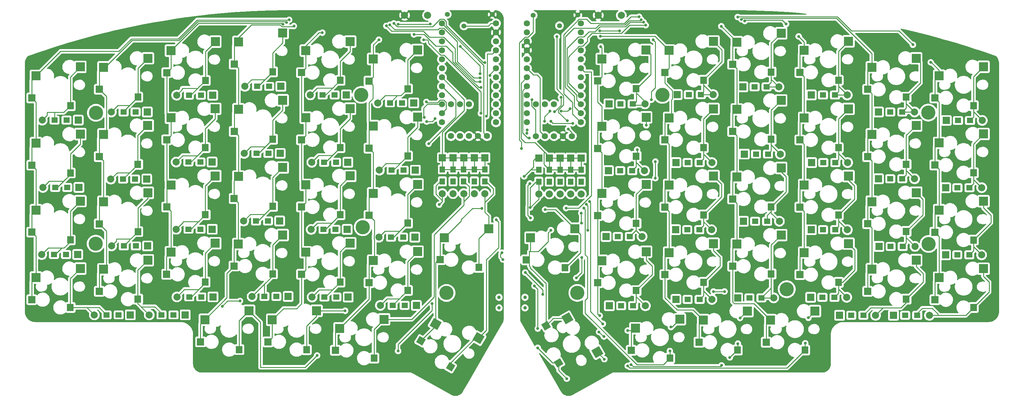
<source format=gbl>
%TF.GenerationSoftware,KiCad,Pcbnew,(6.0.10)*%
%TF.CreationDate,2023-10-04T19:43:37-05:00*%
%TF.ProjectId,RunType58,52756e54-7970-4653-9538-2e6b69636164,rev?*%
%TF.SameCoordinates,Original*%
%TF.FileFunction,Copper,L2,Bot*%
%TF.FilePolarity,Positive*%
%FSLAX46Y46*%
G04 Gerber Fmt 4.6, Leading zero omitted, Abs format (unit mm)*
G04 Created by KiCad (PCBNEW (6.0.10)) date 2023-10-04 19:43:37*
%MOMM*%
%LPD*%
G01*
G04 APERTURE LIST*
G04 Aperture macros list*
%AMRotRect*
0 Rectangle, with rotation*
0 The origin of the aperture is its center*
0 $1 length*
0 $2 width*
0 $3 Rotation angle, in degrees counterclockwise*
0 Add horizontal line*
21,1,$1,$2,0,0,$3*%
G04 Aperture macros list end*
%TA.AperFunction,SMDPad,CuDef*%
%ADD10R,2.500000X2.500000*%
%TD*%
%TA.AperFunction,SMDPad,CuDef*%
%ADD11R,2.000000X2.000000*%
%TD*%
%TA.AperFunction,SMDPad,CuDef*%
%ADD12R,1.900000X2.000000*%
%TD*%
%TA.AperFunction,ComponentPad*%
%ADD13R,1.998980X1.998980*%
%TD*%
%TA.AperFunction,ComponentPad*%
%ADD14R,1.500000X1.800000*%
%TD*%
%TA.AperFunction,ComponentPad*%
%ADD15C,1.998980*%
%TD*%
%TA.AperFunction,ComponentPad*%
%ADD16R,1.800000X1.500000*%
%TD*%
%TA.AperFunction,ComponentPad*%
%ADD17C,1.752600*%
%TD*%
%TA.AperFunction,WasherPad*%
%ADD18C,1.000000*%
%TD*%
%TA.AperFunction,ComponentPad*%
%ADD19C,4.000000*%
%TD*%
%TA.AperFunction,ComponentPad*%
%ADD20C,2.000000*%
%TD*%
%TA.AperFunction,ComponentPad*%
%ADD21C,1.397000*%
%TD*%
%TA.AperFunction,SMDPad,CuDef*%
%ADD22RotRect,2.500000X2.500000X120.000000*%
%TD*%
%TA.AperFunction,SMDPad,CuDef*%
%ADD23RotRect,2.000000X2.000000X120.000000*%
%TD*%
%TA.AperFunction,SMDPad,CuDef*%
%ADD24RotRect,1.900000X2.000000X120.000000*%
%TD*%
%TA.AperFunction,SMDPad,CuDef*%
%ADD25RotRect,2.500000X2.500000X150.000000*%
%TD*%
%TA.AperFunction,SMDPad,CuDef*%
%ADD26RotRect,2.000000X2.000000X150.000000*%
%TD*%
%TA.AperFunction,SMDPad,CuDef*%
%ADD27RotRect,1.900000X2.000000X150.000000*%
%TD*%
%TA.AperFunction,ViaPad*%
%ADD28C,0.800000*%
%TD*%
%TA.AperFunction,Conductor*%
%ADD29C,0.250000*%
%TD*%
G04 APERTURE END LIST*
D10*
%TO.P,SW53,1,1*%
%TO.N,LCOL0*%
X28620000Y-98620000D03*
D11*
X27420000Y-104860000D03*
D12*
%TO.P,SW53,2,2*%
%TO.N,Net-(D53-Pad2)*%
X38320000Y-107060000D03*
D10*
X41120000Y-96080000D03*
%TD*%
%TO.P,SW2,1,1*%
%TO.N,COL6*%
X283500000Y-41560000D03*
D11*
X282300000Y-47800000D03*
D12*
%TO.P,SW2,2,2*%
%TO.N,Net-(D2-Pad2)*%
X293200000Y-50000000D03*
D10*
X296000000Y-39020000D03*
%TD*%
D13*
%TO.P,D58,1,K*%
%TO.N,ROWL4*%
X149320000Y-64720000D03*
D14*
X149317460Y-68020000D03*
%TO.P,D58,2,A*%
%TO.N,Net-(D58-Pad2)*%
X149317460Y-71420000D03*
D15*
X149320000Y-74880000D03*
%TD*%
D14*
%TO.P,D55,1,K*%
%TO.N,ROWL4*%
X152317460Y-68020000D03*
D13*
X152320000Y-64720000D03*
D15*
%TO.P,D55,2,A*%
%TO.N,Net-(D55-Pad2)*%
X152320000Y-74880000D03*
D14*
X152317460Y-71420000D03*
%TD*%
D13*
%TO.P,D57,1,K*%
%TO.N,ROWL4*%
X146312540Y-64720000D03*
D14*
X146310000Y-68020000D03*
%TO.P,D57,2,A*%
%TO.N,Net-(D57-Pad2)*%
X146310000Y-71420000D03*
D15*
X146312540Y-74880000D03*
%TD*%
D16*
%TO.P,D25,1,K*%
%TO.N,ROW3*%
X212500000Y-104800000D03*
D13*
X209200000Y-104797460D03*
D15*
%TO.P,D25,2,A*%
%TO.N,Net-(D25-Pad2)*%
X219360000Y-104797460D03*
D16*
X215900000Y-104800000D03*
%TD*%
D17*
%TO.P,Display1,1,MOSI*%
%TO.N,MOSIL*%
X145730000Y-58607312D03*
%TO.P,Display1,2,SCK*%
%TO.N,SCKL*%
X148270000Y-58607312D03*
%TO.P,Display1,3,VCC*%
%TO.N,+3.3VA*%
X150810000Y-58607312D03*
%TO.P,Display1,4,GND*%
%TO.N,GND1*%
X153350000Y-58607312D03*
%TO.P,Display1,5,CS*%
%TO.N,CSL*%
X155890000Y-58607312D03*
%TD*%
D18*
%TO.P,SW_POWER2,*%
%TO.N,*%
X159300000Y-107200000D03*
X159300000Y-104200000D03*
%TD*%
D16*
%TO.P,D46,1,K*%
%TO.N,ROWL2*%
X37100000Y-92110000D03*
D13*
X40400000Y-92112540D03*
D15*
%TO.P,D46,2,A*%
%TO.N,Net-(D46-Pad2)*%
X30240000Y-92112540D03*
D16*
X33700000Y-92110000D03*
%TD*%
D10*
%TO.P,SW25,1,1*%
%TO.N,COL2*%
X207300000Y-91560000D03*
D11*
X206100000Y-97800000D03*
D12*
%TO.P,SW25,2,2*%
%TO.N,Net-(D25-Pad2)*%
X217000000Y-100000000D03*
D10*
X219800000Y-89020000D03*
%TD*%
%TO.P,SW12,1,1*%
%TO.N,COL2*%
X207300000Y-53460000D03*
D11*
X206100000Y-59700000D03*
D12*
%TO.P,SW12,2,2*%
%TO.N,Net-(D12-Pad2)*%
X217000000Y-61900000D03*
D10*
X219800000Y-50920000D03*
%TD*%
D19*
%TO.P,H10,1*%
%TO.N,N/C*%
X240470000Y-101930000D03*
%TD*%
D14*
%TO.P,D56,1,K*%
%TO.N,ROWL4*%
X143300000Y-68020000D03*
D13*
X143302540Y-64720000D03*
D15*
%TO.P,D56,2,A*%
%TO.N,Net-(D56-Pad2)*%
X143302540Y-74880000D03*
D14*
X143300000Y-71420000D03*
%TD*%
D16*
%TO.P,D38,1,K*%
%TO.N,ROWL1*%
X113330000Y-66010000D03*
D13*
X116630000Y-66012540D03*
D16*
%TO.P,D38,2,A*%
%TO.N,Net-(D38-Pad2)*%
X109930000Y-66010000D03*
D15*
X106470000Y-66012540D03*
%TD*%
D10*
%TO.P,SW1,1,1*%
%TO.N,COL1*%
X188291208Y-36781497D03*
D11*
X187091208Y-43021497D03*
D10*
%TO.P,SW1,2,2*%
%TO.N,Net-(D1-Pad2)*%
X200791208Y-34241497D03*
D12*
X197991208Y-45221497D03*
%TD*%
D11*
%TO.P,SW13,1,1*%
%TO.N,COL6*%
X282300000Y-85800000D03*
D10*
X283500000Y-79560000D03*
D12*
%TO.P,SW13,2,2*%
%TO.N,Net-(D13-Pad2)*%
X293200000Y-88000000D03*
D10*
X296000000Y-77020000D03*
%TD*%
D11*
%TO.P,SW14,1,1*%
%TO.N,COL3*%
X225200000Y-76400000D03*
D10*
X226400000Y-70160000D03*
D12*
%TO.P,SW14,2,2*%
%TO.N,Net-(D14-Pad2)*%
X236100000Y-78600000D03*
D10*
X238900000Y-67620000D03*
%TD*%
D11*
%TO.P,SW38,1,1*%
%TO.N,LCOL4*%
X103550000Y-59660000D03*
D10*
X104750000Y-53420000D03*
%TO.P,SW38,2,2*%
%TO.N,Net-(D38-Pad2)*%
X117250000Y-50880000D03*
D12*
X114450000Y-61860000D03*
%TD*%
D19*
%TO.P,H5,1*%
%TO.N,N/C*%
X120840000Y-84370000D03*
%TD*%
D11*
%TO.P,SW26,1,1*%
%TO.N,COL3*%
X234700000Y-116900000D03*
D10*
X235900000Y-110660000D03*
D12*
%TO.P,SW26,2,2*%
%TO.N,Net-(D26-Pad2)*%
X245600000Y-119100000D03*
D10*
X248400000Y-108120000D03*
%TD*%
D13*
%TO.P,D51,1,K*%
%TO.N,ROWL3*%
X116720000Y-104122540D03*
D16*
X113420000Y-104120000D03*
D15*
%TO.P,D51,2,A*%
%TO.N,Net-(D51-Pad2)*%
X106560000Y-104122540D03*
D16*
X110020000Y-104120000D03*
%TD*%
D13*
%TO.P,D7,1,K*%
%TO.N,ROW1*%
X285340000Y-73200000D03*
D16*
X288640000Y-73202540D03*
D15*
%TO.P,D7,2,A*%
%TO.N,Net-(D7-Pad2)*%
X295500000Y-73200000D03*
D16*
X292040000Y-73202540D03*
%TD*%
D17*
%TO.P,U1,1,TX0/P0.06*%
%TO.N,CSR*%
X167160000Y-26770453D03*
%TO.P,U1,2,RX1/P0.08*%
%TO.N,unconnected-(U1-Pad2)*%
X167160000Y-29310453D03*
%TO.P,U1,3,GND*%
%TO.N,GND*%
X167160000Y-31850453D03*
%TO.P,U1,4,GND*%
X167160000Y-34390453D03*
%TO.P,U1,5,P0.17*%
%TO.N,MOSIR*%
X167160000Y-36930453D03*
%TO.P,U1,6,P0.20*%
%TO.N,SCKR*%
X167160000Y-39470453D03*
%TO.P,U1,7,P0.22*%
%TO.N,ROW4*%
X167160000Y-42010453D03*
%TO.P,U1,8,P0.24*%
%TO.N,ROW3*%
X167160000Y-44550453D03*
%TO.P,U1,9,P1.00*%
%TO.N,ROW2*%
X167160000Y-47090453D03*
%TO.P,U1,10,P0.11*%
%TO.N,ROW1*%
X167160000Y-49630453D03*
%TO.P,U1,11,P1.04*%
%TO.N,ROW0*%
X167160000Y-52170453D03*
%TO.P,U1,12,P1.06*%
%TO.N,unconnected-(U1-Pad12)*%
X167160000Y-54710453D03*
%TO.P,U1,13,NFC1/P0.09*%
%TO.N,COL6*%
X182400000Y-54710453D03*
%TO.P,U1,14,NFC2/P0.10*%
%TO.N,COL5*%
X182400000Y-52170453D03*
%TO.P,U1,15,P1.11*%
%TO.N,COL4*%
X182400000Y-49630453D03*
%TO.P,U1,16,P1.13*%
%TO.N,COL3*%
X182400000Y-47090453D03*
%TO.P,U1,17,P1.15*%
%TO.N,COL2*%
X182400000Y-44550453D03*
%TO.P,U1,18,AIN0/P0.02*%
%TO.N,COL1*%
X182400000Y-42010453D03*
%TO.P,U1,19,AIN5/P0.29*%
%TO.N,COL0*%
X182400000Y-39470453D03*
%TO.P,U1,20,AIN7/P0.31*%
%TO.N,unconnected-(U1-Pad20)*%
X182400000Y-36930453D03*
%TO.P,U1,21,VCC*%
%TO.N,+3V3*%
X182400000Y-34390453D03*
%TO.P,U1,22,RST*%
%TO.N,RESETR*%
X182400000Y-31850453D03*
%TO.P,U1,23,GND*%
%TO.N,GND*%
X182400000Y-29310453D03*
%TO.P,U1,24,BATIN/P0.04*%
%TO.N,RAWR*%
X182400000Y-26770453D03*
%TO.P,U1,31,P1.01*%
%TO.N,unconnected-(U1-Pad31)*%
X169700000Y-49630453D03*
%TO.P,U1,32,P1.02*%
%TO.N,unconnected-(U1-Pad32)*%
X172240000Y-49630453D03*
%TO.P,U1,33,P1.07*%
%TO.N,unconnected-(U1-Pad33)*%
X174780000Y-49630453D03*
%TD*%
D16*
%TO.P,D10,1,K*%
%TO.N,ROW1*%
X269700000Y-70700000D03*
D13*
X266400000Y-70697460D03*
D16*
%TO.P,D10,2,A*%
%TO.N,Net-(D10-Pad2)*%
X273100000Y-70700000D03*
D15*
X276560000Y-70697460D03*
%TD*%
D13*
%TO.P,D24,1,K*%
%TO.N,ROW3*%
X190440000Y-106600000D03*
D16*
X193740000Y-106602540D03*
D15*
%TO.P,D24,2,A*%
%TO.N,Net-(D24-Pad2)*%
X200600000Y-106600000D03*
D16*
X197140000Y-106602540D03*
%TD*%
D10*
%TO.P,SW54,1,1*%
%TO.N,LCOL1*%
X47670000Y-96280000D03*
D11*
X46470000Y-102520000D03*
D12*
%TO.P,SW54,2,2*%
%TO.N,Net-(D54-Pad2)*%
X57370000Y-104720000D03*
D10*
X60170000Y-93740000D03*
%TD*%
D11*
%TO.P,SW5,1,1*%
%TO.N,COL5*%
X263300000Y-45400000D03*
D10*
X264500000Y-39160000D03*
%TO.P,SW5,2,2*%
%TO.N,Net-(D5-Pad2)*%
X277000000Y-36620000D03*
D12*
X274200000Y-47600000D03*
%TD*%
D10*
%TO.P,SW39,1,1*%
%TO.N,LCOL5*%
X123800000Y-55800000D03*
D11*
X122600000Y-62040000D03*
D10*
%TO.P,SW39,2,2*%
%TO.N,Net-(D39-Pad2)*%
X136300000Y-53260000D03*
D12*
X133500000Y-64240000D03*
%TD*%
D13*
%TO.P,D52,1,K*%
%TO.N,ROWL4*%
X155320000Y-64720000D03*
D14*
X155317460Y-68020000D03*
D15*
%TO.P,D52,2,A*%
%TO.N,Net-(D52-Pad2)*%
X155320000Y-74880000D03*
D14*
X155317460Y-71420000D03*
%TD*%
D11*
%TO.P,SW57,1,1*%
%TO.N,LCOL4*%
X94090000Y-116800000D03*
D10*
X95290000Y-110560000D03*
%TO.P,SW57,2,2*%
%TO.N,Net-(D57-Pad2)*%
X107790000Y-108020000D03*
D12*
X104990000Y-119000000D03*
%TD*%
D16*
%TO.P,D22,1,K*%
%TO.N,ROW3*%
X250540000Y-104200000D03*
D13*
X247240000Y-104197460D03*
D16*
%TO.P,D22,2,A*%
%TO.N,Net-(D22-Pad2)*%
X253940000Y-104200000D03*
D15*
X257400000Y-104197460D03*
%TD*%
D13*
%TO.P,D14,1,K*%
%TO.N,ROW2*%
X228240000Y-82700000D03*
D16*
X231540000Y-82702540D03*
%TO.P,D14,2,A*%
%TO.N,Net-(D14-Pad2)*%
X234940000Y-82702540D03*
D15*
X238400000Y-82700000D03*
%TD*%
D11*
%TO.P,SW48,1,1*%
%TO.N,LCOL5*%
X122590000Y-100070000D03*
D10*
X123790000Y-93830000D03*
D12*
%TO.P,SW48,2,2*%
%TO.N,Net-(D48-Pad2)*%
X133490000Y-102270000D03*
D10*
X136290000Y-91290000D03*
%TD*%
D11*
%TO.P,SW4,1,1*%
%TO.N,COL4*%
X244200000Y-40600000D03*
D10*
X245400000Y-34360000D03*
D12*
%TO.P,SW4,2,2*%
%TO.N,Net-(D4-Pad2)*%
X255100000Y-42800000D03*
D10*
X257900000Y-31820000D03*
%TD*%
D17*
%TO.P,Display2,1,MOSI*%
%TO.N,MOSIR*%
X169700000Y-58630000D03*
%TO.P,Display2,2,SCK*%
%TO.N,SCKR*%
X172240000Y-58630000D03*
%TO.P,Display2,3,VCC*%
%TO.N,+3V3*%
X174780000Y-58630000D03*
%TO.P,Display2,4,GND*%
%TO.N,GND*%
X177320000Y-58630000D03*
%TO.P,Display2,5,CS*%
%TO.N,CSR*%
X179860000Y-58630000D03*
%TD*%
D11*
%TO.P,SW32,1,1*%
%TO.N,LCOL2*%
X65530000Y-40680000D03*
D10*
X66730000Y-34440000D03*
%TO.P,SW32,2,2*%
%TO.N,Net-(D32-Pad2)*%
X79230000Y-31900000D03*
D12*
X76430000Y-42880000D03*
%TD*%
D16*
%TO.P,D34,1,K*%
%TO.N,ROWL0*%
X112910000Y-46950000D03*
D13*
X116210000Y-46952540D03*
D15*
%TO.P,D34,2,A*%
%TO.N,Net-(D34-Pad2)*%
X106050000Y-46952540D03*
D16*
X109510000Y-46950000D03*
%TD*%
D11*
%TO.P,SW21,1,1*%
%TO.N,COL3*%
X225200000Y-95400000D03*
D10*
X226400000Y-89160000D03*
D12*
%TO.P,SW21,2,2*%
%TO.N,Net-(D21-Pad2)*%
X236100000Y-97600000D03*
D10*
X238900000Y-86620000D03*
%TD*%
D11*
%TO.P,SW45,1,1*%
%TO.N,LCOL4*%
X103560000Y-78650000D03*
D10*
X104760000Y-72410000D03*
D12*
%TO.P,SW45,2,2*%
%TO.N,Net-(D45-Pad2)*%
X114460000Y-80850000D03*
D10*
X117260000Y-69870000D03*
%TD*%
D16*
%TO.P,D35,1,K*%
%TO.N,ROWL0*%
X131910000Y-49220000D03*
D13*
X135210000Y-49222540D03*
D15*
%TO.P,D35,2,A*%
%TO.N,Net-(D35-Pad2)*%
X125050000Y-49222540D03*
D16*
X128510000Y-49220000D03*
%TD*%
D19*
%TO.P,H2,1*%
%TO.N,N/C*%
X280520000Y-89110000D03*
%TD*%
D13*
%TO.P,D17,1,K*%
%TO.N,ROW2*%
X189500000Y-86997460D03*
D16*
X192800000Y-87000000D03*
%TO.P,D17,2,A*%
%TO.N,Net-(D17-Pad2)*%
X196200000Y-87000000D03*
D15*
X199660000Y-86997460D03*
%TD*%
D16*
%TO.P,D8,1,K*%
%TO.N,ROW1*%
X231800000Y-63700000D03*
D13*
X228500000Y-63697460D03*
D15*
%TO.P,D8,2,A*%
%TO.N,Net-(D8-Pad2)*%
X238660000Y-63697460D03*
D16*
X235200000Y-63700000D03*
%TD*%
D13*
%TO.P,D33,1,K*%
%TO.N,ROWL0*%
X97730000Y-44552540D03*
D16*
X94430000Y-44550000D03*
D15*
%TO.P,D33,2,A*%
%TO.N,Net-(D33-Pad2)*%
X87570000Y-44552540D03*
D16*
X91030000Y-44550000D03*
%TD*%
D10*
%TO.P,SW36,1,1*%
%TO.N,LCOL2*%
X66710000Y-53440000D03*
D11*
X65510000Y-59680000D03*
D12*
%TO.P,SW36,2,2*%
%TO.N,Net-(D36-Pad2)*%
X76410000Y-61880000D03*
D10*
X79210000Y-50900000D03*
%TD*%
D13*
%TO.P,D20,1,K*%
%TO.N,ROW3*%
X270600000Y-109297460D03*
D16*
X273900000Y-109300000D03*
D15*
%TO.P,D20,2,A*%
%TO.N,Net-(D20-Pad2)*%
X280760000Y-109297460D03*
D16*
X277300000Y-109300000D03*
%TD*%
D10*
%TO.P,SW20,1,1*%
%TO.N,COL6*%
X283500000Y-98660000D03*
D11*
X282300000Y-104900000D03*
D12*
%TO.P,SW20,2,2*%
%TO.N,Net-(D20-Pad2)*%
X293200000Y-107100000D03*
D10*
X296000000Y-96120000D03*
%TD*%
D20*
%TO.P,RSW2,1,1*%
%TO.N,GND1*%
X132638391Y-24453874D03*
%TO.P,RSW2,2,2*%
%TO.N,RESETL*%
X139138391Y-24453874D03*
%TD*%
D13*
%TO.P,D49,1,K*%
%TO.N,ROWL3*%
X78560000Y-104082540D03*
D16*
X75260000Y-104080000D03*
%TO.P,D49,2,A*%
%TO.N,Net-(D49-Pad2)*%
X71860000Y-104080000D03*
D15*
X68400000Y-104082540D03*
%TD*%
D11*
%TO.P,SW51,1,1*%
%TO.N,LCOL4*%
X103560000Y-97700000D03*
D10*
X104760000Y-91460000D03*
D12*
%TO.P,SW51,2,2*%
%TO.N,Net-(D51-Pad2)*%
X114460000Y-99900000D03*
D10*
X117260000Y-88920000D03*
%TD*%
D16*
%TO.P,D47,1,K*%
%TO.N,ROWL2*%
X56820000Y-89680000D03*
D13*
X60120000Y-89682540D03*
D16*
%TO.P,D47,2,A*%
%TO.N,Net-(D47-Pad2)*%
X53420000Y-89680000D03*
D15*
X49960000Y-89682540D03*
%TD*%
D11*
%TO.P,SW6,1,1*%
%TO.N,COL2*%
X206088008Y-40624196D03*
D10*
X207288008Y-34384196D03*
D12*
%TO.P,SW6,2,2*%
%TO.N,Net-(D6-Pad2)*%
X216988008Y-42824196D03*
D10*
X219788008Y-31844196D03*
%TD*%
D13*
%TO.P,D6,1,K*%
%TO.N,ROW0*%
X209550000Y-46877460D03*
D16*
X212850000Y-46880000D03*
D15*
%TO.P,D6,2,A*%
%TO.N,Net-(D6-Pad2)*%
X219710000Y-46877460D03*
D16*
X216250000Y-46880000D03*
%TD*%
D10*
%TO.P,SW49,1,1*%
%TO.N,LCOL2*%
X66690000Y-91460000D03*
D11*
X65490000Y-97700000D03*
D12*
%TO.P,SW49,2,2*%
%TO.N,Net-(D49-Pad2)*%
X76390000Y-99900000D03*
D10*
X79190000Y-88920000D03*
%TD*%
D13*
%TO.P,D9,1,K*%
%TO.N,ROW1*%
X247500000Y-66097460D03*
D16*
X250800000Y-66100000D03*
%TO.P,D9,2,A*%
%TO.N,Net-(D9-Pad2)*%
X254200000Y-66100000D03*
D15*
X257660000Y-66097460D03*
%TD*%
D11*
%TO.P,SW23,1,1*%
%TO.N,COL5*%
X263300000Y-102500000D03*
D10*
X264500000Y-96260000D03*
%TO.P,SW23,2,2*%
%TO.N,Net-(D23-Pad2)*%
X277000000Y-93720000D03*
D12*
X274200000Y-104700000D03*
%TD*%
D16*
%TO.P,D43,1,K*%
%TO.N,ROWL2*%
X75060000Y-84950000D03*
D13*
X78360000Y-84952540D03*
D16*
%TO.P,D43,2,A*%
%TO.N,Net-(D43-Pad2)*%
X71660000Y-84950000D03*
D15*
X68200000Y-84952540D03*
%TD*%
D13*
%TO.P,D54,1,K*%
%TO.N,ROWL3*%
X70740000Y-109162540D03*
D16*
X67440000Y-109160000D03*
D15*
%TO.P,D54,2,A*%
%TO.N,Net-(D54-Pad2)*%
X60580000Y-109162540D03*
D16*
X64040000Y-109160000D03*
%TD*%
D11*
%TO.P,SW10,1,1*%
%TO.N,COL5*%
X263300000Y-64400000D03*
D10*
X264500000Y-58160000D03*
D12*
%TO.P,SW10,2,2*%
%TO.N,Net-(D10-Pad2)*%
X274200000Y-66600000D03*
D10*
X277000000Y-55620000D03*
%TD*%
D13*
%TO.P,D13,1,K*%
%TO.N,ROW2*%
X285300000Y-92197460D03*
D16*
X288600000Y-92200000D03*
%TO.P,D13,2,A*%
%TO.N,Net-(D13-Pad2)*%
X292000000Y-92200000D03*
D15*
X295460000Y-92197460D03*
%TD*%
D19*
%TO.P,H9,1*%
%TO.N,N/C*%
X280430000Y-51960000D03*
%TD*%
D11*
%TO.P,SW33,1,1*%
%TO.N,LCOL3*%
X84550000Y-38230000D03*
D10*
X85750000Y-31990000D03*
D12*
%TO.P,SW33,2,2*%
%TO.N,Net-(D33-Pad2)*%
X95450000Y-40430000D03*
D10*
X98250000Y-29450000D03*
%TD*%
D16*
%TO.P,D36,1,K*%
%TO.N,ROWL1*%
X75030000Y-65960000D03*
D13*
X78330000Y-65962540D03*
D16*
%TO.P,D36,2,A*%
%TO.N,Net-(D36-Pad2)*%
X71630000Y-65960000D03*
D15*
X68170000Y-65962540D03*
%TD*%
D19*
%TO.P,H7,1*%
%TO.N,N/C*%
X45540000Y-52020000D03*
%TD*%
D13*
%TO.P,D32,1,K*%
%TO.N,ROWL0*%
X78480000Y-47032540D03*
D16*
X75180000Y-47030000D03*
D15*
%TO.P,D32,2,A*%
%TO.N,Net-(D32-Pad2)*%
X68320000Y-47032540D03*
D16*
X71780000Y-47030000D03*
%TD*%
D13*
%TO.P,D44,1,K*%
%TO.N,ROWL2*%
X97400000Y-82632540D03*
D16*
X94100000Y-82630000D03*
%TO.P,D44,2,A*%
%TO.N,Net-(D44-Pad2)*%
X90700000Y-82630000D03*
D15*
X87240000Y-82632540D03*
%TD*%
D13*
%TO.P,D3,1,K*%
%TO.N,ROW0*%
X228100000Y-44697460D03*
D16*
X231400000Y-44700000D03*
%TO.P,D3,2,A*%
%TO.N,Net-(D3-Pad2)*%
X234800000Y-44700000D03*
D15*
X238260000Y-44697460D03*
%TD*%
D11*
%TO.P,SW37,1,1*%
%TO.N,LCOL3*%
X84550000Y-57280000D03*
D10*
X85750000Y-51040000D03*
D12*
%TO.P,SW37,2,2*%
%TO.N,Net-(D37-Pad2)*%
X95450000Y-59480000D03*
D10*
X98250000Y-48500000D03*
%TD*%
%TO.P,SW8,1,1*%
%TO.N,COL3*%
X226400000Y-51060000D03*
D11*
X225200000Y-57300000D03*
D12*
%TO.P,SW8,2,2*%
%TO.N,Net-(D8-Pad2)*%
X236100000Y-59500000D03*
D10*
X238900000Y-48520000D03*
%TD*%
D16*
%TO.P,D4,1,K*%
%TO.N,ROW0*%
X250700000Y-47000000D03*
D13*
X247400000Y-46997460D03*
D16*
%TO.P,D4,2,A*%
%TO.N,Net-(D4-Pad2)*%
X254100000Y-47000000D03*
D15*
X257560000Y-46997460D03*
%TD*%
D14*
%TO.P,D27,1,K*%
%TO.N,ROW4*%
X176500000Y-68100000D03*
D13*
X176502540Y-64800000D03*
D15*
%TO.P,D27,2,A*%
%TO.N,Net-(D27-Pad2)*%
X176502540Y-74960000D03*
D14*
X176500000Y-71500000D03*
%TD*%
D11*
%TO.P,SW30,1,1*%
%TO.N,LCOL0*%
X27430000Y-47830000D03*
D10*
X28630000Y-41590000D03*
D12*
%TO.P,SW30,2,2*%
%TO.N,Net-(D30-Pad2)*%
X38330000Y-50030000D03*
D10*
X41130000Y-39050000D03*
%TD*%
D14*
%TO.P,D29,1,K*%
%TO.N,ROW4*%
X173500000Y-68100000D03*
D13*
X173502540Y-64800000D03*
D14*
%TO.P,D29,2,A*%
%TO.N,Net-(D29-Pad2)*%
X173500000Y-71500000D03*
D15*
X173502540Y-74960000D03*
%TD*%
D13*
%TO.P,D48,1,K*%
%TO.N,ROWL3*%
X135960000Y-106482540D03*
D16*
X132660000Y-106480000D03*
%TO.P,D48,2,A*%
%TO.N,Net-(D48-Pad2)*%
X129260000Y-106480000D03*
D15*
X125800000Y-106482540D03*
%TD*%
D10*
%TO.P,SW16,1,1*%
%TO.N,COL5*%
X264500000Y-77160000D03*
D11*
X263300000Y-83400000D03*
D12*
%TO.P,SW16,2,2*%
%TO.N,Net-(D16-Pad2)*%
X274200000Y-85600000D03*
D10*
X277000000Y-74620000D03*
%TD*%
D19*
%TO.P,H1,1*%
%TO.N,N/C*%
X120420000Y-46960000D03*
%TD*%
D21*
%TO.P,BatEntry2,1,1*%
%TO.N,BTL+*%
X144700000Y-24200000D03*
%TD*%
D20*
%TO.P,RSW1,1,1*%
%TO.N,GND*%
X187300151Y-24471047D03*
%TO.P,RSW1,2,2*%
%TO.N,RESETR*%
X193800151Y-24471047D03*
%TD*%
D16*
%TO.P,D1,1,K*%
%TO.N,ROW0*%
X193600000Y-49500000D03*
D13*
X190300000Y-49497460D03*
D16*
%TO.P,D1,2,A*%
%TO.N,Net-(D1-Pad2)*%
X197000000Y-49500000D03*
D15*
X200460000Y-49497460D03*
%TD*%
D13*
%TO.P,D19,1,K*%
%TO.N,ROW3*%
X170502540Y-64800000D03*
D14*
X170500000Y-68100000D03*
D15*
%TO.P,D19,2,A*%
%TO.N,Net-(D19-Pad2)*%
X170502540Y-74960000D03*
D14*
X170500000Y-71500000D03*
%TD*%
D13*
%TO.P,D12,1,K*%
%TO.N,ROW1*%
X209200000Y-66097460D03*
D16*
X212500000Y-66100000D03*
D15*
%TO.P,D12,2,A*%
%TO.N,Net-(D12-Pad2)*%
X219360000Y-66097460D03*
D16*
X215900000Y-66100000D03*
%TD*%
D13*
%TO.P,D50,1,K*%
%TO.N,ROWL3*%
X99780000Y-103972540D03*
D16*
X96480000Y-103970000D03*
%TO.P,D50,2,A*%
%TO.N,Net-(D50-Pad2)*%
X93080000Y-103970000D03*
D15*
X89620000Y-103972540D03*
%TD*%
D19*
%TO.P,H6,1*%
%TO.N,N/C*%
X144470000Y-102970000D03*
%TD*%
D10*
%TO.P,SW35,1,1*%
%TO.N,LCOL5*%
X123790000Y-36810000D03*
D11*
X122590000Y-43050000D03*
D10*
%TO.P,SW35,2,2*%
%TO.N,Net-(D35-Pad2)*%
X136290000Y-34270000D03*
D12*
X133490000Y-45250000D03*
%TD*%
D11*
%TO.P,SW52,1,1*%
%TO.N,LCOL6*%
X142700000Y-93570000D03*
D10*
X143900000Y-87330000D03*
%TO.P,SW52,2,2*%
%TO.N,Net-(D52-Pad2)*%
X156400000Y-84790000D03*
D12*
X153600000Y-95770000D03*
%TD*%
D22*
%TO.P,SW29,1,1*%
%TO.N,COL0*%
X178549705Y-110154425D03*
D23*
X172545706Y-112235194D03*
D22*
%TO.P,SW29,2,2*%
%TO.N,Net-(D29-Pad2)*%
X186999409Y-119709742D03*
D24*
X176090450Y-122774871D03*
%TD*%
D16*
%TO.P,D2,1,K*%
%TO.N,ROW0*%
X288800000Y-54200000D03*
D13*
X285500000Y-54197460D03*
D15*
%TO.P,D2,2,A*%
%TO.N,Net-(D2-Pad2)*%
X295660000Y-54197460D03*
D16*
X292200000Y-54200000D03*
%TD*%
D21*
%TO.P,Bat+2,1,1*%
%TO.N,RAWL*%
X149400000Y-27466500D03*
%TD*%
D19*
%TO.P,H3,1*%
%TO.N,N/C*%
X181390000Y-102950000D03*
%TD*%
D11*
%TO.P,SW15,1,1*%
%TO.N,COL4*%
X244200000Y-78700000D03*
D10*
X245400000Y-72460000D03*
%TO.P,SW15,2,2*%
%TO.N,Net-(D15-Pad2)*%
X257900000Y-69920000D03*
D12*
X255100000Y-80900000D03*
%TD*%
D13*
%TO.P,D21,1,K*%
%TO.N,ROW3*%
X226630000Y-104347460D03*
D16*
X229930000Y-104350000D03*
D15*
%TO.P,D21,2,A*%
%TO.N,Net-(D21-Pad2)*%
X236790000Y-104347460D03*
D16*
X233330000Y-104350000D03*
%TD*%
%TO.P,D5,1,K*%
%TO.N,ROW0*%
X269700000Y-51800000D03*
D13*
X266400000Y-51797460D03*
D16*
%TO.P,D5,2,A*%
%TO.N,Net-(D5-Pad2)*%
X273100000Y-51800000D03*
D15*
X276560000Y-51797460D03*
%TD*%
D21*
%TO.P,BatEntry1,1,1*%
%TO.N,BTR+*%
X168946500Y-24450000D03*
%TD*%
D10*
%TO.P,SW40,1,1*%
%TO.N,LCOL0*%
X28630000Y-60600000D03*
D11*
X27430000Y-66840000D03*
D12*
%TO.P,SW40,2,2*%
%TO.N,Net-(D40-Pad2)*%
X38330000Y-69040000D03*
D10*
X41130000Y-58060000D03*
%TD*%
D16*
%TO.P,D53,1,K*%
%TO.N,ROWL3*%
X51950000Y-109160000D03*
D13*
X55250000Y-109162540D03*
D16*
%TO.P,D53,2,A*%
%TO.N,Net-(D53-Pad2)*%
X48550000Y-109160000D03*
D15*
X45090000Y-109162540D03*
%TD*%
D13*
%TO.P,D23,1,K*%
%TO.N,ROW3*%
X255400000Y-109297460D03*
D16*
X258700000Y-109300000D03*
%TO.P,D23,2,A*%
%TO.N,Net-(D23-Pad2)*%
X262100000Y-109300000D03*
D15*
X265560000Y-109297460D03*
%TD*%
D13*
%TO.P,D11,1,K*%
%TO.N,ROW1*%
X190200000Y-68397460D03*
D16*
X193500000Y-68400000D03*
D15*
%TO.P,D11,2,A*%
%TO.N,Net-(D11-Pad2)*%
X200360000Y-68397460D03*
D16*
X196900000Y-68400000D03*
%TD*%
D11*
%TO.P,SW58,1,1*%
%TO.N,LCOL5*%
X113120000Y-119210000D03*
D10*
X114320000Y-112970000D03*
%TO.P,SW58,2,2*%
%TO.N,Net-(D58-Pad2)*%
X126820000Y-110430000D03*
D12*
X124020000Y-121410000D03*
%TD*%
D10*
%TO.P,SW11,1,1*%
%TO.N,COL1*%
X188300000Y-55860000D03*
D11*
X187100000Y-62100000D03*
D10*
%TO.P,SW11,2,2*%
%TO.N,Net-(D11-Pad2)*%
X200800000Y-53320000D03*
D12*
X198000000Y-64300000D03*
%TD*%
D11*
%TO.P,SW27,1,1*%
%TO.N,COL1*%
X196600000Y-119200000D03*
D10*
X197800000Y-112960000D03*
D12*
%TO.P,SW27,2,2*%
%TO.N,Net-(D27-Pad2)*%
X207500000Y-121400000D03*
D10*
X210300000Y-110420000D03*
%TD*%
D13*
%TO.P,D31,1,K*%
%TO.N,ROWL0*%
X60040000Y-51802540D03*
D16*
X56740000Y-51800000D03*
%TO.P,D31,2,A*%
%TO.N,Net-(D31-Pad2)*%
X53340000Y-51800000D03*
D15*
X49880000Y-51802540D03*
%TD*%
D13*
%TO.P,D26,1,K*%
%TO.N,ROW4*%
X182502540Y-64800000D03*
D14*
X182500000Y-68100000D03*
D15*
%TO.P,D26,2,A*%
%TO.N,Net-(D26-Pad2)*%
X182502540Y-74960000D03*
D14*
X182500000Y-71500000D03*
%TD*%
D11*
%TO.P,SW22,1,1*%
%TO.N,COL4*%
X244200000Y-97800000D03*
D10*
X245400000Y-91560000D03*
%TO.P,SW22,2,2*%
%TO.N,Net-(D22-Pad2)*%
X257900000Y-89020000D03*
D12*
X255100000Y-100000000D03*
%TD*%
D11*
%TO.P,SW17,1,1*%
%TO.N,COL1*%
X187100000Y-81100000D03*
D10*
X188300000Y-74860000D03*
D12*
%TO.P,SW17,2,2*%
%TO.N,Net-(D17-Pad2)*%
X198000000Y-83300000D03*
D10*
X200800000Y-72320000D03*
%TD*%
D11*
%TO.P,SW7,1,1*%
%TO.N,COL6*%
X282300000Y-66800000D03*
D10*
X283500000Y-60560000D03*
%TO.P,SW7,2,2*%
%TO.N,Net-(D7-Pad2)*%
X296000000Y-58020000D03*
D12*
X293200000Y-69000000D03*
%TD*%
D11*
%TO.P,SW9,1,1*%
%TO.N,COL4*%
X244200000Y-59700000D03*
D10*
X245400000Y-53460000D03*
D12*
%TO.P,SW9,2,2*%
%TO.N,Net-(D9-Pad2)*%
X255100000Y-61900000D03*
D10*
X257900000Y-50920000D03*
%TD*%
D16*
%TO.P,D15,1,K*%
%TO.N,ROW2*%
X250740000Y-85102540D03*
D13*
X247440000Y-85100000D03*
D16*
%TO.P,D15,2,A*%
%TO.N,Net-(D15-Pad2)*%
X254140000Y-85102540D03*
D15*
X257600000Y-85100000D03*
%TD*%
D13*
%TO.P,D18,1,K*%
%TO.N,ROW2*%
X209100000Y-85097460D03*
D16*
X212400000Y-85100000D03*
D15*
%TO.P,D18,2,A*%
%TO.N,Net-(D18-Pad2)*%
X219260000Y-85097460D03*
D16*
X215800000Y-85100000D03*
%TD*%
D13*
%TO.P,D28,1,K*%
%TO.N,ROW4*%
X179502540Y-64800000D03*
D14*
X179500000Y-68100000D03*
%TO.P,D28,2,A*%
%TO.N,Net-(D28-Pad2)*%
X179500000Y-71500000D03*
D15*
X179502540Y-74960000D03*
%TD*%
D11*
%TO.P,SW41,1,1*%
%TO.N,LCOL1*%
X46460000Y-64400000D03*
D10*
X47660000Y-58160000D03*
D12*
%TO.P,SW41,2,2*%
%TO.N,Net-(D41-Pad2)*%
X57360000Y-66600000D03*
D10*
X60160000Y-55620000D03*
%TD*%
D13*
%TO.P,D42,1,K*%
%TO.N,ROWL2*%
X135520000Y-87210000D03*
D16*
X132220000Y-87207460D03*
D15*
%TO.P,D42,2,A*%
%TO.N,Net-(D42-Pad2)*%
X125360000Y-87210000D03*
D16*
X128820000Y-87207460D03*
%TD*%
D10*
%TO.P,SW55,1,1*%
%TO.N,LCOL3*%
X76260000Y-110550000D03*
D11*
X75060000Y-116790000D03*
D10*
%TO.P,SW55,2,2*%
%TO.N,Net-(D56-Pad2)*%
X88760000Y-108010000D03*
D12*
X85960000Y-118990000D03*
%TD*%
D18*
%TO.P,SW_POWER1,*%
%TO.N,*%
X166600000Y-107200000D03*
X166600000Y-104200000D03*
%TD*%
D25*
%TO.P,SW56,1,1*%
%TO.N,LCOL6*%
X141414425Y-111710295D03*
D26*
X137255194Y-116514294D03*
D25*
%TO.P,SW56,2,2*%
%TO.N,Net-(D55-Pad2)*%
X153509742Y-115760591D03*
D27*
X145594871Y-123869550D03*
%TD*%
D19*
%TO.P,H4,1*%
%TO.N,N/C*%
X45470000Y-89040000D03*
%TD*%
D17*
%TO.P,U2,1,TX0/P0.06*%
%TO.N,CSL*%
X143190000Y-26766750D03*
%TO.P,U2,2,RX1/P0.08*%
%TO.N,unconnected-(U2-Pad2)*%
X143190000Y-29306750D03*
%TO.P,U2,3,GND*%
%TO.N,GND1*%
X143190000Y-31846750D03*
%TO.P,U2,4,GND*%
X143190000Y-34386750D03*
%TO.P,U2,5,P0.17*%
%TO.N,MOSIL*%
X143190000Y-36926750D03*
%TO.P,U2,6,P0.20*%
%TO.N,SCKL*%
X143190000Y-39466750D03*
%TO.P,U2,7,P0.22*%
%TO.N,ROWL4*%
X143190000Y-42006750D03*
%TO.P,U2,8,P0.24*%
%TO.N,ROWL3*%
X143190000Y-44546750D03*
%TO.P,U2,9,P1.00*%
%TO.N,ROWL2*%
X143190000Y-47086750D03*
%TO.P,U2,10,P0.11*%
%TO.N,ROWL1*%
X143190000Y-49626750D03*
%TO.P,U2,11,P1.04*%
%TO.N,ROWL0*%
X143190000Y-52166750D03*
%TO.P,U2,12,P1.06*%
%TO.N,unconnected-(U2-Pad12)*%
X143190000Y-54706750D03*
%TO.P,U2,13,NFC1/P0.09*%
%TO.N,LCOL6*%
X158430000Y-54706750D03*
%TO.P,U2,14,NFC2/P0.10*%
%TO.N,LCOL5*%
X158430000Y-52166750D03*
%TO.P,U2,15,P1.11*%
%TO.N,LCOL4*%
X158430000Y-49626750D03*
%TO.P,U2,16,P1.13*%
%TO.N,LCOL3*%
X158430000Y-47086750D03*
%TO.P,U2,17,P1.15*%
%TO.N,LCOL2*%
X158430000Y-44546750D03*
%TO.P,U2,18,AIN0/P0.02*%
%TO.N,LCOL1*%
X158430000Y-42006750D03*
%TO.P,U2,19,AIN5/P0.29*%
%TO.N,LCOL0*%
X158430000Y-39466750D03*
%TO.P,U2,20,AIN7/P0.31*%
%TO.N,unconnected-(U2-Pad20)*%
X158430000Y-36926750D03*
%TO.P,U2,21,VCC*%
%TO.N,+3.3VA*%
X158430000Y-34386750D03*
%TO.P,U2,22,RST*%
%TO.N,RESETL*%
X158430000Y-31846750D03*
%TO.P,U2,23,GND*%
%TO.N,GND1*%
X158430000Y-29306750D03*
%TO.P,U2,24,BATIN/P0.04*%
%TO.N,RAWL*%
X158430000Y-26766750D03*
%TO.P,U2,31,P1.01*%
%TO.N,unconnected-(U2-Pad31)*%
X145730000Y-49626750D03*
%TO.P,U2,32,P1.02*%
%TO.N,unconnected-(U2-Pad32)*%
X148270000Y-49626750D03*
%TO.P,U2,33,P1.07*%
%TO.N,unconnected-(U2-Pad33)*%
X150810000Y-49626750D03*
%TD*%
D16*
%TO.P,D45,1,K*%
%TO.N,ROWL2*%
X113150000Y-85000000D03*
D13*
X116450000Y-85002540D03*
D15*
%TO.P,D45,2,A*%
%TO.N,Net-(D45-Pad2)*%
X106290000Y-85002540D03*
D16*
X109750000Y-85000000D03*
%TD*%
D13*
%TO.P,D16,1,K*%
%TO.N,ROW2*%
X266500000Y-89797460D03*
D16*
X269800000Y-89800000D03*
D15*
%TO.P,D16,2,A*%
%TO.N,Net-(D16-Pad2)*%
X276660000Y-89797460D03*
D16*
X273200000Y-89800000D03*
%TD*%
D10*
%TO.P,SW43,1,1*%
%TO.N,LCOL2*%
X66710000Y-72430000D03*
D11*
X65510000Y-78670000D03*
D10*
%TO.P,SW43,2,2*%
%TO.N,Net-(D43-Pad2)*%
X79210000Y-69890000D03*
D12*
X76410000Y-80870000D03*
%TD*%
D16*
%TO.P,D39,1,K*%
%TO.N,ROWL1*%
X132380000Y-68257460D03*
D13*
X135680000Y-68260000D03*
D15*
%TO.P,D39,2,A*%
%TO.N,Net-(D39-Pad2)*%
X125520000Y-68260000D03*
D16*
X128980000Y-68257460D03*
%TD*%
%TO.P,D37,1,K*%
%TO.N,ROWL1*%
X94220000Y-63520000D03*
D13*
X97520000Y-63522540D03*
D15*
%TO.P,D37,2,A*%
%TO.N,Net-(D37-Pad2)*%
X87360000Y-63522540D03*
D16*
X90820000Y-63520000D03*
%TD*%
D10*
%TO.P,SW24,1,1*%
%TO.N,COL1*%
X188300000Y-93860000D03*
D11*
X187100000Y-100100000D03*
D10*
%TO.P,SW24,2,2*%
%TO.N,Net-(D24-Pad2)*%
X200800000Y-91320000D03*
D12*
X198000000Y-102300000D03*
%TD*%
D13*
%TO.P,D40,1,K*%
%TO.N,ROWL1*%
X40750000Y-73132540D03*
D16*
X37450000Y-73130000D03*
%TO.P,D40,2,A*%
%TO.N,Net-(D40-Pad2)*%
X34050000Y-73130000D03*
D15*
X30590000Y-73132540D03*
%TD*%
D19*
%TO.P,H8,1*%
%TO.N,N/C*%
X205400000Y-46950000D03*
%TD*%
D10*
%TO.P,SW46,1,1*%
%TO.N,LCOL0*%
X28640000Y-79540000D03*
D11*
X27440000Y-85780000D03*
D10*
%TO.P,SW46,2,2*%
%TO.N,Net-(D46-Pad2)*%
X41140000Y-77000000D03*
D12*
X38340000Y-87980000D03*
%TD*%
D16*
%TO.P,D41,1,K*%
%TO.N,ROWL1*%
X56600000Y-70780000D03*
D13*
X59900000Y-70782540D03*
D16*
%TO.P,D41,2,A*%
%TO.N,Net-(D41-Pad2)*%
X53200000Y-70780000D03*
D15*
X49740000Y-70782540D03*
%TD*%
D11*
%TO.P,SW28,1,1*%
%TO.N,COL2*%
X215700000Y-116900000D03*
D10*
X216900000Y-110660000D03*
%TO.P,SW28,2,2*%
%TO.N,Net-(D28-Pad2)*%
X229400000Y-108120000D03*
D12*
X226600000Y-119100000D03*
%TD*%
D11*
%TO.P,SW50,1,1*%
%TO.N,LCOL3*%
X84520000Y-95370000D03*
D10*
X85720000Y-89130000D03*
D12*
%TO.P,SW50,2,2*%
%TO.N,Net-(D50-Pad2)*%
X95420000Y-97570000D03*
D10*
X98220000Y-86590000D03*
%TD*%
D11*
%TO.P,SW34,1,1*%
%TO.N,LCOL4*%
X103560000Y-40660000D03*
D10*
X104760000Y-34420000D03*
D12*
%TO.P,SW34,2,2*%
%TO.N,Net-(D34-Pad2)*%
X114460000Y-42860000D03*
D10*
X117260000Y-31880000D03*
%TD*%
D11*
%TO.P,SW3,1,1*%
%TO.N,COL3*%
X225200000Y-38300000D03*
D10*
X226400000Y-32060000D03*
%TO.P,SW3,2,2*%
%TO.N,Net-(D3-Pad2)*%
X238900000Y-29520000D03*
D12*
X236100000Y-40500000D03*
%TD*%
D10*
%TO.P,SW18,1,1*%
%TO.N,COL2*%
X207300000Y-72460000D03*
D11*
X206100000Y-78700000D03*
D10*
%TO.P,SW18,2,2*%
%TO.N,Net-(D18-Pad2)*%
X219800000Y-69920000D03*
D12*
X217000000Y-80900000D03*
%TD*%
D21*
%TO.P,Bat+1,1,1*%
%TO.N,RAWR*%
X176350000Y-27376500D03*
%TD*%
D10*
%TO.P,SW31,1,1*%
%TO.N,LCOL1*%
X47690000Y-39150000D03*
D11*
X46490000Y-45390000D03*
D12*
%TO.P,SW31,2,2*%
%TO.N,Net-(D31-Pad2)*%
X57390000Y-47590000D03*
D10*
X60190000Y-36610000D03*
%TD*%
%TO.P,SW19,1,1*%
%TO.N,COL0*%
X168200000Y-87360000D03*
D11*
X167000000Y-93600000D03*
D12*
%TO.P,SW19,2,2*%
%TO.N,Net-(D19-Pad2)*%
X177900000Y-95800000D03*
D10*
X180700000Y-84820000D03*
%TD*%
%TO.P,SW42,1,1*%
%TO.N,LCOL5*%
X123800000Y-74800000D03*
D11*
X122600000Y-81040000D03*
D12*
%TO.P,SW42,2,2*%
%TO.N,Net-(D42-Pad2)*%
X133500000Y-83240000D03*
D10*
X136300000Y-72260000D03*
%TD*%
%TO.P,SW44,1,1*%
%TO.N,LCOL3*%
X85740000Y-70040000D03*
D11*
X84540000Y-76280000D03*
D10*
%TO.P,SW44,2,2*%
%TO.N,Net-(D44-Pad2)*%
X98240000Y-67500000D03*
D12*
X95440000Y-78480000D03*
%TD*%
D21*
%TO.P,BatGND2,1,1*%
%TO.N,GND1*%
X157370000Y-24220000D03*
%TD*%
D10*
%TO.P,SW47,1,1*%
%TO.N,LCOL1*%
X47680000Y-77190000D03*
D11*
X46480000Y-83430000D03*
D10*
%TO.P,SW47,2,2*%
%TO.N,Net-(D47-Pad2)*%
X60180000Y-74650000D03*
D12*
X57380000Y-85630000D03*
%TD*%
D16*
%TO.P,D30,1,K*%
%TO.N,ROWL0*%
X37240000Y-54102540D03*
D13*
X40540000Y-54105080D03*
D15*
%TO.P,D30,2,A*%
%TO.N,Net-(D30-Pad2)*%
X30380000Y-54105080D03*
D16*
X33840000Y-54102540D03*
%TD*%
D21*
%TO.P,BatGND1,1,1*%
%TO.N,GND*%
X181510000Y-24380000D03*
%TD*%
D28*
%TO.N,ROW1*%
X180080000Y-55010000D03*
X173900000Y-54400000D03*
%TO.N,ROW2*%
X167210000Y-56860000D03*
X167100000Y-57800000D03*
%TO.N,Net-(D11-Pad2)*%
X198270000Y-62460000D03*
X200840000Y-55560000D03*
%TO.N,Net-(D26-Pad2)*%
X246600000Y-110000000D03*
X188600000Y-111700000D03*
X184800000Y-77100000D03*
X195600000Y-123600000D03*
X245700000Y-117200000D03*
%TO.N,Net-(D28-Pad2)*%
X188900000Y-115300000D03*
X187500000Y-114000000D03*
X196548211Y-123283930D03*
X224400000Y-121200000D03*
X183900000Y-77900000D03*
X226700000Y-117300000D03*
X184324500Y-85200000D03*
X227311256Y-110041646D03*
X222100000Y-123450501D03*
%TO.N,MOSIR*%
X168540000Y-48340000D03*
%TO.N,CSR*%
X175620000Y-30470000D03*
X178790000Y-56610000D03*
X178550000Y-54284057D03*
%TO.N,COL1*%
X188000000Y-33300000D03*
X195600000Y-113600000D03*
X187700000Y-109400000D03*
%TO.N,COL2*%
X187900000Y-30400000D03*
%TO.N,ROW0*%
X179325195Y-50860000D03*
X172110000Y-54400000D03*
X176777797Y-51543199D03*
X173650000Y-51580000D03*
%TO.N,ROW3*%
X167824500Y-59200000D03*
X166375500Y-70000000D03*
X222920000Y-102560000D03*
X219810000Y-102560000D03*
%TO.N,COL0*%
X178200000Y-78974500D03*
X173924500Y-85200000D03*
%TO.N,COL5*%
X227720000Y-25603653D03*
X199388368Y-25698994D03*
%TO.N,COL3*%
X222020000Y-27550000D03*
X200680000Y-27250000D03*
%TO.N,COL4*%
X200113368Y-26423494D03*
X228643420Y-26053653D03*
X243850000Y-30420000D03*
X240310000Y-26920000D03*
%TO.N,Net-(D19-Pad2)*%
X168100000Y-78800000D03*
X172300000Y-79400000D03*
%TO.N,Net-(D27-Pad2)*%
X183200000Y-79000000D03*
X207500000Y-119400000D03*
X207800000Y-112600000D03*
%TO.N,Net-(D29-Pad2)*%
X170230000Y-113030000D03*
X189000000Y-121700000D03*
X168200000Y-81800000D03*
X168000000Y-72000000D03*
X178400000Y-127200000D03*
X169300000Y-101000000D03*
X170190000Y-118490000D03*
%TO.N,COL6*%
X198830000Y-24870000D03*
X281120000Y-37760000D03*
X226650000Y-24940000D03*
X276090000Y-32790000D03*
%TO.N,+3V3*%
X174910000Y-51750000D03*
X176765500Y-47660000D03*
%TO.N,RAWR*%
X181100000Y-98730000D03*
X182500000Y-80400000D03*
X202300000Y-48320000D03*
X182620000Y-92980000D03*
X203400000Y-70500000D03*
X182569502Y-83230498D03*
X202800000Y-31400000D03*
X203410000Y-65820000D03*
%TO.N,BTR+*%
X165600000Y-62100000D03*
X171600000Y-103400000D03*
X166700000Y-97200000D03*
%TO.N,RAWL*%
X160400000Y-93500000D03*
X160075500Y-91600000D03*
%TO.N,RESETR*%
X193300000Y-28843548D03*
X187719764Y-28843548D03*
%TO.N,+3.3VA*%
X155700000Y-53000000D03*
%TO.N,ROWL0*%
X138797626Y-48945156D03*
%TO.N,ROWL1*%
X138149502Y-53340000D03*
%TO.N,ROWL2*%
X138874002Y-54500000D03*
X141274500Y-53660000D03*
%TO.N,ROWL3*%
X86180000Y-105240000D03*
X139420000Y-60760000D03*
X81200000Y-106710000D03*
%TO.N,Net-(D55-Pad2)*%
X158530000Y-82290000D03*
%TO.N,Net-(D56-Pad2)*%
X107950000Y-120650000D03*
X142382050Y-78002050D03*
X130810000Y-119380000D03*
X140390000Y-105970000D03*
%TO.N,Net-(D57-Pad2)*%
X115870000Y-108000000D03*
%TO.N,LCOL0*%
X148350000Y-33240000D03*
X156720231Y-41430000D03*
X139860000Y-26930950D03*
X153910000Y-40980000D03*
X130830000Y-26960000D03*
X100070000Y-25740000D03*
%TO.N,LCOL1*%
X155254710Y-37806862D03*
X99293142Y-26524500D03*
X129597701Y-26752299D03*
%TO.N,LCOL2*%
X98342056Y-26974500D03*
X128490000Y-27130000D03*
X153960000Y-42180000D03*
%TO.N,LCOL3*%
X127480000Y-27435396D03*
X153950000Y-43260000D03*
X101405170Y-27495824D03*
%TO.N,LCOL4*%
X109430000Y-29370000D03*
X135280000Y-29870000D03*
X154220000Y-44890000D03*
%TO.N,LCOL5*%
X154160000Y-52170000D03*
X138010000Y-31410000D03*
X125380000Y-31370000D03*
%TO.N,LCOL6*%
X154480000Y-79020000D03*
%TD*%
D29*
%TO.N,Net-(D1-Pad2)*%
X198043440Y-48819861D02*
X197001259Y-49862042D01*
X198043440Y-45262877D02*
X198043440Y-48819861D01*
X200843440Y-34282877D02*
X202068441Y-35507878D01*
X202068441Y-35507878D02*
X202068441Y-41237876D01*
X198043440Y-46437190D02*
X200461259Y-48855009D01*
X200461259Y-49859502D02*
X197003799Y-49859502D01*
X197003799Y-49859502D02*
X197001259Y-49862042D01*
X198043440Y-45262877D02*
X198043440Y-46437190D01*
X202068441Y-41237876D02*
X198043440Y-45262877D01*
X200461259Y-48855009D02*
X200461259Y-49859502D01*
%TO.N,ROW1*%
X180078557Y-55008557D02*
X180080000Y-55010000D01*
X174518611Y-55008557D02*
X174508557Y-55008557D01*
X174508557Y-55008557D02*
X173900000Y-54400000D01*
X174518611Y-55008557D02*
X180078557Y-55008557D01*
%TO.N,Net-(D2-Pad2)*%
X293200000Y-50000000D02*
X293200000Y-51737460D01*
X293200000Y-53200000D02*
X292200000Y-54200000D01*
X293200000Y-51737460D02*
X295660000Y-54197460D01*
X293200000Y-41820000D02*
X293200000Y-50000000D01*
X293200000Y-50000000D02*
X293200000Y-53200000D01*
X296000000Y-39020000D02*
X293200000Y-41820000D01*
%TO.N,Net-(D3-Pad2)*%
X234802540Y-44697460D02*
X234800000Y-44700000D01*
X236100000Y-43400000D02*
X234800000Y-44700000D01*
X236100000Y-40500000D02*
X236100000Y-42537460D01*
X236100000Y-32320000D02*
X236100000Y-40500000D01*
X238260000Y-44697460D02*
X234802540Y-44697460D01*
X236100000Y-42537460D02*
X238260000Y-44697460D01*
X238900000Y-29520000D02*
X236100000Y-32320000D01*
X236100000Y-40500000D02*
X236100000Y-43400000D01*
%TO.N,Net-(D4-Pad2)*%
X255100000Y-34620000D02*
X255100000Y-42800000D01*
X255100000Y-42800000D02*
X255100000Y-44537460D01*
X255100000Y-46000000D02*
X254100000Y-47000000D01*
X257560000Y-46997460D02*
X254102540Y-46997460D01*
X255100000Y-42800000D02*
X255100000Y-46000000D01*
X255100000Y-44537460D02*
X257560000Y-46997460D01*
X257900000Y-31820000D02*
X255100000Y-34620000D01*
%TO.N,Net-(D5-Pad2)*%
X274200000Y-47600000D02*
X274200000Y-50700000D01*
X274200000Y-50700000D02*
X273100000Y-51800000D01*
X274200000Y-49437460D02*
X276560000Y-51797460D01*
X278225001Y-37845001D02*
X278225001Y-43574999D01*
X278225001Y-43574999D02*
X274200000Y-47600000D01*
X273102540Y-51797460D02*
X273100000Y-51800000D01*
X276560000Y-51797460D02*
X273102540Y-51797460D01*
X277000000Y-36620000D02*
X278225001Y-37845001D01*
X274200000Y-47600000D02*
X274200000Y-49437460D01*
%TO.N,Net-(D6-Pad2)*%
X222200000Y-34256188D02*
X222200000Y-37612204D01*
X216988008Y-44155468D02*
X219710000Y-46877460D01*
X219788008Y-31844196D02*
X222200000Y-34256188D01*
X219710000Y-46877460D02*
X216252540Y-46877460D01*
X216988008Y-42824196D02*
X216988008Y-44155468D01*
X222200000Y-37612204D02*
X216988008Y-42824196D01*
X216252540Y-46877460D02*
X216250000Y-46880000D01*
X216988008Y-46141992D02*
X216250000Y-46880000D01*
X216988008Y-42824196D02*
X216988008Y-46141992D01*
%TO.N,Net-(D7-Pad2)*%
X296000000Y-58020000D02*
X293200000Y-60820000D01*
X293200000Y-69000000D02*
X293200000Y-70900000D01*
X293200000Y-72042540D02*
X292040000Y-73202540D01*
X293200000Y-60820000D02*
X293200000Y-69000000D01*
X293200000Y-70900000D02*
X295500000Y-73200000D01*
X293200000Y-69000000D02*
X293200000Y-72042540D01*
%TO.N,ROW2*%
X167100000Y-57800000D02*
X167100000Y-56970000D01*
X167100000Y-56970000D02*
X167210000Y-56860000D01*
%TO.N,Net-(D8-Pad2)*%
X236100000Y-59500000D02*
X236100000Y-61137460D01*
X236100000Y-62800000D02*
X235200000Y-63700000D01*
X238900000Y-48520000D02*
X236100000Y-51320000D01*
X236100000Y-61137460D02*
X238660000Y-63697460D01*
X236100000Y-59500000D02*
X236100000Y-62800000D01*
X236100000Y-51320000D02*
X236100000Y-59500000D01*
%TO.N,Net-(D9-Pad2)*%
X255100000Y-61900000D02*
X255100000Y-65200000D01*
X255100000Y-65200000D02*
X254200000Y-66100000D01*
X255100000Y-61900000D02*
X255100000Y-63537460D01*
X255100000Y-53720000D02*
X255100000Y-61900000D01*
X255100000Y-63537460D02*
X257660000Y-66097460D01*
X257900000Y-50920000D02*
X255100000Y-53720000D01*
%TO.N,Net-(D10-Pad2)*%
X274200000Y-58420000D02*
X274200000Y-66600000D01*
X274200000Y-68337460D02*
X276560000Y-70697460D01*
X274200000Y-69600000D02*
X273100000Y-70700000D01*
X274200000Y-66600000D02*
X274200000Y-69600000D01*
X274200000Y-66600000D02*
X274200000Y-68337460D01*
X277000000Y-55620000D02*
X274200000Y-58420000D01*
%TO.N,Net-(D11-Pad2)*%
X198000000Y-66037460D02*
X200360000Y-68397460D01*
X198000000Y-64300000D02*
X198000000Y-67300000D01*
X198000000Y-64300000D02*
X198000000Y-66037460D01*
X200800000Y-53320000D02*
X200800000Y-55520000D01*
X198270000Y-62460000D02*
X198270000Y-64030000D01*
X200800000Y-55520000D02*
X200840000Y-55560000D01*
X198000000Y-67300000D02*
X196900000Y-68400000D01*
X198270000Y-64030000D02*
X198000000Y-64300000D01*
%TO.N,Net-(D12-Pad2)*%
X217000000Y-65000000D02*
X215900000Y-66100000D01*
X217000000Y-61900000D02*
X217000000Y-65000000D01*
X217000000Y-53720000D02*
X217000000Y-61900000D01*
X217000000Y-63737460D02*
X219360000Y-66097460D01*
X219800000Y-50920000D02*
X217000000Y-53720000D01*
X217000000Y-61900000D02*
X217000000Y-63737460D01*
%TO.N,Net-(D13-Pad2)*%
X298100000Y-81000000D02*
X298100000Y-83100000D01*
X296000000Y-77020000D02*
X296000000Y-78900000D01*
X296000000Y-78900000D02*
X298100000Y-81000000D01*
X298100000Y-83100000D02*
X293200000Y-88000000D01*
X293200000Y-88000000D02*
X293200000Y-91000000D01*
X293200000Y-91000000D02*
X292000000Y-92200000D01*
X293200000Y-88000000D02*
X293200000Y-89937460D01*
X293200000Y-89937460D02*
X295460000Y-92197460D01*
%TO.N,Net-(D14-Pad2)*%
X240300000Y-74400000D02*
X236100000Y-78600000D01*
X240300000Y-70100000D02*
X240300000Y-74400000D01*
X234940000Y-82702540D02*
X234940000Y-81060000D01*
X236100000Y-79900000D02*
X236100000Y-80400000D01*
X238900000Y-68700000D02*
X240300000Y-70100000D01*
X236100000Y-80400000D02*
X238400000Y-82700000D01*
X236100000Y-78600000D02*
X236100000Y-79900000D01*
X238900000Y-67620000D02*
X238900000Y-68700000D01*
X234940000Y-81060000D02*
X236100000Y-79900000D01*
%TO.N,Net-(D15-Pad2)*%
X259600000Y-76400000D02*
X255100000Y-80900000D01*
X257900000Y-71000000D02*
X259600000Y-72700000D01*
X259600000Y-72700000D02*
X259600000Y-76400000D01*
X255100000Y-84142540D02*
X254140000Y-85102540D01*
X257900000Y-69920000D02*
X257900000Y-71000000D01*
X255100000Y-82600000D02*
X257600000Y-85100000D01*
X255100000Y-80900000D02*
X255100000Y-82600000D01*
X255100000Y-80900000D02*
X255100000Y-84142540D01*
%TO.N,Net-(D16-Pad2)*%
X278900000Y-76520000D02*
X278900000Y-80900000D01*
X274200000Y-85600000D02*
X274200000Y-88800000D01*
X274200000Y-85600000D02*
X274200000Y-87337460D01*
X274200000Y-88800000D02*
X273200000Y-89800000D01*
X278900000Y-80900000D02*
X274200000Y-85600000D01*
X277000000Y-74620000D02*
X278900000Y-76520000D01*
X274200000Y-87337460D02*
X276660000Y-89797460D01*
%TO.N,Net-(D17-Pad2)*%
X198000000Y-75120000D02*
X198000000Y-83300000D01*
X198000000Y-85337460D02*
X199660000Y-86997460D01*
X198000000Y-83300000D02*
X198000000Y-85200000D01*
X200800000Y-72320000D02*
X198000000Y-75120000D01*
X198000000Y-85200000D02*
X196200000Y-87000000D01*
X198000000Y-83300000D02*
X198000000Y-85337460D01*
%TO.N,Net-(D18-Pad2)*%
X222100000Y-72220000D02*
X222100000Y-75800000D01*
X219800000Y-69920000D02*
X222100000Y-72220000D01*
X217000000Y-80900000D02*
X217000000Y-82837460D01*
X222100000Y-75800000D02*
X217000000Y-80900000D01*
X217000000Y-82837460D02*
X219260000Y-85097460D01*
X217000000Y-80900000D02*
X217000000Y-83900000D01*
X217000000Y-83900000D02*
X215800000Y-85100000D01*
%TO.N,Net-(D20-Pad2)*%
X296000000Y-98300000D02*
X297600000Y-99900000D01*
X297600000Y-99900000D02*
X297600000Y-102700000D01*
X291002540Y-109297460D02*
X283102540Y-109297460D01*
X277300000Y-108700000D02*
X277300000Y-109300000D01*
X296000000Y-96120000D02*
X296000000Y-98300000D01*
X283102540Y-109297460D02*
X283102540Y-108902540D01*
X281500000Y-107300000D02*
X278700000Y-107300000D01*
X278700000Y-107300000D02*
X277300000Y-108700000D01*
X293200000Y-107100000D02*
X291002540Y-109297460D01*
X297600000Y-102700000D02*
X293200000Y-107100000D01*
X283102540Y-109297460D02*
X280760000Y-109297460D01*
X283102540Y-108902540D02*
X281500000Y-107300000D01*
%TO.N,Net-(D21-Pad2)*%
X233332540Y-104347460D02*
X233330000Y-104350000D01*
X236100000Y-97600000D02*
X236100000Y-101580000D01*
X236790000Y-104347460D02*
X233332540Y-104347460D01*
X236100000Y-97600000D02*
X236100000Y-103657460D01*
X236100000Y-89420000D02*
X236100000Y-97600000D01*
X236100000Y-101580000D02*
X233330000Y-104350000D01*
X236100000Y-103657460D02*
X236790000Y-104347460D01*
X238900000Y-86620000D02*
X236100000Y-89420000D01*
%TO.N,Net-(D22-Pad2)*%
X255100000Y-100000000D02*
X255100000Y-101897460D01*
X255100000Y-100000000D02*
X255100000Y-103040000D01*
X255100000Y-103040000D02*
X253940000Y-104200000D01*
X255100000Y-101897460D02*
X257400000Y-104197460D01*
X257900000Y-89020000D02*
X259700000Y-90820000D01*
X256200000Y-100000000D02*
X255100000Y-100000000D01*
X259700000Y-90820000D02*
X259700000Y-96500000D01*
X259700000Y-96500000D02*
X256200000Y-100000000D01*
%TO.N,Net-(D23-Pad2)*%
X274200000Y-105700000D02*
X272700000Y-107200000D01*
X264200000Y-107200000D02*
X262100000Y-109300000D01*
X265560000Y-109297460D02*
X267657460Y-107200000D01*
X274200000Y-104700000D02*
X274200000Y-105700000D01*
X279000000Y-99900000D02*
X274200000Y-104700000D01*
X267700000Y-107200000D02*
X264200000Y-107200000D01*
X277000000Y-95500000D02*
X279000000Y-97500000D01*
X272700000Y-107200000D02*
X267700000Y-107200000D01*
X277000000Y-93720000D02*
X277000000Y-95500000D01*
X279000000Y-97500000D02*
X279000000Y-99900000D01*
X267657460Y-107200000D02*
X267700000Y-107200000D01*
%TO.N,Net-(D24-Pad2)*%
X198000000Y-102300000D02*
X198000000Y-104000000D01*
X200800000Y-93700000D02*
X202500000Y-95400000D01*
X202500000Y-95400000D02*
X202500000Y-97800000D01*
X202500000Y-97800000D02*
X198000000Y-102300000D01*
X198000000Y-102300000D02*
X198000000Y-105742540D01*
X200800000Y-91320000D02*
X200800000Y-93700000D01*
X198000000Y-104000000D02*
X200600000Y-106600000D01*
X198000000Y-105742540D02*
X197140000Y-106602540D01*
%TO.N,Net-(D25-Pad2)*%
X221700000Y-92900000D02*
X221700000Y-95300000D01*
X217000000Y-100000000D02*
X217000000Y-103700000D01*
X219800000Y-89020000D02*
X219800000Y-91000000D01*
X217000000Y-100000000D02*
X217000000Y-102437460D01*
X221700000Y-95300000D02*
X217000000Y-100000000D01*
X217000000Y-103700000D02*
X215900000Y-104800000D01*
X219800000Y-91000000D02*
X221700000Y-92900000D01*
X217000000Y-102437460D02*
X219360000Y-104797460D01*
%TO.N,Net-(D26-Pad2)*%
X195600000Y-123600000D02*
X196175001Y-124175001D01*
X246600000Y-110000000D02*
X248400000Y-108200000D01*
X185049500Y-77349500D02*
X184800000Y-77100000D01*
X185049500Y-108149500D02*
X185049500Y-77349500D01*
X245600000Y-119100000D02*
X245600000Y-117300000D01*
X248400000Y-108200000D02*
X248400000Y-108120000D01*
X245600000Y-117300000D02*
X245700000Y-117200000D01*
X196175001Y-124175001D02*
X240524999Y-124175001D01*
X188600000Y-111700000D02*
X185049500Y-108149500D01*
X240524999Y-124175001D02*
X245600000Y-119100000D01*
%TO.N,Net-(D28-Pad2)*%
X197125001Y-123725001D02*
X196683930Y-123283930D01*
X229232902Y-108120000D02*
X227311256Y-110041646D01*
X221974999Y-123725001D02*
X221974999Y-123575502D01*
X226500000Y-119100000D02*
X226600000Y-119100000D01*
X229400000Y-108120000D02*
X229232902Y-108120000D01*
X188900000Y-115300000D02*
X188800000Y-115300000D01*
X184324500Y-78324500D02*
X183900000Y-77900000D01*
X221974999Y-123725001D02*
X197125001Y-123725001D01*
X226700000Y-117300000D02*
X226700000Y-119000000D01*
X226700000Y-119000000D02*
X226600000Y-119100000D01*
X224400000Y-121200000D02*
X226500000Y-119100000D01*
X184324500Y-85200000D02*
X184324500Y-78324500D01*
X196683930Y-123283930D02*
X196548211Y-123283930D01*
X221974999Y-123575502D02*
X222100000Y-123450501D01*
X188800000Y-115300000D02*
X187500000Y-114000000D01*
%TO.N,CSL*%
X155890000Y-58607312D02*
X154975000Y-57692312D01*
X154975000Y-38551750D02*
X143190000Y-26766750D01*
X154975000Y-57692312D02*
X154975000Y-38551750D01*
%TO.N,MOSIR*%
X169560000Y-58490000D02*
X169560000Y-51189348D01*
X168498700Y-48381300D02*
X168540000Y-48340000D01*
X169700000Y-58630000D02*
X169560000Y-58490000D01*
X168498700Y-50128048D02*
X168498700Y-48381300D01*
X169560000Y-51189348D02*
X168498700Y-50128048D01*
%TO.N,SCKR*%
X170030000Y-41300000D02*
X168989547Y-41300000D01*
X170901300Y-57291300D02*
X170901300Y-42171300D01*
X172240000Y-58630000D02*
X170901300Y-57291300D01*
X170901300Y-42171300D02*
X170030000Y-41300000D01*
X168989547Y-41300000D02*
X167160000Y-39470453D01*
%TO.N,CSR*%
X179860000Y-58630000D02*
X179860000Y-57680000D01*
X175620000Y-45320000D02*
X175620000Y-30470000D01*
X176052797Y-51843504D02*
X176052797Y-51243599D01*
X179860000Y-57680000D02*
X178790000Y-56610000D01*
X178493350Y-54284057D02*
X176052797Y-51843504D01*
X177490500Y-47190500D02*
X175620000Y-45320000D01*
X177490500Y-49805896D02*
X177490500Y-47190500D01*
X178550000Y-54284057D02*
X178493350Y-54284057D01*
X176052797Y-51243599D02*
X177490500Y-49805896D01*
%TO.N,COL1*%
X188300000Y-93860000D02*
X187100000Y-92660000D01*
X188300000Y-50188544D02*
X187091208Y-48979752D01*
X187100000Y-92660000D02*
X187100000Y-81100000D01*
X196600000Y-119200000D02*
X196600000Y-114160000D01*
X187100000Y-100100000D02*
X187100000Y-95060000D01*
X187100000Y-62100000D02*
X187100000Y-57060000D01*
X187100000Y-109000000D02*
X187100000Y-100100000D01*
X188343440Y-41862877D02*
X187143440Y-43062877D01*
X196600000Y-114160000D02*
X197800000Y-112960000D01*
X188300000Y-55860000D02*
X188300000Y-50188544D01*
X188291208Y-36781497D02*
X188291208Y-33591208D01*
X187100000Y-81100000D02*
X187100000Y-76060000D01*
X187091208Y-43021497D02*
X187091208Y-48979752D01*
X187100000Y-109000000D02*
X187300000Y-109000000D01*
X187300000Y-109000000D02*
X187700000Y-109400000D01*
X188343440Y-36822877D02*
X188343440Y-41862877D01*
X188300000Y-74860000D02*
X188300000Y-63300000D01*
X188291208Y-33591208D02*
X188000000Y-33300000D01*
X195600000Y-113600000D02*
X197160000Y-113600000D01*
X187100000Y-95060000D02*
X188300000Y-93860000D01*
X187100000Y-76060000D02*
X188300000Y-74860000D01*
X197160000Y-113600000D02*
X197800000Y-112960000D01*
X188300000Y-63300000D02*
X187100000Y-62100000D01*
X187100000Y-57060000D02*
X188300000Y-55860000D01*
%TO.N,COL2*%
X206100000Y-78700000D02*
X206100000Y-73660000D01*
X206088008Y-40624196D02*
X206088008Y-43658008D01*
X206100000Y-92760000D02*
X207300000Y-91560000D01*
X207300000Y-72460000D02*
X207300000Y-60900000D01*
X207300000Y-91560000D02*
X207300000Y-79900000D01*
X206100000Y-73660000D02*
X207300000Y-72460000D01*
X206555000Y-44125000D02*
X206570154Y-44125000D01*
X207288008Y-39424196D02*
X206088008Y-40624196D01*
X207288008Y-34384196D02*
X207288008Y-39424196D01*
X203303812Y-30400000D02*
X187900000Y-30400000D01*
X209553560Y-107800000D02*
X214040000Y-107800000D01*
X206088008Y-43658008D02*
X206555000Y-44125000D01*
X206570154Y-44125000D02*
X208225000Y-45779846D01*
X206100000Y-104346440D02*
X209553560Y-107800000D01*
X207300000Y-79900000D02*
X206100000Y-78700000D01*
X215700000Y-111860000D02*
X216900000Y-110660000D01*
X215700000Y-116900000D02*
X215700000Y-111860000D01*
X208225000Y-48120154D02*
X207990000Y-48355154D01*
X207288008Y-34384196D02*
X203303812Y-30400000D01*
X206100000Y-97800000D02*
X206100000Y-92760000D01*
X208225000Y-45779846D02*
X208225000Y-48120154D01*
X207300000Y-60900000D02*
X206100000Y-59700000D01*
X207990000Y-48355154D02*
X207990000Y-52770000D01*
X206100000Y-97800000D02*
X206100000Y-104346440D01*
X214040000Y-107800000D02*
X216900000Y-110660000D01*
X206100000Y-59700000D02*
X206100000Y-54660000D01*
X207990000Y-52770000D02*
X207300000Y-53460000D01*
X206100000Y-54660000D02*
X207300000Y-53460000D01*
%TO.N,ROW0*%
X173650000Y-51580000D02*
X172110000Y-53120000D01*
X178641996Y-51543199D02*
X176777797Y-51543199D01*
X179325195Y-50860000D02*
X178641996Y-51543199D01*
X172110000Y-53120000D02*
X172110000Y-54400000D01*
%TO.N,ROW4*%
X182500000Y-68100000D02*
X179500000Y-68100000D01*
X176500000Y-68100000D02*
X173500000Y-68100000D01*
X173500000Y-68100000D02*
X173500000Y-64802540D01*
X179500000Y-64802540D02*
X179502540Y-64800000D01*
X172000000Y-66600000D02*
X172000000Y-63300000D01*
X176500000Y-64802540D02*
X176502540Y-64800000D01*
X165508700Y-43661753D02*
X167160000Y-42010453D01*
X179500000Y-68100000D02*
X179500000Y-64802540D01*
X173500000Y-64802540D02*
X173502540Y-64800000D01*
X176502540Y-64800000D02*
X173502540Y-64800000D01*
X169400000Y-60400000D02*
X172150000Y-63150000D01*
X166600000Y-60400000D02*
X165508700Y-59308700D01*
X172000000Y-63300000D02*
X172150000Y-63150000D01*
X179500000Y-68100000D02*
X176500000Y-68100000D01*
X165508700Y-59308700D02*
X165508700Y-43661753D01*
X173500000Y-68100000D02*
X172000000Y-66600000D01*
X182500000Y-68100000D02*
X182500000Y-64802540D01*
X173502540Y-64502540D02*
X172150000Y-63150000D01*
X176500000Y-68100000D02*
X176500000Y-64802540D01*
X169400000Y-60400000D02*
X166600000Y-60400000D01*
X173502540Y-64800000D02*
X173502540Y-64502540D01*
X182500000Y-64802540D02*
X182502540Y-64800000D01*
X182502540Y-64800000D02*
X179502540Y-64800000D01*
X179502540Y-64800000D02*
X176502540Y-64800000D01*
%TO.N,ROW3*%
X167824500Y-59200000D02*
X167400000Y-59200000D01*
X168187750Y-68187750D02*
X168275500Y-68100000D01*
X219810000Y-102560000D02*
X222920000Y-102560000D01*
X168187750Y-68187750D02*
X169000000Y-67375500D01*
X167400000Y-59200000D02*
X165958700Y-57758700D01*
X165958700Y-57758700D02*
X165958700Y-45751753D01*
X169000000Y-65500000D02*
X169700000Y-64800000D01*
X165958700Y-45751753D02*
X167160000Y-44550453D01*
X169000000Y-67375500D02*
X169000000Y-65500000D01*
X169700000Y-64800000D02*
X170502540Y-64800000D01*
X166375500Y-70000000D02*
X168187750Y-68187750D01*
X168275500Y-68100000D02*
X170500000Y-68100000D01*
%TO.N,COL0*%
X173165001Y-88487413D02*
X173165001Y-85959499D01*
X168100000Y-95900000D02*
X168100000Y-95600000D01*
X168200000Y-90924500D02*
X168200000Y-87360000D01*
X181800196Y-78974500D02*
X185341807Y-75432888D01*
X167830000Y-95330000D02*
X167830000Y-91294500D01*
X167830000Y-91294500D02*
X168200000Y-90924500D01*
X172545706Y-112235194D02*
X172545706Y-100345706D01*
X178200000Y-78974500D02*
X181800196Y-78974500D01*
X167830000Y-91294500D02*
X170357914Y-91294500D01*
X183361300Y-40431753D02*
X182400000Y-39470453D01*
X178549705Y-110154425D02*
X174626475Y-110154425D01*
X185341807Y-75432888D02*
X185341807Y-40431753D01*
X172545706Y-100345706D02*
X168100000Y-95900000D01*
X170357914Y-91294500D02*
X173165001Y-88487413D01*
X174626475Y-110154425D02*
X172545706Y-112235194D01*
X185341807Y-40431753D02*
X183361300Y-40431753D01*
X173165001Y-85959499D02*
X173924500Y-85200000D01*
X168100000Y-95600000D02*
X167830000Y-95330000D01*
%TO.N,COL5*%
X194828605Y-27194999D02*
X187545001Y-27194999D01*
X199113868Y-25973494D02*
X196050110Y-25973494D01*
X178000000Y-44825305D02*
X180499695Y-47325000D01*
X263300000Y-64400000D02*
X263300000Y-59360000D01*
X263300000Y-102500000D02*
X263300000Y-97460000D01*
X263300000Y-83400000D02*
X263300000Y-78360000D01*
X264500000Y-39160000D02*
X264500000Y-35270000D01*
X263300000Y-97460000D02*
X264500000Y-96260000D01*
X264500000Y-84600000D02*
X263300000Y-83400000D01*
X178000000Y-30550000D02*
X180440847Y-28109153D01*
X264500000Y-58160000D02*
X264500000Y-46600000D01*
X254559153Y-25329153D02*
X227994500Y-25329153D01*
X180499695Y-50270148D02*
X182400000Y-52170453D01*
X263300000Y-59360000D02*
X264500000Y-58160000D01*
X187545001Y-27194999D02*
X186630847Y-28109153D01*
X263300000Y-45400000D02*
X263300000Y-40360000D01*
X199388368Y-25698994D02*
X199113868Y-25973494D01*
X264500000Y-65600000D02*
X263300000Y-64400000D01*
X263300000Y-78360000D02*
X264500000Y-77160000D01*
X263300000Y-40360000D02*
X264500000Y-39160000D01*
X196050110Y-25973494D02*
X194828605Y-27194999D01*
X264500000Y-77160000D02*
X264500000Y-65600000D01*
X264500000Y-35270000D02*
X254559153Y-25329153D01*
X264500000Y-46600000D02*
X263300000Y-45400000D01*
X178000000Y-30550000D02*
X178000000Y-44825305D01*
X264500000Y-96260000D02*
X264500000Y-84600000D01*
X186630847Y-28109153D02*
X180440847Y-28109153D01*
X180499695Y-47325000D02*
X180499695Y-50270148D01*
X227994500Y-25329153D02*
X227720000Y-25603653D01*
%TO.N,COL3*%
X196110000Y-27250000D02*
X193791952Y-29568048D01*
X184280000Y-30767256D02*
X185479207Y-29568048D01*
X225200000Y-52260000D02*
X226400000Y-51060000D01*
X193791952Y-29568048D02*
X185479207Y-29568048D01*
X225200000Y-71360000D02*
X226400000Y-70160000D01*
X222020000Y-27550000D02*
X226400000Y-31930000D01*
X225200000Y-38300000D02*
X225200000Y-33260000D01*
X184280000Y-31800000D02*
X184280000Y-30767256D01*
X225200000Y-33260000D02*
X226400000Y-32060000D01*
X231220000Y-105980000D02*
X235900000Y-110660000D01*
X225670000Y-105980000D02*
X231220000Y-105980000D01*
X226400000Y-51060000D02*
X226400000Y-39500000D01*
X226400000Y-31930000D02*
X226400000Y-32060000D01*
X225200000Y-90360000D02*
X226400000Y-89160000D01*
X226400000Y-58500000D02*
X225200000Y-57300000D01*
X178900000Y-36191558D02*
X178900000Y-43590453D01*
X200680000Y-27250000D02*
X196110000Y-27250000D01*
X225200000Y-57300000D02*
X225200000Y-52260000D01*
X226400000Y-39500000D02*
X225200000Y-38300000D01*
X226400000Y-89160000D02*
X226400000Y-77600000D01*
X234700000Y-111860000D02*
X235900000Y-110660000D01*
X184280000Y-31800000D02*
X182890847Y-33189153D01*
X225200000Y-105510000D02*
X225670000Y-105980000D01*
X225200000Y-95400000D02*
X225200000Y-105510000D01*
X178900000Y-43590453D02*
X182400000Y-47090453D01*
X225200000Y-95400000D02*
X225200000Y-90360000D01*
X234700000Y-116900000D02*
X234700000Y-111860000D01*
X226400000Y-70160000D02*
X226400000Y-58500000D01*
X226400000Y-77600000D02*
X225200000Y-76400000D01*
X225200000Y-76400000D02*
X225200000Y-71360000D01*
X182890847Y-33189153D02*
X181902405Y-33189153D01*
X181902405Y-33189153D02*
X178900000Y-36191558D01*
%TO.N,COL4*%
X178450000Y-33790000D02*
X181728247Y-30511753D01*
X244200000Y-40600000D02*
X244200000Y-35560000D01*
X181198700Y-46998700D02*
X178450000Y-44250000D01*
X187815001Y-27644999D02*
X195015001Y-27644999D01*
X244200000Y-97800000D02*
X244200000Y-92760000D01*
X244200000Y-78700000D02*
X244200000Y-73660000D01*
X181728247Y-30511753D02*
X183228247Y-30511753D01*
X245400000Y-91560000D02*
X245400000Y-79900000D01*
X244200000Y-73660000D02*
X245400000Y-72460000D01*
X228857073Y-25840000D02*
X239230000Y-25840000D01*
X195015001Y-27644999D02*
X196236506Y-26423494D01*
X178450000Y-44250000D02*
X178450000Y-33790000D01*
X245400000Y-60900000D02*
X244200000Y-59700000D01*
X183228247Y-30511753D02*
X184640000Y-29100000D01*
X245400000Y-31970000D02*
X245400000Y-34360000D01*
X196236506Y-26423494D02*
X200113368Y-26423494D01*
X182400000Y-49630453D02*
X181198700Y-48429153D01*
X245400000Y-79900000D02*
X244200000Y-78700000D01*
X245400000Y-53460000D02*
X245400000Y-41800000D01*
X228643420Y-26053653D02*
X228857073Y-25840000D01*
X245400000Y-72460000D02*
X245400000Y-60900000D01*
X244200000Y-35560000D02*
X245400000Y-34360000D01*
X239230000Y-25840000D02*
X240310000Y-26920000D01*
X243850000Y-30420000D02*
X245400000Y-31970000D01*
X244200000Y-59700000D02*
X244200000Y-54660000D01*
X186360000Y-29100000D02*
X187815001Y-27644999D01*
X244200000Y-54660000D02*
X245400000Y-53460000D01*
X184640000Y-29100000D02*
X186360000Y-29100000D01*
X181198700Y-48429153D02*
X181198700Y-46998700D01*
X244200000Y-92760000D02*
X245400000Y-91560000D01*
X245400000Y-41800000D02*
X244200000Y-40600000D01*
%TO.N,Net-(D19-Pad2)*%
X168100000Y-78800000D02*
X168100000Y-73200000D01*
X170502540Y-74960000D02*
X170502540Y-71502540D01*
X170502540Y-76397460D02*
X170502540Y-74960000D01*
X182300000Y-86420000D02*
X180700000Y-84820000D01*
X168100000Y-73200000D02*
X169800000Y-71500000D01*
X182300000Y-91600000D02*
X182300000Y-86420000D01*
X175280000Y-79400000D02*
X172300000Y-79400000D01*
X180700000Y-84820000D02*
X175280000Y-79400000D01*
X168100000Y-78800000D02*
X170502540Y-76397460D01*
X178100000Y-95800000D02*
X182300000Y-91600000D01*
X169800000Y-71500000D02*
X170500000Y-71500000D01*
X177900000Y-95800000D02*
X178100000Y-95800000D01*
X170502540Y-71502540D02*
X170500000Y-71500000D01*
%TO.N,Net-(D27-Pad2)*%
X205624999Y-123275001D02*
X198175001Y-123275001D01*
X183599500Y-79400500D02*
X183600000Y-79400000D01*
X184240000Y-104410000D02*
X184240000Y-92800000D01*
X207500000Y-121400000D02*
X205624999Y-123275001D01*
X184240000Y-92800000D02*
X183599500Y-92159500D01*
X183600000Y-105050000D02*
X184240000Y-104410000D01*
X198175001Y-123275001D02*
X183600000Y-108700000D01*
X208120000Y-112600000D02*
X207800000Y-112600000D01*
X183599500Y-92159500D02*
X183599500Y-79400500D01*
X183600000Y-108700000D02*
X183600000Y-105050000D01*
X183600000Y-79400000D02*
X183200000Y-79000000D01*
X210300000Y-110420000D02*
X208120000Y-112600000D01*
X207500000Y-119400000D02*
X207500000Y-121400000D01*
%TO.N,Net-(D29-Pad2)*%
X170230000Y-101930000D02*
X169300000Y-101000000D01*
X170200000Y-118500000D02*
X170190000Y-118490000D01*
X176090450Y-124890450D02*
X178400000Y-127200000D01*
X167375000Y-78499695D02*
X167400000Y-78474695D01*
X167375000Y-80975000D02*
X167375000Y-78499695D01*
X176090450Y-122774871D02*
X176090450Y-124890450D01*
X170230000Y-113030000D02*
X170230000Y-101930000D01*
X176090450Y-122774871D02*
X174463669Y-122774871D01*
X167400000Y-72600000D02*
X168000000Y-72000000D01*
X170200000Y-118511202D02*
X170200000Y-118500000D01*
X174463669Y-122774871D02*
X170200000Y-118511202D01*
X189000000Y-121700000D02*
X188989667Y-121700000D01*
X167400000Y-78474695D02*
X167400000Y-72600000D01*
X188989667Y-121700000D02*
X186999409Y-119709742D01*
X168200000Y-81800000D02*
X167375000Y-80975000D01*
%TO.N,COL6*%
X282300000Y-99860000D02*
X283500000Y-98660000D01*
X272150000Y-28850000D02*
X258716396Y-28850000D01*
X283500000Y-68000000D02*
X282300000Y-66800000D01*
X196517208Y-24870000D02*
X198830000Y-24870000D01*
X185204999Y-26744999D02*
X194642209Y-26744999D01*
X283500000Y-60560000D02*
X283500000Y-49000000D01*
X282300000Y-80760000D02*
X283500000Y-79560000D01*
X276090000Y-32790000D02*
X272150000Y-28850000D01*
X184029153Y-25569153D02*
X185204999Y-26744999D01*
X283500000Y-40020000D02*
X281240000Y-37760000D01*
X177550000Y-29921558D02*
X181902405Y-25569153D01*
X282300000Y-66800000D02*
X282300000Y-61760000D01*
X181902405Y-25569153D02*
X184029153Y-25569153D01*
X281240000Y-37760000D02*
X281120000Y-37760000D01*
X282300000Y-47800000D02*
X282300000Y-42760000D01*
X180049695Y-52360148D02*
X180049695Y-49109695D01*
X282300000Y-85800000D02*
X282300000Y-80760000D01*
X283500000Y-49000000D02*
X282300000Y-47800000D01*
X282300000Y-61760000D02*
X283500000Y-60560000D01*
X254745549Y-24879153D02*
X258716396Y-28850000D01*
X283500000Y-79560000D02*
X283500000Y-68000000D01*
X182400000Y-54710453D02*
X180049695Y-52360148D01*
X226650000Y-24940000D02*
X226710847Y-24879153D01*
X226710847Y-24879153D02*
X254745549Y-24879153D01*
X180049695Y-49109695D02*
X177550000Y-46610000D01*
X282300000Y-104900000D02*
X282300000Y-99860000D01*
X177550000Y-46610000D02*
X177550000Y-29921558D01*
X194642209Y-26744999D02*
X196517208Y-24870000D01*
X282300000Y-42760000D02*
X283181802Y-41878198D01*
X283500000Y-41560000D02*
X283500000Y-40020000D01*
X283500000Y-98660000D02*
X283500000Y-87000000D01*
X283500000Y-87000000D02*
X282300000Y-85800000D01*
%TO.N,+3V3*%
X174910000Y-51750000D02*
X176765500Y-49894500D01*
X176765500Y-49894500D02*
X176765500Y-47660000D01*
%TO.N,RAWR*%
X203400000Y-65830000D02*
X203410000Y-65820000D01*
X182500000Y-83160996D02*
X182500000Y-80400000D01*
X203400000Y-70500000D02*
X203400000Y-65830000D01*
X203380000Y-44974846D02*
X203380000Y-31980000D01*
X182620000Y-92980000D02*
X182620000Y-97210000D01*
X202300000Y-46054846D02*
X203380000Y-44974846D01*
X182569502Y-83230498D02*
X182500000Y-83160996D01*
X202300000Y-48320000D02*
X202300000Y-46054846D01*
X202800000Y-31400000D02*
X203380000Y-31980000D01*
X182620000Y-97210000D02*
X181100000Y-98730000D01*
%TO.N,BTR+*%
X165058700Y-32252858D02*
X166662405Y-30649153D01*
X171600000Y-102100000D02*
X166700000Y-97200000D01*
X166662405Y-30649153D02*
X167520195Y-30649153D01*
X167520195Y-30649153D02*
X168946500Y-29222848D01*
X171600000Y-103400000D02*
X171600000Y-102100000D01*
X165058700Y-59758700D02*
X165058700Y-32252858D01*
X168946500Y-29222848D02*
X168946500Y-24450000D01*
X165600000Y-60300000D02*
X165058700Y-59758700D01*
X165600000Y-62100000D02*
X165600000Y-60300000D01*
%TO.N,RAWL*%
X160400000Y-93500000D02*
X159690000Y-92790000D01*
X159690000Y-92790000D02*
X159690000Y-91985500D01*
X149400000Y-27466500D02*
X156279969Y-27466500D01*
X159690000Y-91985500D02*
X160075500Y-91600000D01*
X156979719Y-26766750D02*
X158430000Y-26766750D01*
X156279969Y-27466500D02*
X156979719Y-26766750D01*
%TO.N,RESETR*%
X193300000Y-28843548D02*
X187719764Y-28843548D01*
%TO.N,+3.3VA*%
X157446012Y-35370738D02*
X158430000Y-34386750D01*
X155700000Y-53000000D02*
X155995731Y-52704269D01*
X155995731Y-35370738D02*
X157446012Y-35370738D01*
X155995731Y-52704269D02*
X155995731Y-35370738D01*
%TO.N,Net-(D30-Pad2)*%
X31730000Y-51880000D02*
X31730000Y-52755080D01*
X31730000Y-52755080D02*
X30380000Y-54105080D01*
X33945001Y-51905001D02*
X31755001Y-51905001D01*
X33945001Y-51905001D02*
X33840000Y-52010002D01*
X36454999Y-51905001D02*
X33945001Y-51905001D01*
X38330000Y-41850000D02*
X38330000Y-50030000D01*
X38330000Y-50030000D02*
X36454999Y-51905001D01*
X33840000Y-52010002D02*
X33840000Y-54102540D01*
X41130000Y-39050000D02*
X38330000Y-41850000D01*
X31755001Y-51905001D02*
X31730000Y-51880000D01*
%TO.N,ROWL0*%
X144391300Y-49129155D02*
X144391300Y-50965450D01*
X138797626Y-48945156D02*
X139029220Y-49176750D01*
X143687595Y-48425450D02*
X144391300Y-49129155D01*
X144391300Y-50965450D02*
X143190000Y-52166750D01*
X141941105Y-49176750D02*
X142692405Y-48425450D01*
X139029220Y-49176750D02*
X141941105Y-49176750D01*
X142692405Y-48425450D02*
X143687595Y-48425450D01*
%TO.N,Net-(D31-Pad2)*%
X55040000Y-49940000D02*
X51742540Y-49940000D01*
X60190000Y-36610000D02*
X57390000Y-39410000D01*
X57390000Y-47590000D02*
X55620000Y-49360000D01*
X55620000Y-49360000D02*
X55040000Y-49940000D01*
X51742540Y-49940000D02*
X49880000Y-51802540D01*
X53340000Y-51800000D02*
X53340000Y-51640000D01*
X53340000Y-51640000D02*
X55620000Y-49360000D01*
X57390000Y-39410000D02*
X57390000Y-47590000D01*
%TO.N,Net-(D32-Pad2)*%
X74670000Y-44640000D02*
X74230000Y-45080000D01*
X69900000Y-45452540D02*
X68320000Y-47032540D01*
X71780000Y-47030000D02*
X72280000Y-47030000D01*
X79230000Y-31900000D02*
X76430000Y-34700000D01*
X74230000Y-45080000D02*
X69900000Y-45080000D01*
X72280000Y-47030000D02*
X74670000Y-44640000D01*
X76430000Y-34700000D02*
X76430000Y-42880000D01*
X69900000Y-45080000D02*
X69900000Y-45452540D01*
X76430000Y-42880000D02*
X74670000Y-44640000D01*
%TO.N,Net-(D33-Pad2)*%
X95450000Y-35077586D02*
X98250000Y-32277586D01*
X95450000Y-40430000D02*
X95450000Y-35077586D01*
X91330000Y-44550000D02*
X93485000Y-42395000D01*
X87570000Y-44552540D02*
X89472540Y-42650000D01*
X91030000Y-44550000D02*
X91330000Y-44550000D01*
X93485000Y-42395000D02*
X95450000Y-40430000D01*
X89472540Y-42650000D02*
X93230000Y-42650000D01*
X93230000Y-42650000D02*
X93485000Y-42395000D01*
X98250000Y-32277586D02*
X98250000Y-29450000D01*
%TO.N,Net-(D34-Pad2)*%
X117260000Y-34707586D02*
X117260000Y-31880000D01*
X107982540Y-45020000D02*
X112300000Y-45020000D01*
X112300000Y-45020000D02*
X112490000Y-44830000D01*
X109510000Y-46950000D02*
X110370000Y-46950000D01*
X114460000Y-37507586D02*
X117260000Y-34707586D01*
X106050000Y-46952540D02*
X107982540Y-45020000D01*
X112490000Y-44830000D02*
X114460000Y-42860000D01*
X110370000Y-46950000D02*
X112490000Y-44830000D01*
X114460000Y-42860000D02*
X114460000Y-37507586D01*
%TO.N,Net-(D35-Pad2)*%
X125050000Y-49222540D02*
X127147539Y-47125001D01*
X136290000Y-34270000D02*
X133490000Y-37070000D01*
X133490000Y-37070000D02*
X133490000Y-45250000D01*
X130554999Y-47175001D02*
X130554999Y-47125001D01*
X127147539Y-47125001D02*
X130554999Y-47125001D01*
X131614999Y-47125001D02*
X130554999Y-47125001D01*
X128510000Y-49220000D02*
X130554999Y-47175001D01*
X133490000Y-45250000D02*
X131614999Y-47125001D01*
%TO.N,Net-(D36-Pad2)*%
X76410000Y-56527586D02*
X79210000Y-53727586D01*
X71630000Y-65960000D02*
X72330000Y-65960000D01*
X79210000Y-53727586D02*
X79210000Y-50900000D01*
X74830000Y-63460000D02*
X76410000Y-61880000D01*
X70012540Y-64120000D02*
X74170000Y-64120000D01*
X76410000Y-61880000D02*
X76410000Y-56527586D01*
X68170000Y-65962540D02*
X70012540Y-64120000D01*
X74170000Y-64120000D02*
X74830000Y-63460000D01*
X72330000Y-65960000D02*
X74830000Y-63460000D01*
%TO.N,ROWL1*%
X137995000Y-50675000D02*
X139043250Y-49626750D01*
X139043250Y-49626750D02*
X143190000Y-49626750D01*
X137995000Y-53185498D02*
X137995000Y-50675000D01*
X138149502Y-53340000D02*
X137995000Y-53185498D01*
%TO.N,Net-(D37-Pad2)*%
X89232540Y-61650000D02*
X93280000Y-61650000D01*
X93515000Y-61415000D02*
X95450000Y-59480000D01*
X91410000Y-63520000D02*
X93515000Y-61415000D01*
X95450000Y-59480000D02*
X95450000Y-54127586D01*
X98250000Y-51327586D02*
X98250000Y-48500000D01*
X95450000Y-54127586D02*
X98250000Y-51327586D01*
X90820000Y-63520000D02*
X91410000Y-63520000D01*
X93280000Y-61650000D02*
X93515000Y-61415000D01*
X87360000Y-63522540D02*
X89232540Y-61650000D01*
%TO.N,Net-(D38-Pad2)*%
X117250000Y-53707586D02*
X117250000Y-50880000D01*
X112200000Y-64110000D02*
X114450000Y-61860000D01*
X114450000Y-56507586D02*
X117250000Y-53707586D01*
X110300000Y-66010000D02*
X114450000Y-61860000D01*
X106470000Y-66012540D02*
X108372540Y-64110000D01*
X114450000Y-61860000D02*
X114450000Y-56507586D01*
X109930000Y-66010000D02*
X110300000Y-66010000D01*
X108372540Y-64110000D02*
X112200000Y-64110000D01*
%TO.N,Net-(D39-Pad2)*%
X127410000Y-66370000D02*
X131370000Y-66370000D01*
X128980000Y-68257460D02*
X129482540Y-68257460D01*
X125520000Y-68260000D02*
X127410000Y-66370000D01*
X129482540Y-68257460D02*
X133500000Y-64240000D01*
X136300000Y-56087586D02*
X136300000Y-53260000D01*
X133500000Y-58887586D02*
X136300000Y-56087586D01*
X131370000Y-66370000D02*
X133500000Y-64240000D01*
X133500000Y-64240000D02*
X133500000Y-58887586D01*
%TO.N,Net-(D40-Pad2)*%
X41130000Y-60887586D02*
X41130000Y-58060000D01*
X38330000Y-69040000D02*
X38330000Y-63687586D01*
X34660000Y-73130000D02*
X37010000Y-70780000D01*
X34050000Y-73130000D02*
X34660000Y-73130000D01*
X36430000Y-71360000D02*
X37010000Y-70780000D01*
X32362540Y-71360000D02*
X36430000Y-71360000D01*
X37010000Y-70780000D02*
X38330000Y-69460000D01*
X38330000Y-69460000D02*
X38330000Y-69040000D01*
X38330000Y-63687586D02*
X41130000Y-60887586D01*
X30590000Y-73132540D02*
X32362540Y-71360000D01*
%TO.N,Net-(D41-Pad2)*%
X49740000Y-70782540D02*
X51552540Y-68970000D01*
X51552540Y-68970000D02*
X54990000Y-68970000D01*
X53200000Y-70780000D02*
X53200000Y-70760000D01*
X57360000Y-58420000D02*
X60160000Y-55620000D01*
X54990000Y-68970000D02*
X56200000Y-67760000D01*
X53200000Y-70760000D02*
X56200000Y-67760000D01*
X56200000Y-67760000D02*
X57360000Y-66600000D01*
X57360000Y-66600000D02*
X57360000Y-58420000D01*
%TO.N,Net-(D42-Pad2)*%
X131240000Y-85500000D02*
X133500000Y-83240000D01*
X125360000Y-87210000D02*
X127070000Y-85500000D01*
X133500000Y-83240000D02*
X133500000Y-75060000D01*
X128820000Y-87207460D02*
X129532540Y-87207460D01*
X127070000Y-85500000D02*
X131240000Y-85500000D01*
X133500000Y-75060000D02*
X136300000Y-72260000D01*
X129532540Y-87207460D02*
X133500000Y-83240000D01*
%TO.N,ROWL2*%
X140434500Y-54500000D02*
X141274500Y-53660000D01*
X138874002Y-54500000D02*
X140434500Y-54500000D01*
%TO.N,Net-(D43-Pad2)*%
X76410000Y-72690000D02*
X76410000Y-80870000D01*
X70100000Y-82800000D02*
X70100000Y-83052540D01*
X79210000Y-69890000D02*
X76410000Y-72690000D01*
X70100000Y-83052540D02*
X68200000Y-84952540D01*
X72330000Y-84950000D02*
X76410000Y-80870000D01*
X76410000Y-80870000D02*
X74480000Y-82800000D01*
X71660000Y-84950000D02*
X72330000Y-84950000D01*
X74480000Y-82800000D02*
X70100000Y-82800000D01*
%TO.N,Net-(D44-Pad2)*%
X93170000Y-80750000D02*
X94105000Y-79815000D01*
X91290000Y-82630000D02*
X94105000Y-79815000D01*
X90700000Y-82630000D02*
X91290000Y-82630000D01*
X87240000Y-82632540D02*
X89122540Y-80750000D01*
X98240000Y-67500000D02*
X95440000Y-70300000D01*
X94105000Y-79815000D02*
X95440000Y-78480000D01*
X89122540Y-80750000D02*
X93170000Y-80750000D01*
X95440000Y-70300000D02*
X95440000Y-78480000D01*
%TO.N,Net-(D45-Pad2)*%
X113400000Y-81910000D02*
X114460000Y-80850000D01*
X110310000Y-85000000D02*
X113400000Y-81910000D01*
X109750000Y-85000000D02*
X110310000Y-85000000D01*
X108042540Y-83250000D02*
X112060000Y-83250000D01*
X112060000Y-83250000D02*
X113400000Y-81910000D01*
X114460000Y-72670000D02*
X114460000Y-80850000D01*
X106290000Y-85002540D02*
X108042540Y-83250000D01*
X117260000Y-69870000D02*
X114460000Y-72670000D01*
%TO.N,Net-(D46-Pad2)*%
X30240000Y-92112540D02*
X32092540Y-90260000D01*
X32092540Y-90260000D02*
X36270000Y-90260000D01*
X34061652Y-92110000D02*
X35911652Y-90260000D01*
X41140000Y-77000000D02*
X38340000Y-79800000D01*
X36520000Y-90260000D02*
X38340000Y-88440000D01*
X33700000Y-92110000D02*
X34061652Y-92110000D01*
X36270000Y-90260000D02*
X36520000Y-90260000D01*
X35911652Y-90260000D02*
X36270000Y-90260000D01*
X38340000Y-79800000D02*
X38340000Y-87980000D01*
X38340000Y-88440000D02*
X38340000Y-87980000D01*
%TO.N,Net-(D47-Pad2)*%
X55070000Y-88030000D02*
X55070000Y-87720000D01*
X60180000Y-74650000D02*
X60180000Y-76150000D01*
X51340000Y-88302540D02*
X49960000Y-89682540D01*
X53420000Y-89680000D02*
X55070000Y-88030000D01*
X57380000Y-78950000D02*
X57380000Y-85630000D01*
X51340000Y-87720000D02*
X51340000Y-88302540D01*
X55070000Y-87720000D02*
X51340000Y-87720000D01*
X55290000Y-87720000D02*
X55070000Y-87720000D01*
X60180000Y-76150000D02*
X57380000Y-78950000D01*
X57380000Y-85630000D02*
X55290000Y-87720000D01*
%TO.N,Net-(D48-Pad2)*%
X125800000Y-106482540D02*
X127662540Y-104620000D01*
X131140000Y-104620000D02*
X132025000Y-103735000D01*
X133490000Y-94090000D02*
X136290000Y-91290000D01*
X132025000Y-103735000D02*
X133490000Y-102270000D01*
X129280000Y-106480000D02*
X132025000Y-103735000D01*
X129260000Y-106480000D02*
X129280000Y-106480000D01*
X133490000Y-102270000D02*
X133490000Y-94090000D01*
X127662540Y-104620000D02*
X131140000Y-104620000D01*
%TO.N,ROWL3*%
X147068700Y-53111300D02*
X147068700Y-48425450D01*
X81200000Y-106710000D02*
X82670000Y-105240000D01*
X82670000Y-105240000D02*
X86180000Y-105240000D01*
X139420000Y-60760000D02*
X147068700Y-53111300D01*
X147068700Y-48425450D02*
X143190000Y-44546750D01*
%TO.N,Net-(D49-Pad2)*%
X68400000Y-104082540D02*
X70492540Y-101990000D01*
X71860000Y-104080000D02*
X72460000Y-104080000D01*
X70492540Y-101990000D02*
X74550000Y-101990000D01*
X74550000Y-101990000D02*
X75120000Y-101420000D01*
X72460000Y-104080000D02*
X75120000Y-101420000D01*
X76390000Y-100150000D02*
X76390000Y-99900000D01*
X76390000Y-91720000D02*
X79190000Y-88920000D01*
X75120000Y-101420000D02*
X76390000Y-100150000D01*
X76390000Y-99900000D02*
X76390000Y-91720000D01*
%TO.N,Net-(D50-Pad2)*%
X93266270Y-100326270D02*
X95420000Y-98172540D01*
X89620000Y-103972540D02*
X93266270Y-100326270D01*
X95420000Y-97570000D02*
X95420000Y-89390000D01*
X95420000Y-98172540D02*
X95420000Y-97570000D01*
X95420000Y-89390000D02*
X98220000Y-86590000D01*
X93080000Y-100512540D02*
X93266270Y-100326270D01*
X93080000Y-103970000D02*
X93080000Y-100512540D01*
%TO.N,Net-(D51-Pad2)*%
X112280000Y-102130000D02*
X112635000Y-101775000D01*
X114460000Y-99950000D02*
X114460000Y-99900000D01*
X116851652Y-88920000D02*
X117260000Y-88920000D01*
X110290000Y-104120000D02*
X112635000Y-101775000D01*
X106560000Y-104122540D02*
X108552540Y-102130000D01*
X114460000Y-91311652D02*
X116851652Y-88920000D01*
X110020000Y-104120000D02*
X110290000Y-104120000D01*
X108552540Y-102130000D02*
X112280000Y-102130000D01*
X114460000Y-99900000D02*
X114460000Y-91311652D01*
X112635000Y-101775000D02*
X114460000Y-99950000D01*
%TO.N,Net-(D52-Pad2)*%
X153600000Y-87590000D02*
X156400000Y-84790000D01*
X157650000Y-75010000D02*
X155320000Y-77340000D01*
X155320000Y-77810000D02*
X155320000Y-74880000D01*
X157650000Y-75010000D02*
X157650000Y-73450000D01*
X156400000Y-84790000D02*
X156400000Y-81200000D01*
X155320000Y-80120000D02*
X155320000Y-77810000D01*
X155620000Y-71420000D02*
X155317460Y-71420000D01*
X155320000Y-77340000D02*
X155320000Y-77810000D01*
X157650000Y-73450000D02*
X155620000Y-71420000D01*
X153600000Y-95770000D02*
X153600000Y-87590000D01*
X156400000Y-81200000D02*
X155320000Y-80120000D01*
%TO.N,Net-(D53-Pad2)*%
X45090000Y-109162540D02*
X42987460Y-107060000D01*
X38320000Y-98880000D02*
X41120000Y-96080000D01*
X38320000Y-107060000D02*
X42640000Y-107060000D01*
X42987460Y-107060000D02*
X42640000Y-107060000D01*
X38320000Y-107060000D02*
X38320000Y-98880000D01*
X46450000Y-107060000D02*
X48550000Y-109160000D01*
X42640000Y-107060000D02*
X46450000Y-107060000D01*
%TO.N,Net-(D54-Pad2)*%
X60170000Y-93740000D02*
X57370000Y-96540000D01*
X57370000Y-105952540D02*
X58303730Y-106886270D01*
X57370000Y-96540000D02*
X57370000Y-104720000D01*
X57370000Y-104720000D02*
X57370000Y-105952540D01*
X58303730Y-106886270D02*
X60580000Y-109162540D01*
X58303730Y-106886270D02*
X62196270Y-106886270D01*
X62196270Y-106886270D02*
X64040000Y-108730000D01*
X64040000Y-108730000D02*
X64040000Y-109160000D01*
%TO.N,Net-(D55-Pad2)*%
X155710000Y-113560333D02*
X155710000Y-93580000D01*
X159160000Y-82920000D02*
X158530000Y-82290000D01*
X153509742Y-115760591D02*
X155710000Y-113560333D01*
X155710000Y-93580000D02*
X159160000Y-90130000D01*
X152549130Y-115760591D02*
X153509742Y-115760591D01*
X159160000Y-90130000D02*
X159160000Y-82920000D01*
X145594871Y-123869550D02*
X145594871Y-122714850D01*
X145594871Y-122714850D02*
X152549130Y-115760591D01*
%TO.N,ROWL4*%
X143300000Y-68020000D02*
X143300000Y-64722540D01*
X146310000Y-68020000D02*
X146310000Y-64722540D01*
X146310000Y-64722540D02*
X146312540Y-64720000D01*
X155320000Y-64720000D02*
X152320000Y-64720000D01*
X152317460Y-68020000D02*
X149317460Y-68020000D01*
X152320000Y-64720000D02*
X149320000Y-64720000D01*
X143302540Y-57513856D02*
X149471300Y-51345096D01*
X146312540Y-64720000D02*
X143302540Y-64720000D01*
X155317460Y-68020000D02*
X155317460Y-64722540D01*
X149471300Y-51345096D02*
X149471300Y-48288050D01*
X155317460Y-68020000D02*
X152317460Y-68020000D01*
X143302540Y-64720000D02*
X143302540Y-57513856D01*
X149320000Y-64720000D02*
X146312540Y-64720000D01*
X152317460Y-64722540D02*
X152320000Y-64720000D01*
X143300000Y-64722540D02*
X143302540Y-64720000D01*
X149317460Y-64722540D02*
X149320000Y-64720000D01*
X155317460Y-64722540D02*
X155320000Y-64720000D01*
X149317460Y-68020000D02*
X146310000Y-68020000D01*
X149317460Y-68020000D02*
X149317460Y-64722540D01*
X152317460Y-68020000D02*
X152317460Y-64722540D01*
X146310000Y-68020000D02*
X143300000Y-68020000D01*
X149471300Y-48288050D02*
X143190000Y-42006750D01*
%TO.N,Net-(D56-Pad2)*%
X143300000Y-77084100D02*
X143300000Y-76870000D01*
X130810000Y-117540000D02*
X140390000Y-107960000D01*
X143112050Y-77272050D02*
X143300000Y-77084100D01*
X91970000Y-111220000D02*
X88760000Y-108010000D01*
X140390000Y-107960000D02*
X140390000Y-105970000D01*
X143300000Y-76870000D02*
X141460000Y-75030000D01*
X91970000Y-123990000D02*
X91970000Y-111220000D01*
X142710000Y-71420000D02*
X143300000Y-71420000D01*
X141460000Y-72670000D02*
X142710000Y-71420000D01*
X143302540Y-77081560D02*
X143302540Y-74880000D01*
X104610000Y-123990000D02*
X91970000Y-123990000D01*
X141460000Y-75030000D02*
X141460000Y-72670000D01*
X107950000Y-120650000D02*
X104610000Y-123990000D01*
X130810000Y-119380000D02*
X130810000Y-117540000D01*
X143112050Y-77272050D02*
X143302540Y-77081560D01*
X88760000Y-108010000D02*
X85960000Y-110810000D01*
X85960000Y-110810000D02*
X85960000Y-118990000D01*
X142382050Y-78002050D02*
X143112050Y-77272050D01*
%TO.N,Net-(D57-Pad2)*%
X107790000Y-108020000D02*
X107790000Y-109520000D01*
X104990000Y-112320000D02*
X104990000Y-119000000D01*
X115850000Y-108020000D02*
X115870000Y-108000000D01*
X107790000Y-109520000D02*
X104990000Y-112320000D01*
X107790000Y-108020000D02*
X115850000Y-108020000D01*
%TO.N,Net-(D58-Pad2)*%
X140964425Y-104127095D02*
X140964425Y-86485575D01*
X149400000Y-71420000D02*
X149317460Y-71420000D01*
X140964425Y-86485575D02*
X149320000Y-78130000D01*
X126820000Y-110430000D02*
X134661520Y-110430000D01*
X150870000Y-72890000D02*
X149400000Y-71420000D01*
X149320000Y-78130000D02*
X149320000Y-77140000D01*
X126820000Y-110430000D02*
X124020000Y-113230000D01*
X134661520Y-110430000D02*
X140964425Y-104127095D01*
X149320000Y-77140000D02*
X150870000Y-75590000D01*
X150870000Y-75590000D02*
X150870000Y-72890000D01*
X124020000Y-113230000D02*
X124020000Y-121410000D01*
X149320000Y-77140000D02*
X149320000Y-74880000D01*
%TO.N,LCOL0*%
X27440000Y-80740000D02*
X28640000Y-79540000D01*
X28640000Y-68050000D02*
X27430000Y-66840000D01*
X27430000Y-66840000D02*
X27430000Y-61800000D01*
X28640000Y-79540000D02*
X28640000Y-68050000D01*
X28620000Y-86960000D02*
X27440000Y-85780000D01*
X27440000Y-85780000D02*
X27440000Y-80740000D01*
X35580000Y-34640000D02*
X52001952Y-34640000D01*
X27430000Y-47830000D02*
X27430000Y-42790000D01*
X28630000Y-41590000D02*
X35580000Y-34640000D01*
X52001952Y-34640000D02*
X55541952Y-31100000D01*
X74060000Y-25800000D02*
X100010000Y-25800000D01*
X156720231Y-41176519D02*
X158430000Y-39466750D01*
X139830950Y-26960000D02*
X139860000Y-26930950D01*
X27430000Y-61800000D02*
X28630000Y-60600000D01*
X55541952Y-31100000D02*
X68760000Y-31100000D01*
X28620000Y-98620000D02*
X28620000Y-86960000D01*
X27420000Y-104860000D02*
X27420000Y-99820000D01*
X68760000Y-31100000D02*
X74060000Y-25800000D01*
X28630000Y-49030000D02*
X27430000Y-47830000D01*
X153910000Y-40980000D02*
X153910000Y-38800000D01*
X27430000Y-42790000D02*
X28630000Y-41590000D01*
X27420000Y-99820000D02*
X28620000Y-98620000D01*
X153910000Y-38800000D02*
X148350000Y-33240000D01*
X100010000Y-25800000D02*
X100070000Y-25740000D01*
X156720231Y-41430000D02*
X156720231Y-41176519D01*
X130830000Y-26960000D02*
X139830950Y-26960000D01*
X28630000Y-60600000D02*
X28630000Y-49030000D01*
%TO.N,LCOL1*%
X46480000Y-83430000D02*
X46480000Y-78390000D01*
X55728348Y-31550000D02*
X68950000Y-31550000D01*
X48530000Y-47430000D02*
X46490000Y-45390000D01*
X46470000Y-102520000D02*
X46470000Y-97480000D01*
X47670000Y-96280000D02*
X48520000Y-95430000D01*
X47690000Y-39150000D02*
X48128348Y-39150000D01*
X46480000Y-78390000D02*
X47680000Y-77190000D01*
X74250000Y-26250000D02*
X99018642Y-26250000D01*
X46460000Y-59360000D02*
X47660000Y-58160000D01*
X140572856Y-27685000D02*
X142692405Y-25565450D01*
X143705450Y-25565450D02*
X144391300Y-26251300D01*
X48530000Y-57290000D02*
X48530000Y-47430000D01*
X47660000Y-58160000D02*
X48530000Y-57290000D01*
X46490000Y-40350000D02*
X47690000Y-39150000D01*
X154866507Y-37806862D02*
X155254710Y-37806862D01*
X46460000Y-64400000D02*
X46460000Y-59360000D01*
X47680000Y-65620000D02*
X46460000Y-64400000D01*
X46490000Y-45390000D02*
X46490000Y-40350000D01*
X48520000Y-85470000D02*
X46480000Y-83430000D01*
X48128348Y-39150000D02*
X55728348Y-31550000D01*
X99018642Y-26250000D02*
X99293142Y-26524500D01*
X68950000Y-31550000D02*
X74250000Y-26250000D01*
X48520000Y-95430000D02*
X48520000Y-85470000D01*
X142692405Y-25565450D02*
X143705450Y-25565450D01*
X144391300Y-26251300D02*
X144391300Y-27298699D01*
X144391300Y-27298699D02*
X144374822Y-27315177D01*
X129597701Y-26752299D02*
X130530402Y-27685000D01*
X144374822Y-27315177D02*
X154866507Y-37806862D01*
X47680000Y-77190000D02*
X47680000Y-65620000D01*
X46470000Y-97480000D02*
X47670000Y-96280000D01*
X130530402Y-27685000D02*
X140572856Y-27685000D01*
%TO.N,LCOL2*%
X66710000Y-53440000D02*
X66710000Y-58480000D01*
X74470000Y-26700000D02*
X98067556Y-26700000D01*
X143687594Y-28105450D02*
X147484594Y-31902449D01*
X129850000Y-28490000D02*
X142120001Y-28490000D01*
X66730000Y-39480000D02*
X65530000Y-40680000D01*
X128490000Y-27130000D02*
X129850000Y-28490000D01*
X142120001Y-28490000D02*
X142504551Y-28105450D01*
X65530000Y-40680000D02*
X65530000Y-52260000D01*
X65490000Y-92660000D02*
X66690000Y-91460000D01*
X98067556Y-26700000D02*
X98342056Y-26974500D01*
X153960000Y-42180000D02*
X152119188Y-42180000D01*
X65490000Y-97700000D02*
X65490000Y-92660000D01*
X66690000Y-79850000D02*
X65510000Y-78670000D01*
X65510000Y-73630000D02*
X66710000Y-72430000D01*
X65510000Y-78670000D02*
X65510000Y-73630000D01*
X66690000Y-91460000D02*
X66690000Y-79850000D01*
X74470000Y-26700000D02*
X66730000Y-34440000D01*
X152119188Y-42180000D02*
X147484594Y-37545406D01*
X147484594Y-37545406D02*
X147484594Y-31902449D01*
X65510000Y-71230000D02*
X66710000Y-72430000D01*
X142504551Y-28105450D02*
X143687594Y-28105450D01*
X65530000Y-52260000D02*
X66710000Y-53440000D01*
X65510000Y-59680000D02*
X65510000Y-71230000D01*
X66730000Y-34440000D02*
X66730000Y-39480000D01*
X66710000Y-58480000D02*
X65510000Y-59680000D01*
%TO.N,LCOL3*%
X85750000Y-39430000D02*
X84550000Y-38230000D01*
X84520000Y-95370000D02*
X84520000Y-90330000D01*
X82480000Y-104330000D02*
X82480000Y-97410000D01*
X137902792Y-28940000D02*
X139608242Y-30645450D01*
X89410000Y-27150000D02*
X97492251Y-27150000D01*
X76260000Y-110550000D02*
X82480000Y-104330000D01*
X85720000Y-77460000D02*
X84540000Y-76280000D01*
X98041751Y-27699500D02*
X101201494Y-27699500D01*
X85740000Y-70040000D02*
X85740000Y-58470000D01*
X85750000Y-51040000D02*
X85750000Y-39430000D01*
X75060000Y-116790000D02*
X75060000Y-111750000D01*
X85750000Y-31990000D02*
X85750000Y-30810000D01*
X84520000Y-90330000D02*
X85720000Y-89130000D01*
X127480000Y-27435396D02*
X128984604Y-28940000D01*
X84540000Y-71240000D02*
X85740000Y-70040000D01*
X152562792Y-43260000D02*
X153950000Y-43260000D01*
X85740000Y-58470000D02*
X84550000Y-57280000D01*
X97492251Y-27150000D02*
X98041751Y-27699500D01*
X85720000Y-89130000D02*
X85720000Y-77460000D01*
X128984604Y-28940000D02*
X137902792Y-28940000D01*
X84550000Y-33190000D02*
X85750000Y-31990000D01*
X84540000Y-76280000D02*
X84540000Y-71240000D01*
X82480000Y-97410000D02*
X84520000Y-95370000D01*
X84550000Y-52240000D02*
X85750000Y-51040000D01*
X139608242Y-30645450D02*
X143687595Y-30645450D01*
X143687595Y-30645450D02*
X146931396Y-33889251D01*
X101201494Y-27699500D02*
X101405170Y-27495824D01*
X85750000Y-30810000D02*
X89410000Y-27150000D01*
X84550000Y-38230000D02*
X84550000Y-33190000D01*
X146931396Y-33889251D02*
X146931396Y-37628604D01*
X84550000Y-57280000D02*
X84550000Y-52240000D01*
X75060000Y-111750000D02*
X76260000Y-110550000D01*
X146931396Y-37628604D02*
X152562792Y-43260000D01*
%TO.N,LCOL4*%
X98460000Y-107390000D02*
X95290000Y-110560000D01*
X95290000Y-110560000D02*
X95290000Y-115600000D01*
X103560000Y-90260000D02*
X104760000Y-91460000D01*
X104760000Y-96500000D02*
X103560000Y-97700000D01*
X103560000Y-40660000D02*
X103560000Y-52230000D01*
X104760000Y-72410000D02*
X104760000Y-77450000D01*
X104760000Y-34420000D02*
X104760000Y-33140000D01*
X146210000Y-37543604D02*
X153556396Y-44890000D01*
X103560000Y-78650000D02*
X103560000Y-90260000D01*
X103550000Y-59660000D02*
X103550000Y-71200000D01*
X104760000Y-39460000D02*
X103560000Y-40660000D01*
X102170000Y-107390000D02*
X98460000Y-107390000D01*
X146210000Y-35000000D02*
X146210000Y-37543604D01*
X144395450Y-33185450D02*
X146210000Y-35000000D01*
X138223198Y-29896802D02*
X141511846Y-33185450D01*
X104760000Y-77450000D02*
X103560000Y-78650000D01*
X104750000Y-58460000D02*
X103550000Y-59660000D01*
X103560000Y-52230000D02*
X104750000Y-53420000D01*
X153556396Y-44890000D02*
X154220000Y-44890000D01*
X104750000Y-53420000D02*
X104750000Y-58460000D01*
X141511846Y-33185450D02*
X144395450Y-33185450D01*
X138196396Y-29870000D02*
X138223198Y-29896802D01*
X103560000Y-97700000D02*
X103560000Y-106000000D01*
X109400000Y-29400000D02*
X109430000Y-29370000D01*
X104760000Y-34420000D02*
X104760000Y-39460000D01*
X135280000Y-29870000D02*
X138196396Y-29870000D01*
X103550000Y-71200000D02*
X104760000Y-72410000D01*
X95290000Y-115600000D02*
X94090000Y-116800000D01*
X104760000Y-33140000D02*
X108500000Y-29400000D01*
X108500000Y-29400000D02*
X109400000Y-29400000D01*
X103560000Y-106000000D02*
X102170000Y-107390000D01*
X104760000Y-91460000D02*
X104760000Y-96500000D01*
%TO.N,LCOL5*%
X154160000Y-46130000D02*
X154160000Y-52170000D01*
X142829805Y-35725450D02*
X143755450Y-35725450D01*
X122600000Y-62040000D02*
X122600000Y-57000000D01*
X122590000Y-104700000D02*
X122590000Y-100070000D01*
X123730000Y-48010000D02*
X123730000Y-44190000D01*
X124035510Y-86661378D02*
X124120000Y-86576888D01*
X122590000Y-54590000D02*
X122590000Y-49150000D01*
X122600000Y-76000000D02*
X123800000Y-74800000D01*
X113120000Y-119210000D02*
X113120000Y-114170000D01*
X123790000Y-32860000D02*
X125280000Y-31370000D01*
X124120000Y-93500000D02*
X124120000Y-87843112D01*
X123800000Y-74800000D02*
X123800000Y-63240000D01*
X122590000Y-95030000D02*
X123790000Y-93830000D01*
X123790000Y-36810000D02*
X123790000Y-32860000D01*
X139100000Y-31410000D02*
X139410000Y-31720000D01*
X143755450Y-35725450D02*
X154160000Y-46130000D01*
X139410000Y-31720000D02*
X139410000Y-32305645D01*
X122590000Y-49150000D02*
X123730000Y-48010000D01*
X123730000Y-44190000D02*
X122590000Y-43050000D01*
X124120000Y-82560000D02*
X122600000Y-81040000D01*
X123800000Y-63240000D02*
X122600000Y-62040000D01*
X123790000Y-36810000D02*
X123790000Y-41850000D01*
X123790000Y-41850000D02*
X122590000Y-43050000D01*
X124035510Y-87758622D02*
X124035510Y-86661378D01*
X122600000Y-57000000D02*
X123800000Y-55800000D01*
X122600000Y-81040000D02*
X122600000Y-76000000D01*
X124120000Y-86576888D02*
X124120000Y-82560000D01*
X113120000Y-114170000D02*
X114320000Y-112970000D01*
X123800000Y-55800000D02*
X122590000Y-54590000D01*
X122590000Y-100070000D02*
X122590000Y-95030000D01*
X124120000Y-87843112D02*
X124035510Y-87758622D01*
X114320000Y-112970000D02*
X122590000Y-104700000D01*
X139410000Y-32305645D02*
X142829805Y-35725450D01*
X123790000Y-93830000D02*
X124120000Y-93500000D01*
X138010000Y-31410000D02*
X139100000Y-31410000D01*
X125280000Y-31370000D02*
X125380000Y-31370000D01*
%TO.N,LCOL6*%
X143900000Y-87330000D02*
X148600000Y-82630000D01*
X148600000Y-82630000D02*
X148600000Y-82200000D01*
X142700000Y-88530000D02*
X143900000Y-87330000D01*
X141414425Y-111710295D02*
X141414425Y-94281740D01*
X148600000Y-82200000D02*
X151780000Y-79020000D01*
X137255194Y-116514294D02*
X141414425Y-112355063D01*
X142700000Y-93570000D02*
X142700000Y-88530000D01*
X141414425Y-112355063D02*
X141414425Y-111710295D01*
X151780000Y-79020000D02*
X154480000Y-79020000D01*
X142126165Y-93570000D02*
X142700000Y-93570000D01*
X141414425Y-94281740D02*
X142126165Y-93570000D01*
%TD*%
%TA.AperFunction,Conductor*%
%TO.N,GND*%
G36*
X224886282Y-23008236D02*
G01*
X224910353Y-23011956D01*
X224939948Y-23008051D01*
X224957080Y-23006971D01*
X226773534Y-23016572D01*
X227734242Y-23021650D01*
X227735861Y-23021669D01*
X230552257Y-23072761D01*
X230553877Y-23072801D01*
X233369310Y-23160088D01*
X233370928Y-23160148D01*
X235153942Y-23238377D01*
X236185130Y-23283620D01*
X236186661Y-23283697D01*
X237239870Y-23343479D01*
X238999110Y-23443336D01*
X239000727Y-23443439D01*
X241810706Y-23639202D01*
X241812323Y-23639325D01*
X244619560Y-23871190D01*
X244621158Y-23871331D01*
X245149673Y-23921832D01*
X245907291Y-23994224D01*
X245973200Y-24020615D01*
X246014379Y-24078450D01*
X246017752Y-24149366D01*
X245982250Y-24210849D01*
X245919144Y-24243378D01*
X245895306Y-24245653D01*
X227280885Y-24245653D01*
X227212764Y-24225651D01*
X227206824Y-24221589D01*
X227112094Y-24152763D01*
X227112093Y-24152762D01*
X227106752Y-24148882D01*
X227100724Y-24146198D01*
X227100722Y-24146197D01*
X226938319Y-24073891D01*
X226938318Y-24073891D01*
X226932288Y-24071206D01*
X226838887Y-24051353D01*
X226751944Y-24032872D01*
X226751939Y-24032872D01*
X226745487Y-24031500D01*
X226554513Y-24031500D01*
X226548061Y-24032872D01*
X226548056Y-24032872D01*
X226461113Y-24051353D01*
X226367712Y-24071206D01*
X226361682Y-24073891D01*
X226361681Y-24073891D01*
X226199278Y-24146197D01*
X226199276Y-24146198D01*
X226193248Y-24148882D01*
X226038747Y-24261134D01*
X226034326Y-24266044D01*
X226034325Y-24266045D01*
X225920185Y-24392811D01*
X225910960Y-24403056D01*
X225815473Y-24568444D01*
X225756458Y-24750072D01*
X225755768Y-24756633D01*
X225755768Y-24756635D01*
X225744665Y-24862272D01*
X225736496Y-24940000D01*
X225737186Y-24946565D01*
X225754943Y-25115510D01*
X225756458Y-25129928D01*
X225815473Y-25311556D01*
X225818776Y-25317278D01*
X225818777Y-25317279D01*
X225845880Y-25364222D01*
X225910960Y-25476944D01*
X225915378Y-25481851D01*
X225915379Y-25481852D01*
X225996169Y-25571578D01*
X226038747Y-25618866D01*
X226193248Y-25731118D01*
X226199276Y-25733802D01*
X226199278Y-25733803D01*
X226283029Y-25771091D01*
X226367712Y-25808794D01*
X226461112Y-25828647D01*
X226548056Y-25847128D01*
X226548061Y-25847128D01*
X226554513Y-25848500D01*
X226745487Y-25848500D01*
X226745487Y-25849574D01*
X226809186Y-25861223D01*
X226861032Y-25909725D01*
X226872351Y-25934824D01*
X226885473Y-25975209D01*
X226888776Y-25980931D01*
X226888777Y-25980932D01*
X226901591Y-26003127D01*
X226980960Y-26140597D01*
X226985378Y-26145504D01*
X226985379Y-26145505D01*
X227068624Y-26237958D01*
X227108747Y-26282519D01*
X227263248Y-26394771D01*
X227269276Y-26397455D01*
X227269278Y-26397456D01*
X227392346Y-26452249D01*
X227437712Y-26472447D01*
X227531113Y-26492300D01*
X227618056Y-26510781D01*
X227618061Y-26510781D01*
X227624513Y-26512153D01*
X227786344Y-26512153D01*
X227854465Y-26532155D01*
X227895462Y-26575151D01*
X227904380Y-26590597D01*
X227908798Y-26595504D01*
X227908799Y-26595505D01*
X227988382Y-26683891D01*
X228032167Y-26732519D01*
X228084712Y-26770695D01*
X228177806Y-26838332D01*
X228186668Y-26844771D01*
X228192696Y-26847455D01*
X228192698Y-26847456D01*
X228355101Y-26919762D01*
X228361132Y-26922447D01*
X228454532Y-26942300D01*
X228541476Y-26960781D01*
X228541481Y-26960781D01*
X228547933Y-26962153D01*
X228738907Y-26962153D01*
X228745359Y-26960781D01*
X228745364Y-26960781D01*
X228832307Y-26942300D01*
X228925708Y-26922447D01*
X228931739Y-26919762D01*
X229094142Y-26847456D01*
X229094144Y-26847455D01*
X229100172Y-26844771D01*
X229109035Y-26838332D01*
X229202128Y-26770695D01*
X229254673Y-26732519D01*
X229298458Y-26683891D01*
X229378041Y-26595505D01*
X229378042Y-26595504D01*
X229382460Y-26590597D01*
X229413693Y-26536500D01*
X229465076Y-26487507D01*
X229522812Y-26473500D01*
X238915406Y-26473500D01*
X238983527Y-26493502D01*
X239004501Y-26510405D01*
X239362878Y-26868782D01*
X239396904Y-26931094D01*
X239399092Y-26944703D01*
X239416458Y-27109928D01*
X239475473Y-27291556D01*
X239570960Y-27456944D01*
X239575378Y-27461851D01*
X239575379Y-27461852D01*
X239655819Y-27551190D01*
X239686537Y-27615197D01*
X239677772Y-27685651D01*
X239632309Y-27740182D01*
X239562183Y-27761500D01*
X237601866Y-27761500D01*
X237539684Y-27768255D01*
X237403295Y-27819385D01*
X237286739Y-27906739D01*
X237281358Y-27913919D01*
X237281356Y-27913921D01*
X237272112Y-27926255D01*
X237215253Y-27968770D01*
X237144434Y-27973794D01*
X237090296Y-27947211D01*
X237026821Y-27893949D01*
X237026816Y-27893945D01*
X237023450Y-27891121D01*
X236785236Y-27742269D01*
X236528625Y-27628018D01*
X236348603Y-27576398D01*
X236262837Y-27551805D01*
X236262836Y-27551805D01*
X236258610Y-27550593D01*
X236254260Y-27549982D01*
X236254257Y-27549981D01*
X236151310Y-27535513D01*
X235980448Y-27511500D01*
X235769854Y-27511500D01*
X235767668Y-27511653D01*
X235767664Y-27511653D01*
X235564173Y-27525882D01*
X235564168Y-27525883D01*
X235559788Y-27526189D01*
X235285030Y-27584591D01*
X235280901Y-27586094D01*
X235280897Y-27586095D01*
X235025219Y-27679154D01*
X235025215Y-27679156D01*
X235021074Y-27680663D01*
X234773058Y-27812536D01*
X234769499Y-27815122D01*
X234769497Y-27815123D01*
X234554811Y-27971101D01*
X234545808Y-27977642D01*
X234542644Y-27980698D01*
X234542641Y-27980700D01*
X234482228Y-28039040D01*
X234343748Y-28172769D01*
X234170812Y-28394118D01*
X234168616Y-28397922D01*
X234168611Y-28397929D01*
X234070259Y-28568280D01*
X234030364Y-28637381D01*
X233925138Y-28897824D01*
X233924073Y-28902097D01*
X233924072Y-28902099D01*
X233859592Y-29160716D01*
X233857183Y-29170376D01*
X233856724Y-29174744D01*
X233856723Y-29174749D01*
X233829942Y-29429558D01*
X233827822Y-29449733D01*
X233827975Y-29454121D01*
X233827975Y-29454127D01*
X233837469Y-29725984D01*
X233837625Y-29730458D01*
X233838387Y-29734781D01*
X233838388Y-29734788D01*
X233862032Y-29868879D01*
X233886402Y-30007087D01*
X233973203Y-30274235D01*
X233975131Y-30278188D01*
X233975133Y-30278193D01*
X234030313Y-30391328D01*
X234096340Y-30526702D01*
X234098795Y-30530341D01*
X234098798Y-30530347D01*
X234151753Y-30608856D01*
X234253415Y-30759576D01*
X234441371Y-30968322D01*
X234656550Y-31148879D01*
X234894764Y-31297731D01*
X235151375Y-31411982D01*
X235155603Y-31413194D01*
X235155602Y-31413194D01*
X235355021Y-31470376D01*
X235421390Y-31489407D01*
X235425740Y-31490018D01*
X235425743Y-31490019D01*
X235694870Y-31527842D01*
X235699552Y-31528500D01*
X235701336Y-31528500D01*
X235767288Y-31552982D01*
X235809924Y-31609751D01*
X235815099Y-31680559D01*
X235781032Y-31743063D01*
X235707747Y-31816348D01*
X235699461Y-31823888D01*
X235692982Y-31828000D01*
X235687557Y-31833777D01*
X235646357Y-31877651D01*
X235643602Y-31880493D01*
X235623865Y-31900230D01*
X235621385Y-31903427D01*
X235613682Y-31912447D01*
X235583414Y-31944679D01*
X235579595Y-31951625D01*
X235579593Y-31951628D01*
X235573652Y-31962434D01*
X235562801Y-31978953D01*
X235550386Y-31994959D01*
X235547241Y-32002228D01*
X235547238Y-32002232D01*
X235532826Y-32035537D01*
X235527609Y-32046187D01*
X235506305Y-32084940D01*
X235504334Y-32092615D01*
X235504334Y-32092616D01*
X235501267Y-32104562D01*
X235494863Y-32123266D01*
X235491834Y-32130267D01*
X235486819Y-32141855D01*
X235485580Y-32149678D01*
X235485577Y-32149688D01*
X235479901Y-32185524D01*
X235477495Y-32197144D01*
X235471686Y-32219770D01*
X235466500Y-32239970D01*
X235466500Y-32260224D01*
X235464949Y-32279934D01*
X235461780Y-32299943D01*
X235462526Y-32307835D01*
X235465941Y-32343961D01*
X235466500Y-32355819D01*
X235466500Y-32926428D01*
X235446498Y-32994549D01*
X235392842Y-33041042D01*
X235322568Y-33051146D01*
X235257988Y-33021652D01*
X235241724Y-33003932D01*
X235241505Y-33004114D01*
X235238984Y-33001067D01*
X235236654Y-32997860D01*
X235056059Y-32805546D01*
X235023297Y-32770658D01*
X235023296Y-32770657D01*
X235020582Y-32767767D01*
X235014888Y-32763056D01*
X234857014Y-32632451D01*
X234777375Y-32566568D01*
X234523180Y-32405251D01*
X234514216Y-32399562D01*
X234514215Y-32399562D01*
X234510869Y-32397438D01*
X234507290Y-32395754D01*
X234507283Y-32395750D01*
X234228856Y-32264733D01*
X234228852Y-32264731D01*
X234225266Y-32263044D01*
X234212125Y-32258774D01*
X234076974Y-32214861D01*
X233925072Y-32165505D01*
X233615020Y-32106359D01*
X233378838Y-32091500D01*
X233221162Y-32091500D01*
X232984980Y-32106359D01*
X232674928Y-32165505D01*
X232523026Y-32214861D01*
X232387876Y-32258774D01*
X232374734Y-32263044D01*
X232371148Y-32264731D01*
X232371144Y-32264733D01*
X232092717Y-32395750D01*
X232092710Y-32395754D01*
X232089131Y-32397438D01*
X232085785Y-32399562D01*
X232085784Y-32399562D01*
X232076820Y-32405251D01*
X231822625Y-32566568D01*
X231756666Y-32621134D01*
X231627901Y-32727658D01*
X231562663Y-32755668D01*
X231492638Y-32743961D01*
X231440058Y-32696254D01*
X231421618Y-32627695D01*
X231425328Y-32600091D01*
X231428146Y-32588791D01*
X231445508Y-32519154D01*
X231471753Y-32413893D01*
X231471754Y-32413888D01*
X231472817Y-32409624D01*
X231473602Y-32402160D01*
X231501719Y-32134636D01*
X231501719Y-32134633D01*
X231502178Y-32130267D01*
X231501742Y-32117768D01*
X231492529Y-31853939D01*
X231492528Y-31853933D01*
X231492375Y-31849542D01*
X231490894Y-31841139D01*
X231451648Y-31618567D01*
X231443598Y-31572913D01*
X231356797Y-31305765D01*
X231353750Y-31299516D01*
X231295079Y-31179226D01*
X231233660Y-31053298D01*
X231231205Y-31049659D01*
X231231202Y-31049653D01*
X231121973Y-30887715D01*
X231076585Y-30820424D01*
X231071447Y-30814717D01*
X230962858Y-30694118D01*
X230888629Y-30611678D01*
X230673450Y-30431121D01*
X230435236Y-30282269D01*
X230225277Y-30188789D01*
X230182639Y-30169805D01*
X230182637Y-30169804D01*
X230178625Y-30168018D01*
X229977930Y-30110470D01*
X229912837Y-30091805D01*
X229912836Y-30091805D01*
X229908610Y-30090593D01*
X229904260Y-30089982D01*
X229904257Y-30089981D01*
X229801310Y-30075513D01*
X229630448Y-30051500D01*
X229419854Y-30051500D01*
X229417668Y-30051653D01*
X229417664Y-30051653D01*
X229214173Y-30065882D01*
X229214168Y-30065883D01*
X229209788Y-30066189D01*
X228935030Y-30124591D01*
X228930901Y-30126094D01*
X228930897Y-30126095D01*
X228675219Y-30219154D01*
X228675215Y-30219156D01*
X228671074Y-30220663D01*
X228423058Y-30352536D01*
X228419499Y-30355122D01*
X228419497Y-30355123D01*
X228212457Y-30505546D01*
X228145589Y-30529405D01*
X228076437Y-30513324D01*
X228037571Y-30479176D01*
X228013261Y-30446739D01*
X227896705Y-30359385D01*
X227760316Y-30308255D01*
X227698134Y-30301500D01*
X225719595Y-30301500D01*
X225651474Y-30281498D01*
X225630500Y-30264595D01*
X222967122Y-27601217D01*
X222933096Y-27538905D01*
X222930907Y-27525292D01*
X222929458Y-27511500D01*
X222913542Y-27360072D01*
X222854527Y-27178444D01*
X222842402Y-27157442D01*
X222762341Y-27018774D01*
X222759040Y-27013056D01*
X222719267Y-26968883D01*
X222635675Y-26876045D01*
X222635674Y-26876044D01*
X222631253Y-26871134D01*
X222476752Y-26758882D01*
X222470724Y-26756198D01*
X222470722Y-26756197D01*
X222308319Y-26683891D01*
X222308318Y-26683891D01*
X222302288Y-26681206D01*
X222208888Y-26661353D01*
X222121944Y-26642872D01*
X222121939Y-26642872D01*
X222115487Y-26641500D01*
X221924513Y-26641500D01*
X221918061Y-26642872D01*
X221918056Y-26642872D01*
X221831113Y-26661353D01*
X221737712Y-26681206D01*
X221731682Y-26683891D01*
X221731681Y-26683891D01*
X221569278Y-26756197D01*
X221569276Y-26756198D01*
X221563248Y-26758882D01*
X221408747Y-26871134D01*
X221404326Y-26876044D01*
X221404325Y-26876045D01*
X221320734Y-26968883D01*
X221280960Y-27013056D01*
X221277659Y-27018774D01*
X221197599Y-27157442D01*
X221185473Y-27178444D01*
X221126458Y-27360072D01*
X221106496Y-27550000D01*
X221107186Y-27556565D01*
X221120447Y-27682733D01*
X221126458Y-27739928D01*
X221185473Y-27921556D01*
X221188776Y-27927278D01*
X221188777Y-27927279D01*
X221200285Y-27947211D01*
X221280960Y-28086944D01*
X221285378Y-28091851D01*
X221285379Y-28091852D01*
X221402444Y-28221866D01*
X221408747Y-28228866D01*
X221496268Y-28292454D01*
X221521920Y-28311091D01*
X221563248Y-28341118D01*
X221569276Y-28343802D01*
X221569278Y-28343803D01*
X221684305Y-28395016D01*
X221737712Y-28418794D01*
X221831113Y-28438647D01*
X221918056Y-28457128D01*
X221918061Y-28457128D01*
X221924513Y-28458500D01*
X221980406Y-28458500D01*
X222048527Y-28478502D01*
X222069501Y-28495405D01*
X224604595Y-31030499D01*
X224638621Y-31092811D01*
X224641500Y-31119594D01*
X224641500Y-32928569D01*
X224625915Y-32989269D01*
X224606305Y-33024940D01*
X224604334Y-33032615D01*
X224604334Y-33032616D01*
X224601267Y-33044562D01*
X224594863Y-33063266D01*
X224586819Y-33081855D01*
X224585580Y-33089678D01*
X224585577Y-33089688D01*
X224579901Y-33125524D01*
X224577495Y-33137144D01*
X224571005Y-33162424D01*
X224566500Y-33179970D01*
X224566500Y-33200224D01*
X224564949Y-33219934D01*
X224561780Y-33239943D01*
X224562526Y-33247835D01*
X224565941Y-33283961D01*
X224566500Y-33295819D01*
X224566500Y-36665500D01*
X224546498Y-36733621D01*
X224492842Y-36780114D01*
X224440500Y-36791500D01*
X224151866Y-36791500D01*
X224089684Y-36798255D01*
X223953295Y-36849385D01*
X223836739Y-36936739D01*
X223749385Y-37053295D01*
X223698255Y-37189684D01*
X223691500Y-37251866D01*
X223691500Y-39348134D01*
X223698255Y-39410316D01*
X223749385Y-39546705D01*
X223836739Y-39663261D01*
X223953295Y-39750615D01*
X224089684Y-39801745D01*
X224151866Y-39808500D01*
X225640500Y-39808500D01*
X225708621Y-39828502D01*
X225755114Y-39882158D01*
X225766500Y-39934500D01*
X225766500Y-49175500D01*
X225746498Y-49243621D01*
X225692842Y-49290114D01*
X225640500Y-49301500D01*
X225101866Y-49301500D01*
X225039684Y-49308255D01*
X224903295Y-49359385D01*
X224786739Y-49446739D01*
X224699385Y-49563295D01*
X224648255Y-49699684D01*
X224641500Y-49761866D01*
X224641500Y-51928569D01*
X224625915Y-51989269D01*
X224606305Y-52024940D01*
X224604334Y-52032615D01*
X224604334Y-52032616D01*
X224601267Y-52044562D01*
X224594863Y-52063266D01*
X224586819Y-52081855D01*
X224585580Y-52089678D01*
X224585577Y-52089688D01*
X224579901Y-52125524D01*
X224577495Y-52137144D01*
X224568943Y-52170453D01*
X224566500Y-52179970D01*
X224566500Y-52200224D01*
X224564949Y-52219934D01*
X224561780Y-52239943D01*
X224562526Y-52247835D01*
X224565941Y-52283961D01*
X224566500Y-52295819D01*
X224566500Y-55665500D01*
X224546498Y-55733621D01*
X224492842Y-55780114D01*
X224440500Y-55791500D01*
X224151866Y-55791500D01*
X224089684Y-55798255D01*
X223953295Y-55849385D01*
X223836739Y-55936739D01*
X223749385Y-56053295D01*
X223698255Y-56189684D01*
X223691500Y-56251866D01*
X223691500Y-58348134D01*
X223691869Y-58351531D01*
X223692185Y-58354440D01*
X223698255Y-58410316D01*
X223749385Y-58546705D01*
X223836739Y-58663261D01*
X223953295Y-58750615D01*
X224089684Y-58801745D01*
X224151866Y-58808500D01*
X225640500Y-58808500D01*
X225708621Y-58828502D01*
X225755114Y-58882158D01*
X225766500Y-58934500D01*
X225766500Y-68275500D01*
X225746498Y-68343621D01*
X225692842Y-68390114D01*
X225640500Y-68401500D01*
X225101866Y-68401500D01*
X225039684Y-68408255D01*
X224903295Y-68459385D01*
X224786739Y-68546739D01*
X224699385Y-68663295D01*
X224696233Y-68671703D01*
X224651641Y-68790653D01*
X224648255Y-68799684D01*
X224641500Y-68861866D01*
X224641500Y-71028569D01*
X224625915Y-71089269D01*
X224606305Y-71124940D01*
X224604334Y-71132615D01*
X224604334Y-71132616D01*
X224601267Y-71144562D01*
X224594863Y-71163266D01*
X224590238Y-71173955D01*
X224586819Y-71181855D01*
X224585580Y-71189678D01*
X224585577Y-71189688D01*
X224579901Y-71225524D01*
X224577495Y-71237144D01*
X224571005Y-71262424D01*
X224566500Y-71279970D01*
X224566500Y-71300224D01*
X224564949Y-71319934D01*
X224561780Y-71339943D01*
X224562526Y-71347835D01*
X224565941Y-71383961D01*
X224566500Y-71395819D01*
X224566500Y-74765500D01*
X224546498Y-74833621D01*
X224492842Y-74880114D01*
X224440500Y-74891500D01*
X224151866Y-74891500D01*
X224089684Y-74898255D01*
X223953295Y-74949385D01*
X223836739Y-75036739D01*
X223749385Y-75153295D01*
X223698255Y-75289684D01*
X223691500Y-75351866D01*
X223691500Y-77448134D01*
X223698255Y-77510316D01*
X223749385Y-77646705D01*
X223836739Y-77763261D01*
X223953295Y-77850615D01*
X224089684Y-77901745D01*
X224151866Y-77908500D01*
X225640500Y-77908500D01*
X225708621Y-77928502D01*
X225755114Y-77982158D01*
X225766500Y-78034500D01*
X225766500Y-87275500D01*
X225746498Y-87343621D01*
X225692842Y-87390114D01*
X225640500Y-87401500D01*
X225101866Y-87401500D01*
X225039684Y-87408255D01*
X224903295Y-87459385D01*
X224786739Y-87546739D01*
X224699385Y-87663295D01*
X224696233Y-87671703D01*
X224665024Y-87754954D01*
X224648255Y-87799684D01*
X224641500Y-87861866D01*
X224641500Y-90028569D01*
X224625915Y-90089269D01*
X224606305Y-90124940D01*
X224604334Y-90132615D01*
X224604334Y-90132616D01*
X224601267Y-90144562D01*
X224594863Y-90163266D01*
X224586819Y-90181855D01*
X224585580Y-90189678D01*
X224585577Y-90189688D01*
X224579901Y-90225524D01*
X224577495Y-90237144D01*
X224571005Y-90262424D01*
X224566500Y-90279970D01*
X224566500Y-90300224D01*
X224564949Y-90319934D01*
X224561780Y-90339943D01*
X224562526Y-90347835D01*
X224565941Y-90383961D01*
X224566500Y-90395819D01*
X224566500Y-93765500D01*
X224546498Y-93833621D01*
X224492842Y-93880114D01*
X224440500Y-93891500D01*
X224151866Y-93891500D01*
X224089684Y-93898255D01*
X223953295Y-93949385D01*
X223836739Y-94036739D01*
X223749385Y-94153295D01*
X223698255Y-94289684D01*
X223691500Y-94351866D01*
X223691500Y-96448134D01*
X223691869Y-96451531D01*
X223692185Y-96454440D01*
X223698255Y-96510316D01*
X223749385Y-96646705D01*
X223836739Y-96763261D01*
X223953295Y-96850615D01*
X224089684Y-96901745D01*
X224151866Y-96908500D01*
X224440500Y-96908500D01*
X224508621Y-96928502D01*
X224555114Y-96982158D01*
X224566500Y-97034500D01*
X224566500Y-105431233D01*
X224565973Y-105442416D01*
X224564298Y-105449909D01*
X224564547Y-105457835D01*
X224564547Y-105457836D01*
X224566438Y-105517986D01*
X224566500Y-105521945D01*
X224566500Y-105549856D01*
X224566997Y-105553790D01*
X224566997Y-105553791D01*
X224567005Y-105553856D01*
X224567938Y-105565693D01*
X224569327Y-105609889D01*
X224574978Y-105629339D01*
X224578987Y-105648700D01*
X224580455Y-105660316D01*
X224581526Y-105668797D01*
X224584445Y-105676168D01*
X224584445Y-105676170D01*
X224597804Y-105709912D01*
X224601649Y-105721142D01*
X224610478Y-105751531D01*
X224613982Y-105763593D01*
X224618015Y-105770412D01*
X224618017Y-105770417D01*
X224624293Y-105781028D01*
X224632988Y-105798776D01*
X224640448Y-105817617D01*
X224645110Y-105824033D01*
X224645110Y-105824034D01*
X224666436Y-105853387D01*
X224672952Y-105863307D01*
X224681060Y-105877016D01*
X224695458Y-105901362D01*
X224709779Y-105915683D01*
X224722619Y-105930716D01*
X224734528Y-105947107D01*
X224747669Y-105957978D01*
X224768605Y-105975298D01*
X224777384Y-105983288D01*
X225130267Y-106336171D01*
X225164293Y-106398483D01*
X225159228Y-106469298D01*
X225115232Y-106527202D01*
X225049377Y-106575048D01*
X225049371Y-106575053D01*
X225045808Y-106577642D01*
X224843748Y-106772769D01*
X224737704Y-106908500D01*
X224674572Y-106989306D01*
X224670812Y-106994118D01*
X224668616Y-106997922D01*
X224668611Y-106997929D01*
X224573296Y-107163020D01*
X224530364Y-107237381D01*
X224425138Y-107497824D01*
X224424073Y-107502097D01*
X224424072Y-107502099D01*
X224359882Y-107759552D01*
X224357183Y-107770376D01*
X224356724Y-107774744D01*
X224356723Y-107774749D01*
X224328633Y-108042012D01*
X224327822Y-108049733D01*
X224327975Y-108054121D01*
X224327975Y-108054127D01*
X224337141Y-108316586D01*
X224337625Y-108330458D01*
X224338387Y-108334781D01*
X224338388Y-108334788D01*
X224358494Y-108448812D01*
X224386402Y-108607087D01*
X224473203Y-108874235D01*
X224475131Y-108878188D01*
X224475133Y-108878193D01*
X224520412Y-108971028D01*
X224596340Y-109126702D01*
X224598795Y-109130341D01*
X224598798Y-109130347D01*
X224653657Y-109211678D01*
X224753415Y-109359576D01*
X224941371Y-109568322D01*
X224944733Y-109571143D01*
X224944734Y-109571144D01*
X224959776Y-109583766D01*
X225156550Y-109748879D01*
X225394764Y-109897731D01*
X225474541Y-109933250D01*
X225604530Y-109991125D01*
X225651375Y-110011982D01*
X225754826Y-110041646D01*
X225898171Y-110082749D01*
X225921390Y-110089407D01*
X225925740Y-110090018D01*
X225925743Y-110090019D01*
X226007657Y-110101531D01*
X226199552Y-110128500D01*
X226294478Y-110128500D01*
X226362599Y-110148502D01*
X226409092Y-110202158D01*
X226417205Y-110226727D01*
X226417714Y-110231574D01*
X226419756Y-110237858D01*
X226419756Y-110237859D01*
X226441211Y-110303891D01*
X226476729Y-110413202D01*
X226480032Y-110418924D01*
X226480033Y-110418925D01*
X226501797Y-110456621D01*
X226572216Y-110578590D01*
X226576634Y-110583497D01*
X226576635Y-110583498D01*
X226687929Y-110707103D01*
X226700003Y-110720512D01*
X226854504Y-110832764D01*
X226860532Y-110835448D01*
X226860534Y-110835449D01*
X226995306Y-110895453D01*
X227028968Y-110910440D01*
X227122369Y-110930293D01*
X227209312Y-110948774D01*
X227209317Y-110948774D01*
X227215769Y-110950146D01*
X227406743Y-110950146D01*
X227413195Y-110948774D01*
X227413200Y-110948774D01*
X227500143Y-110930293D01*
X227593544Y-110910440D01*
X227627206Y-110895453D01*
X227761978Y-110835449D01*
X227761980Y-110835448D01*
X227768008Y-110832764D01*
X227922509Y-110720512D01*
X227934583Y-110707103D01*
X228045877Y-110583498D01*
X228045878Y-110583497D01*
X228050296Y-110578590D01*
X228120715Y-110456621D01*
X228142479Y-110418925D01*
X228142480Y-110418924D01*
X228145783Y-110413202D01*
X228204798Y-110231574D01*
X228205697Y-110223026D01*
X228215696Y-110127888D01*
X228222163Y-110066352D01*
X228249176Y-110000696D01*
X228258378Y-109990428D01*
X228333401Y-109915405D01*
X228395713Y-109881379D01*
X228422496Y-109878500D01*
X230698134Y-109878500D01*
X230760316Y-109871745D01*
X230896705Y-109820615D01*
X231013261Y-109733261D01*
X231100615Y-109616705D01*
X231151745Y-109480316D01*
X231158500Y-109418134D01*
X231158500Y-107118594D01*
X231178502Y-107050473D01*
X231232158Y-107003980D01*
X231302432Y-106993876D01*
X231367012Y-107023370D01*
X231373595Y-107029499D01*
X234104595Y-109760499D01*
X234138621Y-109822811D01*
X234141500Y-109849594D01*
X234141500Y-111528569D01*
X234125915Y-111589269D01*
X234106305Y-111624940D01*
X234101717Y-111642811D01*
X234101267Y-111644562D01*
X234094863Y-111663266D01*
X234086819Y-111681855D01*
X234085580Y-111689678D01*
X234085577Y-111689688D01*
X234079901Y-111725524D01*
X234077495Y-111737144D01*
X234071005Y-111762424D01*
X234066500Y-111779970D01*
X234066500Y-111800224D01*
X234064949Y-111819934D01*
X234061780Y-111839943D01*
X234062526Y-111847835D01*
X234065941Y-111883961D01*
X234066500Y-111895819D01*
X234066500Y-115265500D01*
X234046498Y-115333621D01*
X233992842Y-115380114D01*
X233940500Y-115391500D01*
X233651866Y-115391500D01*
X233589684Y-115398255D01*
X233453295Y-115449385D01*
X233336739Y-115536739D01*
X233249385Y-115653295D01*
X233198255Y-115789684D01*
X233191500Y-115851866D01*
X233191500Y-117948134D01*
X233198255Y-118010316D01*
X233249385Y-118146705D01*
X233336739Y-118263261D01*
X233453295Y-118350615D01*
X233589684Y-118401745D01*
X233651866Y-118408500D01*
X235748134Y-118408500D01*
X235810316Y-118401745D01*
X235946705Y-118350615D01*
X236063261Y-118263261D01*
X236090146Y-118227389D01*
X236147003Y-118184874D01*
X236217821Y-118179848D01*
X236284607Y-118218643D01*
X236329627Y-118268642D01*
X236401371Y-118348322D01*
X236404733Y-118351143D01*
X236404734Y-118351144D01*
X236439101Y-118379981D01*
X236616550Y-118528879D01*
X236854764Y-118677731D01*
X237111375Y-118791982D01*
X237381390Y-118869407D01*
X237385740Y-118870018D01*
X237385743Y-118870019D01*
X237488690Y-118884487D01*
X237659552Y-118908500D01*
X237870146Y-118908500D01*
X237872332Y-118908347D01*
X237872336Y-118908347D01*
X238075827Y-118894118D01*
X238075832Y-118894117D01*
X238080212Y-118893811D01*
X238354970Y-118835409D01*
X238359099Y-118833906D01*
X238359103Y-118833905D01*
X238614781Y-118740846D01*
X238614785Y-118740844D01*
X238618926Y-118739337D01*
X238866942Y-118607464D01*
X238973791Y-118529834D01*
X239090629Y-118444947D01*
X239090632Y-118444944D01*
X239094192Y-118442358D01*
X239156897Y-118381805D01*
X239238964Y-118302553D01*
X239296252Y-118247231D01*
X239469188Y-118025882D01*
X239471384Y-118022078D01*
X239471389Y-118022071D01*
X239607435Y-117786431D01*
X239609636Y-117782619D01*
X239714862Y-117522176D01*
X239718524Y-117507489D01*
X239781753Y-117253893D01*
X239781754Y-117253888D01*
X239782817Y-117249624D01*
X239783600Y-117242179D01*
X239811719Y-116974636D01*
X239811719Y-116974633D01*
X239812178Y-116970267D01*
X239812025Y-116965873D01*
X239802529Y-116693939D01*
X239802528Y-116693933D01*
X239802375Y-116689542D01*
X239798714Y-116668774D01*
X239764586Y-116475227D01*
X239753598Y-116412913D01*
X239666797Y-116145765D01*
X239645089Y-116101256D01*
X239587288Y-115982749D01*
X239543660Y-115893298D01*
X239541205Y-115889659D01*
X239541202Y-115889653D01*
X239425294Y-115717813D01*
X239386585Y-115660424D01*
X239198629Y-115451678D01*
X239171000Y-115428494D01*
X239130895Y-115394843D01*
X238983450Y-115271121D01*
X238745236Y-115122269D01*
X238527194Y-115025190D01*
X238492639Y-115009805D01*
X238492637Y-115009804D01*
X238488625Y-115008018D01*
X238342421Y-114966095D01*
X238222837Y-114931805D01*
X238222836Y-114931805D01*
X238218610Y-114930593D01*
X238214260Y-114929982D01*
X238214257Y-114929981D01*
X238097072Y-114913512D01*
X237940448Y-114891500D01*
X237729854Y-114891500D01*
X237727668Y-114891653D01*
X237727664Y-114891653D01*
X237524173Y-114905882D01*
X237524168Y-114905883D01*
X237519788Y-114906189D01*
X237245030Y-114964591D01*
X237240901Y-114966094D01*
X237240897Y-114966095D01*
X236985219Y-115059154D01*
X236985215Y-115059156D01*
X236981074Y-115060663D01*
X236733058Y-115192536D01*
X236729499Y-115195122D01*
X236729497Y-115195123D01*
X236513242Y-115352241D01*
X236505808Y-115357642D01*
X236502644Y-115360698D01*
X236502641Y-115360700D01*
X236414069Y-115446233D01*
X236303748Y-115552769D01*
X236301039Y-115556237D01*
X236301034Y-115556242D01*
X236288507Y-115572276D01*
X236230806Y-115613642D01*
X236159901Y-115617246D01*
X236098304Y-115581944D01*
X236088392Y-115570270D01*
X236068644Y-115543921D01*
X236068642Y-115543919D01*
X236063261Y-115536739D01*
X235946705Y-115449385D01*
X235810316Y-115398255D01*
X235748134Y-115391500D01*
X235459500Y-115391500D01*
X235391379Y-115371498D01*
X235344886Y-115317842D01*
X235333500Y-115265500D01*
X235333500Y-112544500D01*
X235353502Y-112476379D01*
X235407158Y-112429886D01*
X235459500Y-112418500D01*
X235852416Y-112418500D01*
X235920537Y-112438502D01*
X235967030Y-112492158D01*
X235977134Y-112562432D01*
X235967411Y-112595915D01*
X235965113Y-112600078D01*
X235942219Y-112664729D01*
X235889231Y-112814363D01*
X235885055Y-112826155D01*
X235884148Y-112831248D01*
X235884147Y-112831251D01*
X235847111Y-113039173D01*
X235842996Y-113062273D01*
X235842933Y-113067437D01*
X235840202Y-113290994D01*
X235840066Y-113302089D01*
X235876343Y-113539163D01*
X235950854Y-113767129D01*
X235953244Y-113771720D01*
X236027544Y-113914448D01*
X236061597Y-113979864D01*
X236064700Y-113983997D01*
X236064702Y-113984000D01*
X236201080Y-114165638D01*
X236205598Y-114171655D01*
X236252203Y-114216192D01*
X236358612Y-114317878D01*
X236378990Y-114337352D01*
X236383262Y-114340266D01*
X236383263Y-114340267D01*
X236457808Y-114391118D01*
X236577117Y-114472505D01*
X236654661Y-114508500D01*
X236787687Y-114570249D01*
X236794656Y-114573484D01*
X237025768Y-114637576D01*
X237129479Y-114648660D01*
X237218222Y-114658144D01*
X237218230Y-114658144D01*
X237221557Y-114658500D01*
X237360803Y-114658500D01*
X237363376Y-114658288D01*
X237363387Y-114658288D01*
X237533876Y-114644271D01*
X237533882Y-114644270D01*
X237539027Y-114643847D01*
X237771636Y-114585420D01*
X237776369Y-114583362D01*
X237776378Y-114583359D01*
X237828071Y-114560882D01*
X237867660Y-114550883D01*
X237944409Y-114544371D01*
X237944413Y-114544370D01*
X237949720Y-114543920D01*
X237954875Y-114542582D01*
X237954881Y-114542581D01*
X238167703Y-114487343D01*
X238167707Y-114487342D01*
X238172872Y-114486001D01*
X238177738Y-114483809D01*
X238177741Y-114483808D01*
X238378202Y-114393507D01*
X238383075Y-114391312D01*
X238574319Y-114262559D01*
X238611076Y-114227495D01*
X238665866Y-114175227D01*
X238741135Y-114103424D01*
X238878754Y-113918458D01*
X238883296Y-113909526D01*
X238935818Y-113806221D01*
X238983240Y-113712949D01*
X238987771Y-113698359D01*
X239050024Y-113497871D01*
X239051607Y-113492773D01*
X239054603Y-113470166D01*
X239081198Y-113269511D01*
X239081198Y-113269506D01*
X239081898Y-113264226D01*
X239080429Y-113225081D01*
X239074346Y-113063056D01*
X239073249Y-113033842D01*
X239027198Y-112814362D01*
X239032786Y-112743586D01*
X239075750Y-112687066D01*
X239141723Y-112662796D01*
X239187531Y-112659593D01*
X239270212Y-112653811D01*
X239544970Y-112595409D01*
X239549099Y-112593906D01*
X239549103Y-112593905D01*
X239804781Y-112500846D01*
X239804785Y-112500844D01*
X239808926Y-112499337D01*
X240056942Y-112367464D01*
X240232117Y-112240193D01*
X240298984Y-112216334D01*
X240368135Y-112232415D01*
X240417616Y-112283329D01*
X240431715Y-112352912D01*
X240423329Y-112388512D01*
X240411012Y-112419622D01*
X240409557Y-112423298D01*
X240331060Y-112729025D01*
X240291500Y-113042179D01*
X240291500Y-113357821D01*
X240331060Y-113670975D01*
X240409557Y-113976702D01*
X240411010Y-113980371D01*
X240411010Y-113980372D01*
X240521811Y-114260222D01*
X240525753Y-114270179D01*
X240527659Y-114273647D01*
X240527660Y-114273648D01*
X240672939Y-114537907D01*
X240677816Y-114546779D01*
X240803767Y-114720136D01*
X240859806Y-114797267D01*
X240863346Y-114802140D01*
X241079418Y-115032233D01*
X241082469Y-115034757D01*
X241082470Y-115034758D01*
X241149606Y-115090298D01*
X241322625Y-115233432D01*
X241523167Y-115360700D01*
X241572282Y-115391869D01*
X241589131Y-115402562D01*
X241592710Y-115404246D01*
X241592717Y-115404250D01*
X241871144Y-115535267D01*
X241871148Y-115535269D01*
X241874734Y-115536956D01*
X241878506Y-115538182D01*
X241878507Y-115538182D01*
X241896164Y-115543919D01*
X242174928Y-115634495D01*
X242484980Y-115693641D01*
X242721162Y-115708500D01*
X242878838Y-115708500D01*
X243115020Y-115693641D01*
X243425072Y-115634495D01*
X243703836Y-115543919D01*
X243721493Y-115538182D01*
X243721494Y-115538182D01*
X243725266Y-115536956D01*
X243728852Y-115535269D01*
X243728856Y-115535267D01*
X244007283Y-115404250D01*
X244007290Y-115404246D01*
X244010869Y-115402562D01*
X244027719Y-115391869D01*
X244076833Y-115360700D01*
X244277375Y-115233432D01*
X244450394Y-115090298D01*
X244517530Y-115034758D01*
X244517531Y-115034757D01*
X244520582Y-115032233D01*
X244736654Y-114802140D01*
X244740195Y-114797267D01*
X244796233Y-114720136D01*
X244922184Y-114546779D01*
X244927062Y-114537907D01*
X245072340Y-114273648D01*
X245072341Y-114273647D01*
X245074247Y-114270179D01*
X245078190Y-114260222D01*
X245188990Y-113980372D01*
X245188990Y-113980371D01*
X245190443Y-113976702D01*
X245268940Y-113670975D01*
X245308500Y-113357821D01*
X245308500Y-113135774D01*
X246518102Y-113135774D01*
X246526751Y-113366158D01*
X246574093Y-113591791D01*
X246576051Y-113596750D01*
X246576052Y-113596752D01*
X246652342Y-113789928D01*
X246658776Y-113806221D01*
X246661543Y-113810780D01*
X246661544Y-113810783D01*
X246669445Y-113823803D01*
X246778377Y-114003317D01*
X246781874Y-114007347D01*
X246924453Y-114171655D01*
X246929477Y-114177445D01*
X246958914Y-114201582D01*
X247103627Y-114320240D01*
X247103633Y-114320244D01*
X247107755Y-114323624D01*
X247112391Y-114326263D01*
X247112394Y-114326265D01*
X247195963Y-114373835D01*
X247308114Y-114437675D01*
X247524825Y-114516337D01*
X247530074Y-114517286D01*
X247530077Y-114517287D01*
X247749237Y-114556917D01*
X247779864Y-114566618D01*
X247794656Y-114573484D01*
X248025768Y-114637576D01*
X248129479Y-114648660D01*
X248218222Y-114658144D01*
X248218230Y-114658144D01*
X248221557Y-114658500D01*
X248360803Y-114658500D01*
X248363376Y-114658288D01*
X248363387Y-114658288D01*
X248533876Y-114644271D01*
X248533882Y-114644270D01*
X248539027Y-114643847D01*
X248681048Y-114608174D01*
X248766625Y-114586679D01*
X248766629Y-114586678D01*
X248771636Y-114585420D01*
X248776366Y-114583364D01*
X248776373Y-114583361D01*
X248986841Y-114491847D01*
X248986844Y-114491845D01*
X248991578Y-114489787D01*
X248995912Y-114486983D01*
X248995916Y-114486981D01*
X249188604Y-114362325D01*
X249188607Y-114362323D01*
X249192947Y-114359515D01*
X249209437Y-114344511D01*
X249366513Y-114201582D01*
X249366514Y-114201580D01*
X249370335Y-114198104D01*
X249373534Y-114194053D01*
X249373538Y-114194049D01*
X249495056Y-114040180D01*
X249518979Y-114009888D01*
X249634887Y-113799922D01*
X249679191Y-113674810D01*
X249713219Y-113578720D01*
X249713220Y-113578716D01*
X249714945Y-113573845D01*
X249715853Y-113568749D01*
X249756098Y-113342816D01*
X249756099Y-113342810D01*
X249757004Y-113337727D01*
X249758339Y-113228444D01*
X249759871Y-113103081D01*
X249759871Y-113103079D01*
X249759934Y-113097911D01*
X249723657Y-112860837D01*
X249649146Y-112632871D01*
X249580418Y-112500846D01*
X249540792Y-112424725D01*
X249540791Y-112424724D01*
X249538403Y-112420136D01*
X249532135Y-112411787D01*
X249397507Y-112232480D01*
X249397505Y-112232477D01*
X249394402Y-112228345D01*
X249239583Y-112080397D01*
X249224747Y-112066219D01*
X249224746Y-112066218D01*
X249221010Y-112062648D01*
X249200826Y-112048879D01*
X249027162Y-111930414D01*
X249027163Y-111930414D01*
X249022883Y-111927495D01*
X248862875Y-111853221D01*
X248810030Y-111828691D01*
X248810028Y-111828690D01*
X248805344Y-111826516D01*
X248574232Y-111762424D01*
X248470521Y-111751340D01*
X248381778Y-111741856D01*
X248381770Y-111741856D01*
X248378443Y-111741500D01*
X248239197Y-111741500D01*
X248236624Y-111741712D01*
X248236613Y-111741712D01*
X248066124Y-111755729D01*
X248066118Y-111755730D01*
X248060973Y-111756153D01*
X247828364Y-111814580D01*
X247823631Y-111816638D01*
X247823622Y-111816641D01*
X247771929Y-111839118D01*
X247732340Y-111849117D01*
X247655591Y-111855629D01*
X247655587Y-111855630D01*
X247650280Y-111856080D01*
X247645125Y-111857418D01*
X247645119Y-111857419D01*
X247432297Y-111912657D01*
X247432293Y-111912658D01*
X247427128Y-111913999D01*
X247422262Y-111916191D01*
X247422259Y-111916192D01*
X247332204Y-111956759D01*
X247216925Y-112008688D01*
X247025681Y-112137441D01*
X246858865Y-112296576D01*
X246721246Y-112481542D01*
X246718830Y-112486293D01*
X246718828Y-112486297D01*
X246669003Y-112584296D01*
X246616760Y-112687051D01*
X246615178Y-112692145D01*
X246615177Y-112692148D01*
X246582866Y-112796206D01*
X246548393Y-112907227D01*
X246547692Y-112912516D01*
X246527253Y-113066732D01*
X246518102Y-113135774D01*
X245308500Y-113135774D01*
X245308500Y-113042179D01*
X245268940Y-112729025D01*
X245190443Y-112423298D01*
X245187554Y-112416000D01*
X245075702Y-112133495D01*
X245075700Y-112133490D01*
X245074247Y-112129821D01*
X245023184Y-112036938D01*
X244924093Y-111856693D01*
X244924091Y-111856690D01*
X244922184Y-111853221D01*
X244751283Y-111617995D01*
X244738982Y-111601064D01*
X244738981Y-111601062D01*
X244736654Y-111597860D01*
X244520582Y-111367767D01*
X244505671Y-111355431D01*
X244343497Y-111221269D01*
X244277375Y-111166568D01*
X244010869Y-110997438D01*
X244007290Y-110995754D01*
X244007283Y-110995750D01*
X243728856Y-110864733D01*
X243728852Y-110864731D01*
X243725266Y-110863044D01*
X243425072Y-110765505D01*
X243115020Y-110706359D01*
X242878838Y-110691500D01*
X242721162Y-110691500D01*
X242484980Y-110706359D01*
X242174928Y-110765505D01*
X241874734Y-110863044D01*
X241871148Y-110864731D01*
X241871144Y-110864733D01*
X241592717Y-110995750D01*
X241592710Y-110995754D01*
X241589131Y-110997438D01*
X241322625Y-111166568D01*
X241273265Y-111207402D01*
X241127901Y-111327658D01*
X241062663Y-111355668D01*
X240992638Y-111343961D01*
X240940058Y-111296254D01*
X240921618Y-111227695D01*
X240925328Y-111200091D01*
X240971753Y-111013893D01*
X240971754Y-111013888D01*
X240972817Y-111009624D01*
X240974189Y-110996576D01*
X241001719Y-110734636D01*
X241001719Y-110734633D01*
X241002178Y-110730267D01*
X241001973Y-110724395D01*
X240992529Y-110453939D01*
X240992528Y-110453933D01*
X240992375Y-110449542D01*
X240990355Y-110438083D01*
X240951315Y-110216677D01*
X240943598Y-110172913D01*
X240856797Y-109905765D01*
X240853818Y-109899656D01*
X240784154Y-109756826D01*
X240733660Y-109653298D01*
X240731205Y-109649659D01*
X240731202Y-109649653D01*
X240645217Y-109522175D01*
X240576585Y-109420424D01*
X240571447Y-109414717D01*
X240461429Y-109292530D01*
X240388629Y-109211678D01*
X240173450Y-109031121D01*
X239935236Y-108882269D01*
X239722167Y-108787404D01*
X239682639Y-108769805D01*
X239682637Y-108769804D01*
X239678625Y-108768018D01*
X239408610Y-108690593D01*
X239404260Y-108689982D01*
X239404257Y-108689981D01*
X239249666Y-108668255D01*
X239130448Y-108651500D01*
X238919854Y-108651500D01*
X238917668Y-108651653D01*
X238917664Y-108651653D01*
X238714173Y-108665882D01*
X238714168Y-108665883D01*
X238709788Y-108666189D01*
X238435030Y-108724591D01*
X238430901Y-108726094D01*
X238430897Y-108726095D01*
X238175219Y-108819154D01*
X238175215Y-108819156D01*
X238171074Y-108820663D01*
X237923058Y-108952536D01*
X237919499Y-108955122D01*
X237919497Y-108955123D01*
X237811002Y-109033949D01*
X237731980Y-109091362D01*
X237712457Y-109105546D01*
X237645589Y-109129405D01*
X237576437Y-109113324D01*
X237537571Y-109079176D01*
X237513261Y-109046739D01*
X237396705Y-108959385D01*
X237260316Y-108908255D01*
X237198134Y-108901500D01*
X235089595Y-108901500D01*
X235021474Y-108881498D01*
X235000500Y-108864595D01*
X234185638Y-108049733D01*
X243327822Y-108049733D01*
X243327975Y-108054121D01*
X243327975Y-108054127D01*
X243337141Y-108316586D01*
X243337625Y-108330458D01*
X243338387Y-108334781D01*
X243338388Y-108334788D01*
X243358494Y-108448812D01*
X243386402Y-108607087D01*
X243473203Y-108874235D01*
X243475131Y-108878188D01*
X243475133Y-108878193D01*
X243520412Y-108971028D01*
X243596340Y-109126702D01*
X243598795Y-109130341D01*
X243598798Y-109130347D01*
X243653657Y-109211678D01*
X243753415Y-109359576D01*
X243941371Y-109568322D01*
X243944733Y-109571143D01*
X243944734Y-109571144D01*
X243959776Y-109583766D01*
X244156550Y-109748879D01*
X244394764Y-109897731D01*
X244474541Y-109933250D01*
X244604530Y-109991125D01*
X244651375Y-110011982D01*
X244754826Y-110041646D01*
X244898171Y-110082749D01*
X244921390Y-110089407D01*
X244925740Y-110090018D01*
X244925743Y-110090019D01*
X245007657Y-110101531D01*
X245199552Y-110128500D01*
X245410146Y-110128500D01*
X245412332Y-110128347D01*
X245412336Y-110128347D01*
X245582158Y-110116472D01*
X245651508Y-110131673D01*
X245701630Y-110181955D01*
X245710779Y-110203227D01*
X245765473Y-110371556D01*
X245768776Y-110377278D01*
X245768777Y-110377279D01*
X245783345Y-110402512D01*
X245860960Y-110536944D01*
X245865378Y-110541851D01*
X245865379Y-110541852D01*
X245952609Y-110638731D01*
X245988747Y-110678866D01*
X246143248Y-110791118D01*
X246149276Y-110793802D01*
X246149278Y-110793803D01*
X246311681Y-110866109D01*
X246317712Y-110868794D01*
X246411113Y-110888647D01*
X246498056Y-110907128D01*
X246498061Y-110907128D01*
X246504513Y-110908500D01*
X246695487Y-110908500D01*
X246701939Y-110907128D01*
X246701944Y-110907128D01*
X246788887Y-110888647D01*
X246882288Y-110868794D01*
X246888319Y-110866109D01*
X247050722Y-110793803D01*
X247050724Y-110793802D01*
X247056752Y-110791118D01*
X247211253Y-110678866D01*
X247247391Y-110638731D01*
X247334621Y-110541852D01*
X247334622Y-110541851D01*
X247339040Y-110536944D01*
X247416655Y-110402512D01*
X247431223Y-110377279D01*
X247431224Y-110377278D01*
X247434527Y-110371556D01*
X247443128Y-110345084D01*
X253892010Y-110345084D01*
X253898765Y-110407266D01*
X253949895Y-110543655D01*
X254037249Y-110660211D01*
X254153805Y-110747565D01*
X254290194Y-110798695D01*
X254352376Y-110805450D01*
X256447624Y-110805450D01*
X256509806Y-110798695D01*
X256646195Y-110747565D01*
X256762751Y-110660211D01*
X256850105Y-110543655D01*
X256901235Y-110407266D01*
X256907990Y-110345084D01*
X256907990Y-110098134D01*
X257291500Y-110098134D01*
X257298255Y-110160316D01*
X257349385Y-110296705D01*
X257436739Y-110413261D01*
X257553295Y-110500615D01*
X257689684Y-110551745D01*
X257751866Y-110558500D01*
X259648134Y-110558500D01*
X259710316Y-110551745D01*
X259846705Y-110500615D01*
X259963261Y-110413261D01*
X260050615Y-110296705D01*
X260101745Y-110160316D01*
X260108500Y-110098134D01*
X260691500Y-110098134D01*
X260698255Y-110160316D01*
X260749385Y-110296705D01*
X260836739Y-110413261D01*
X260953295Y-110500615D01*
X261089684Y-110551745D01*
X261151866Y-110558500D01*
X263048134Y-110558500D01*
X263110316Y-110551745D01*
X263246705Y-110500615D01*
X263363261Y-110413261D01*
X263450615Y-110296705D01*
X263501745Y-110160316D01*
X263508500Y-110098134D01*
X263508500Y-108839594D01*
X263528502Y-108771473D01*
X263545405Y-108750499D01*
X264425499Y-107870405D01*
X264487811Y-107836379D01*
X264514594Y-107833500D01*
X264616089Y-107833500D01*
X264684210Y-107853502D01*
X264730703Y-107907158D01*
X264740807Y-107977432D01*
X264711313Y-108042012D01*
X264681926Y-108066931D01*
X264675107Y-108071110D01*
X264675100Y-108071115D01*
X264670885Y-108073698D01*
X264490393Y-108227853D01*
X264336238Y-108408345D01*
X264212216Y-108610730D01*
X264210323Y-108615300D01*
X264210321Y-108615304D01*
X264123274Y-108825456D01*
X264123272Y-108825462D01*
X264121382Y-108830025D01*
X264120230Y-108834825D01*
X264120228Y-108834830D01*
X264096971Y-108931703D01*
X264065970Y-109060829D01*
X264047347Y-109297460D01*
X264065970Y-109534091D01*
X264087640Y-109624352D01*
X264119445Y-109756826D01*
X264121382Y-109764895D01*
X264123272Y-109769458D01*
X264123274Y-109769464D01*
X264209848Y-109978473D01*
X264212216Y-109984190D01*
X264336238Y-110186575D01*
X264490393Y-110367067D01*
X264670885Y-110521222D01*
X264873270Y-110645244D01*
X264877840Y-110647137D01*
X264877844Y-110647139D01*
X265087996Y-110734186D01*
X265088002Y-110734188D01*
X265092565Y-110736078D01*
X265097365Y-110737230D01*
X265097370Y-110737232D01*
X265202785Y-110762540D01*
X265323369Y-110791490D01*
X265560000Y-110810113D01*
X265796631Y-110791490D01*
X265917215Y-110762540D01*
X266022630Y-110737232D01*
X266022635Y-110737230D01*
X266027435Y-110736078D01*
X266031998Y-110734188D01*
X266032004Y-110734186D01*
X266242156Y-110647139D01*
X266242160Y-110647137D01*
X266246730Y-110645244D01*
X266449115Y-110521222D01*
X266629607Y-110367067D01*
X266783762Y-110186575D01*
X266907784Y-109984190D01*
X266910152Y-109978473D01*
X266996726Y-109769464D01*
X266996728Y-109769458D01*
X266998618Y-109764895D01*
X267000556Y-109756826D01*
X267032360Y-109624352D01*
X267054030Y-109534091D01*
X267072653Y-109297460D01*
X267054030Y-109060829D01*
X267050996Y-109048192D01*
X267000517Y-108837932D01*
X267004064Y-108767024D01*
X267033941Y-108719423D01*
X267882959Y-107870405D01*
X267945271Y-107836379D01*
X267972054Y-107833500D01*
X269061210Y-107833500D01*
X269129331Y-107853502D01*
X269175824Y-107907158D01*
X269185928Y-107977432D01*
X269162037Y-108035064D01*
X269149895Y-108051265D01*
X269098765Y-108187654D01*
X269092010Y-108249836D01*
X269092010Y-110345084D01*
X269098765Y-110407266D01*
X269149895Y-110543655D01*
X269237249Y-110660211D01*
X269353805Y-110747565D01*
X269490194Y-110798695D01*
X269552376Y-110805450D01*
X271647624Y-110805450D01*
X271709806Y-110798695D01*
X271846195Y-110747565D01*
X271962751Y-110660211D01*
X272050105Y-110543655D01*
X272101235Y-110407266D01*
X272107990Y-110345084D01*
X272107990Y-110098134D01*
X272491500Y-110098134D01*
X272498255Y-110160316D01*
X272549385Y-110296705D01*
X272636739Y-110413261D01*
X272753295Y-110500615D01*
X272889684Y-110551745D01*
X272951866Y-110558500D01*
X274848134Y-110558500D01*
X274910316Y-110551745D01*
X275046705Y-110500615D01*
X275163261Y-110413261D01*
X275250615Y-110296705D01*
X275301745Y-110160316D01*
X275308500Y-110098134D01*
X275891500Y-110098134D01*
X275898255Y-110160316D01*
X275949385Y-110296705D01*
X276036739Y-110413261D01*
X276153295Y-110500615D01*
X276289684Y-110551745D01*
X276351866Y-110558500D01*
X278248134Y-110558500D01*
X278310316Y-110551745D01*
X278446705Y-110500615D01*
X278563261Y-110413261D01*
X278650615Y-110296705D01*
X278701745Y-110160316D01*
X278708500Y-110098134D01*
X278708500Y-108501866D01*
X278701745Y-108439684D01*
X278698973Y-108432288D01*
X278698971Y-108432282D01*
X278663276Y-108337066D01*
X278658093Y-108266259D01*
X278692163Y-108203742D01*
X278925500Y-107970405D01*
X278987812Y-107936379D01*
X279014595Y-107933500D01*
X279693498Y-107933500D01*
X279761619Y-107953502D01*
X279808112Y-108007158D01*
X279818216Y-108077432D01*
X279788722Y-108142012D01*
X279775328Y-108155311D01*
X279694154Y-108224640D01*
X279694149Y-108224645D01*
X279690393Y-108227853D01*
X279536238Y-108408345D01*
X279412216Y-108610730D01*
X279410323Y-108615300D01*
X279410321Y-108615304D01*
X279323274Y-108825456D01*
X279323272Y-108825462D01*
X279321382Y-108830025D01*
X279320230Y-108834825D01*
X279320228Y-108834830D01*
X279296971Y-108931703D01*
X279265970Y-109060829D01*
X279247347Y-109297460D01*
X279265970Y-109534091D01*
X279287640Y-109624352D01*
X279319445Y-109756826D01*
X279321382Y-109764895D01*
X279323272Y-109769458D01*
X279323274Y-109769464D01*
X279409848Y-109978473D01*
X279412216Y-109984190D01*
X279536238Y-110186575D01*
X279690393Y-110367067D01*
X279870885Y-110521222D01*
X280073270Y-110645244D01*
X280077840Y-110647137D01*
X280077844Y-110647139D01*
X280287996Y-110734186D01*
X280288002Y-110734188D01*
X280292565Y-110736078D01*
X280297365Y-110737230D01*
X280297370Y-110737232D01*
X280402785Y-110762540D01*
X280523369Y-110791490D01*
X280760000Y-110810113D01*
X280996631Y-110791490D01*
X281117215Y-110762540D01*
X281222630Y-110737232D01*
X281222635Y-110737230D01*
X281227435Y-110736078D01*
X281231998Y-110734188D01*
X281232004Y-110734186D01*
X281442156Y-110647139D01*
X281442160Y-110647137D01*
X281446730Y-110645244D01*
X281649115Y-110521222D01*
X281829607Y-110367067D01*
X281983762Y-110186575D01*
X282103534Y-109991125D01*
X282156182Y-109943494D01*
X282210967Y-109930960D01*
X283030747Y-109930960D01*
X283054356Y-109933192D01*
X283054659Y-109933250D01*
X283054663Y-109933250D01*
X283062446Y-109934735D01*
X283118491Y-109931209D01*
X283126402Y-109930960D01*
X290923773Y-109930960D01*
X290934956Y-109931487D01*
X290942449Y-109933162D01*
X290950375Y-109932913D01*
X290950376Y-109932913D01*
X291010526Y-109931022D01*
X291014485Y-109930960D01*
X291042396Y-109930960D01*
X291046331Y-109930463D01*
X291046396Y-109930455D01*
X291058233Y-109929522D01*
X291090491Y-109928508D01*
X291094510Y-109928382D01*
X291102429Y-109928133D01*
X291121883Y-109922481D01*
X291141240Y-109918473D01*
X291153470Y-109916928D01*
X291153471Y-109916928D01*
X291161337Y-109915934D01*
X291168708Y-109913015D01*
X291168710Y-109913015D01*
X291202452Y-109899656D01*
X291213682Y-109895811D01*
X291248523Y-109885689D01*
X291248524Y-109885689D01*
X291256133Y-109883478D01*
X291262952Y-109879445D01*
X291262957Y-109879443D01*
X291273568Y-109873167D01*
X291291316Y-109864472D01*
X291310157Y-109857012D01*
X291345927Y-109831024D01*
X291355847Y-109824508D01*
X291387075Y-109806040D01*
X291387078Y-109806038D01*
X291393902Y-109802002D01*
X291408223Y-109787681D01*
X291423257Y-109774840D01*
X291427777Y-109771556D01*
X291439647Y-109762932D01*
X291467838Y-109728855D01*
X291475828Y-109720076D01*
X292550500Y-108645405D01*
X292612812Y-108611379D01*
X292639595Y-108608500D01*
X294198134Y-108608500D01*
X294260316Y-108601745D01*
X294396705Y-108550615D01*
X294513261Y-108463261D01*
X294600615Y-108346705D01*
X294651745Y-108210316D01*
X294658500Y-108148134D01*
X294658500Y-106589594D01*
X294678502Y-106521473D01*
X294695405Y-106500499D01*
X297992247Y-103203657D01*
X298000537Y-103196113D01*
X298007018Y-103192000D01*
X298053659Y-103142332D01*
X298056413Y-103139491D01*
X298076135Y-103119769D01*
X298078612Y-103116576D01*
X298086317Y-103107555D01*
X298091672Y-103101852D01*
X298116586Y-103075321D01*
X298120407Y-103068371D01*
X298126346Y-103057568D01*
X298137202Y-103041041D01*
X298144757Y-103031302D01*
X298144758Y-103031300D01*
X298149614Y-103025040D01*
X298167174Y-102984460D01*
X298172391Y-102973812D01*
X298189875Y-102942009D01*
X298189876Y-102942007D01*
X298193695Y-102935060D01*
X298196209Y-102925271D01*
X298198733Y-102915438D01*
X298205137Y-102896734D01*
X298210033Y-102885420D01*
X298210033Y-102885419D01*
X298213181Y-102878145D01*
X298214420Y-102870322D01*
X298214423Y-102870312D01*
X298220099Y-102834476D01*
X298222505Y-102822856D01*
X298231528Y-102787711D01*
X298231528Y-102787710D01*
X298233500Y-102780030D01*
X298233500Y-102759776D01*
X298235051Y-102740065D01*
X298236980Y-102727886D01*
X298238220Y-102720057D01*
X298234059Y-102676038D01*
X298233500Y-102664181D01*
X298233500Y-99978768D01*
X298234027Y-99967585D01*
X298235702Y-99960092D01*
X298234450Y-99920240D01*
X298233562Y-99892002D01*
X298233500Y-99888044D01*
X298233500Y-99860144D01*
X298232996Y-99856153D01*
X298232063Y-99844311D01*
X298231194Y-99816641D01*
X298230674Y-99800111D01*
X298228462Y-99792497D01*
X298228461Y-99792492D01*
X298225023Y-99780659D01*
X298221012Y-99761295D01*
X298220363Y-99756153D01*
X298218474Y-99741203D01*
X298215557Y-99733836D01*
X298215556Y-99733831D01*
X298202198Y-99700092D01*
X298198354Y-99688865D01*
X298188733Y-99655753D01*
X298186018Y-99646407D01*
X298180807Y-99637596D01*
X298175707Y-99628972D01*
X298167012Y-99611224D01*
X298159552Y-99592383D01*
X298153462Y-99584000D01*
X298133564Y-99556613D01*
X298127048Y-99546693D01*
X298108580Y-99515465D01*
X298108578Y-99515462D01*
X298104542Y-99508638D01*
X298090221Y-99494317D01*
X298077380Y-99479283D01*
X298070131Y-99469306D01*
X298065472Y-99462893D01*
X298031395Y-99434702D01*
X298022616Y-99426712D01*
X296689500Y-98093595D01*
X296655474Y-98031283D01*
X296660539Y-97960467D01*
X296703086Y-97903632D01*
X296769606Y-97878821D01*
X296778595Y-97878500D01*
X297298134Y-97878500D01*
X297360316Y-97871745D01*
X297496705Y-97820615D01*
X297613261Y-97733261D01*
X297700615Y-97616705D01*
X297751745Y-97480316D01*
X297758500Y-97418134D01*
X297758500Y-94821866D01*
X297758080Y-94817995D01*
X297753166Y-94772769D01*
X297751745Y-94759684D01*
X297700615Y-94623295D01*
X297613261Y-94506739D01*
X297496705Y-94419385D01*
X297360316Y-94368255D01*
X297298134Y-94361500D01*
X294701866Y-94361500D01*
X294639684Y-94368255D01*
X294503295Y-94419385D01*
X294386739Y-94506739D01*
X294381358Y-94513919D01*
X294381356Y-94513921D01*
X294372112Y-94526255D01*
X294315253Y-94568770D01*
X294244434Y-94573794D01*
X294190296Y-94547211D01*
X294126821Y-94493949D01*
X294126816Y-94493945D01*
X294123450Y-94491121D01*
X293885236Y-94342269D01*
X293628625Y-94228018D01*
X293423072Y-94169077D01*
X293362837Y-94151805D01*
X293362836Y-94151805D01*
X293358610Y-94150593D01*
X293354260Y-94149982D01*
X293354257Y-94149981D01*
X293235336Y-94133268D01*
X293080448Y-94111500D01*
X292869854Y-94111500D01*
X292867668Y-94111653D01*
X292867664Y-94111653D01*
X292664173Y-94125882D01*
X292664168Y-94125883D01*
X292659788Y-94126189D01*
X292385030Y-94184591D01*
X292380901Y-94186094D01*
X292380897Y-94186095D01*
X292125219Y-94279154D01*
X292125215Y-94279156D01*
X292121074Y-94280663D01*
X291873058Y-94412536D01*
X291869499Y-94415122D01*
X291869497Y-94415123D01*
X291649706Y-94574810D01*
X291645808Y-94577642D01*
X291642644Y-94580698D01*
X291642641Y-94580700D01*
X291574256Y-94646739D01*
X291443748Y-94772769D01*
X291311756Y-94941712D01*
X291281866Y-94979970D01*
X291270812Y-94994118D01*
X291268616Y-94997922D01*
X291268611Y-94997929D01*
X291164749Y-95177824D01*
X291130364Y-95237381D01*
X291025138Y-95497824D01*
X291024073Y-95502097D01*
X291024072Y-95502099D01*
X290959089Y-95762733D01*
X290957183Y-95770376D01*
X290956724Y-95774744D01*
X290956723Y-95774749D01*
X290928297Y-96045212D01*
X290927822Y-96049733D01*
X290927975Y-96054121D01*
X290927975Y-96054127D01*
X290937465Y-96325873D01*
X290937625Y-96330458D01*
X290938387Y-96334781D01*
X290938388Y-96334788D01*
X290962345Y-96470653D01*
X290986402Y-96607087D01*
X291073203Y-96874235D01*
X291075131Y-96878188D01*
X291075133Y-96878193D01*
X291123727Y-96977824D01*
X291196340Y-97126702D01*
X291198795Y-97130341D01*
X291198798Y-97130347D01*
X291251308Y-97208196D01*
X291353415Y-97359576D01*
X291356360Y-97362847D01*
X291356361Y-97362848D01*
X291418729Y-97432114D01*
X291541371Y-97568322D01*
X291544733Y-97571143D01*
X291544734Y-97571144D01*
X291565212Y-97588327D01*
X291756550Y-97748879D01*
X291994764Y-97897731D01*
X292104539Y-97946606D01*
X292238364Y-98006189D01*
X292251375Y-98011982D01*
X292316280Y-98030593D01*
X292485135Y-98079011D01*
X292521390Y-98089407D01*
X292525740Y-98090018D01*
X292525743Y-98090019D01*
X292602783Y-98100846D01*
X292799552Y-98128500D01*
X293010146Y-98128500D01*
X293012332Y-98128347D01*
X293012336Y-98128347D01*
X293215827Y-98114118D01*
X293215832Y-98114117D01*
X293220212Y-98113811D01*
X293494970Y-98055409D01*
X293499099Y-98053906D01*
X293499103Y-98053905D01*
X293754781Y-97960846D01*
X293754785Y-97960844D01*
X293758926Y-97959337D01*
X294006942Y-97827464D01*
X294013263Y-97822872D01*
X294121931Y-97743920D01*
X294198120Y-97688566D01*
X294264987Y-97664707D01*
X294334138Y-97680788D01*
X294373006Y-97714937D01*
X294386739Y-97733261D01*
X294503295Y-97820615D01*
X294639684Y-97871745D01*
X294701866Y-97878500D01*
X295240500Y-97878500D01*
X295308621Y-97898502D01*
X295355114Y-97952158D01*
X295366500Y-98004500D01*
X295366500Y-98221233D01*
X295365973Y-98232416D01*
X295364298Y-98239909D01*
X295364547Y-98247835D01*
X295364547Y-98247836D01*
X295366438Y-98307986D01*
X295366500Y-98311945D01*
X295366500Y-98339856D01*
X295366997Y-98343790D01*
X295366997Y-98343791D01*
X295367005Y-98343856D01*
X295367938Y-98355693D01*
X295369327Y-98399889D01*
X295374560Y-98417901D01*
X295374978Y-98419339D01*
X295378987Y-98438700D01*
X295381526Y-98458797D01*
X295384445Y-98466168D01*
X295384445Y-98466170D01*
X295397804Y-98499912D01*
X295401649Y-98511142D01*
X295407546Y-98531439D01*
X295413982Y-98553593D01*
X295418015Y-98560412D01*
X295418017Y-98560417D01*
X295424293Y-98571028D01*
X295432988Y-98588776D01*
X295440448Y-98607617D01*
X295445110Y-98614033D01*
X295445110Y-98614034D01*
X295466436Y-98643387D01*
X295472952Y-98653307D01*
X295481309Y-98667437D01*
X295495458Y-98691362D01*
X295509779Y-98705683D01*
X295522619Y-98720716D01*
X295534528Y-98737107D01*
X295540634Y-98742158D01*
X295568605Y-98765298D01*
X295577384Y-98773288D01*
X296378651Y-99574555D01*
X296412677Y-99636867D01*
X296407612Y-99707682D01*
X296365065Y-99764518D01*
X296298545Y-99789329D01*
X296255884Y-99785067D01*
X296179216Y-99763805D01*
X296179203Y-99763802D01*
X296174232Y-99762424D01*
X296070521Y-99751340D01*
X295981778Y-99741856D01*
X295981770Y-99741856D01*
X295978443Y-99741500D01*
X295839197Y-99741500D01*
X295836624Y-99741712D01*
X295836613Y-99741712D01*
X295666124Y-99755729D01*
X295666118Y-99755730D01*
X295660973Y-99756153D01*
X295428364Y-99814580D01*
X295423631Y-99816638D01*
X295423622Y-99816641D01*
X295371929Y-99839118D01*
X295332340Y-99849117D01*
X295255591Y-99855629D01*
X295255587Y-99855630D01*
X295250280Y-99856080D01*
X295245125Y-99857418D01*
X295245119Y-99857419D01*
X295032297Y-99912657D01*
X295032293Y-99912658D01*
X295027128Y-99913999D01*
X295022262Y-99916191D01*
X295022259Y-99916192D01*
X294883345Y-99978768D01*
X294816925Y-100008688D01*
X294625681Y-100137441D01*
X294621824Y-100141120D01*
X294621822Y-100141122D01*
X294576389Y-100184463D01*
X294458865Y-100296576D01*
X294321246Y-100481542D01*
X294318830Y-100486293D01*
X294318828Y-100486297D01*
X294282080Y-100558576D01*
X294216760Y-100687051D01*
X294215178Y-100692145D01*
X294215177Y-100692148D01*
X294163677Y-100858004D01*
X294148393Y-100907227D01*
X294147692Y-100912516D01*
X294127844Y-101062273D01*
X294118102Y-101135774D01*
X294118302Y-101141103D01*
X294118302Y-101141105D01*
X294119835Y-101181944D01*
X294126751Y-101366158D01*
X294127846Y-101371377D01*
X294134249Y-101401896D01*
X294174093Y-101591791D01*
X294176051Y-101596750D01*
X294176052Y-101596752D01*
X294252812Y-101791118D01*
X294258776Y-101806221D01*
X294261543Y-101810780D01*
X294261544Y-101810783D01*
X294321387Y-101909400D01*
X294378377Y-102003317D01*
X294381874Y-102007347D01*
X294524453Y-102171655D01*
X294529477Y-102177445D01*
X294533608Y-102180832D01*
X294703627Y-102320240D01*
X294703633Y-102320244D01*
X294707755Y-102323624D01*
X294712391Y-102326263D01*
X294712394Y-102326265D01*
X294789352Y-102370072D01*
X294908114Y-102437675D01*
X295124825Y-102516337D01*
X295130074Y-102517286D01*
X295130077Y-102517287D01*
X295349237Y-102556917D01*
X295379864Y-102566618D01*
X295394656Y-102573484D01*
X295625768Y-102637576D01*
X295729479Y-102648660D01*
X295818222Y-102658144D01*
X295818230Y-102658144D01*
X295821557Y-102658500D01*
X295960803Y-102658500D01*
X295963376Y-102658288D01*
X295963387Y-102658288D01*
X296133876Y-102644271D01*
X296133882Y-102644270D01*
X296139027Y-102643847D01*
X296255331Y-102614634D01*
X296366625Y-102586679D01*
X296366629Y-102586678D01*
X296371636Y-102585420D01*
X296376366Y-102583364D01*
X296376373Y-102583361D01*
X296553978Y-102506136D01*
X296624425Y-102497316D01*
X296688456Y-102527983D01*
X296725744Y-102588400D01*
X296724448Y-102659385D01*
X296693315Y-102710781D01*
X295270873Y-104133222D01*
X293849500Y-105554595D01*
X293787188Y-105588621D01*
X293760405Y-105591500D01*
X292201866Y-105591500D01*
X292139684Y-105598255D01*
X292003295Y-105649385D01*
X291996112Y-105654768D01*
X291996109Y-105654770D01*
X291972007Y-105672834D01*
X291905501Y-105697681D01*
X291836118Y-105682628D01*
X291804827Y-105657913D01*
X291804739Y-105658004D01*
X291803830Y-105657126D01*
X291802808Y-105656319D01*
X291801568Y-105654942D01*
X291801567Y-105654941D01*
X291798629Y-105651678D01*
X291772007Y-105629339D01*
X291682930Y-105554595D01*
X291583450Y-105471121D01*
X291345236Y-105322269D01*
X291125076Y-105224247D01*
X291092639Y-105209805D01*
X291092637Y-105209804D01*
X291088625Y-105208018D01*
X290818610Y-105130593D01*
X290814260Y-105129982D01*
X290814257Y-105129981D01*
X290711310Y-105115513D01*
X290540448Y-105091500D01*
X290329854Y-105091500D01*
X290327668Y-105091653D01*
X290327664Y-105091653D01*
X290124173Y-105105882D01*
X290124168Y-105105883D01*
X290119788Y-105106189D01*
X289845030Y-105164591D01*
X289840901Y-105166094D01*
X289840897Y-105166095D01*
X289585219Y-105259154D01*
X289585215Y-105259156D01*
X289581074Y-105260663D01*
X289333058Y-105392536D01*
X289329499Y-105395122D01*
X289329497Y-105395123D01*
X289110002Y-105554595D01*
X289105808Y-105557642D01*
X289102644Y-105560698D01*
X289102641Y-105560700D01*
X289026544Y-105634186D01*
X288903748Y-105752769D01*
X288730812Y-105974118D01*
X288728616Y-105977922D01*
X288728611Y-105977929D01*
X288627020Y-106153891D01*
X288590364Y-106217381D01*
X288485138Y-106477824D01*
X288484073Y-106482097D01*
X288484072Y-106482099D01*
X288420386Y-106737531D01*
X288417183Y-106750376D01*
X288416724Y-106754744D01*
X288416723Y-106754749D01*
X288389969Y-107009301D01*
X288387822Y-107029733D01*
X288387975Y-107034121D01*
X288387975Y-107034127D01*
X288396944Y-107290950D01*
X288397625Y-107310458D01*
X288398387Y-107314781D01*
X288398388Y-107314788D01*
X288424497Y-107462856D01*
X288446402Y-107587087D01*
X288533203Y-107854235D01*
X288535131Y-107858188D01*
X288535133Y-107858193D01*
X288573890Y-107937655D01*
X288656340Y-108106702D01*
X288658795Y-108110341D01*
X288658798Y-108110347D01*
X288716792Y-108196326D01*
X288813415Y-108339576D01*
X288816360Y-108342847D01*
X288816361Y-108342848D01*
X288866679Y-108398732D01*
X288898909Y-108434526D01*
X288916127Y-108453649D01*
X288946844Y-108517657D01*
X288938080Y-108588111D01*
X288892618Y-108642642D01*
X288822491Y-108663960D01*
X283773427Y-108663960D01*
X283705306Y-108643958D01*
X283663982Y-108599697D01*
X283662092Y-108594923D01*
X283636104Y-108559153D01*
X283629588Y-108549233D01*
X283611120Y-108518005D01*
X283611118Y-108518002D01*
X283607082Y-108511178D01*
X283592761Y-108496857D01*
X283579920Y-108481823D01*
X283572671Y-108471846D01*
X283568012Y-108465433D01*
X283533935Y-108437242D01*
X283525156Y-108429252D01*
X282003652Y-106907747D01*
X281996112Y-106899461D01*
X281992000Y-106892982D01*
X281942348Y-106846356D01*
X281939507Y-106843602D01*
X281919770Y-106823865D01*
X281916573Y-106821385D01*
X281907551Y-106813680D01*
X281893821Y-106800787D01*
X281875321Y-106783414D01*
X281868375Y-106779595D01*
X281868372Y-106779593D01*
X281857566Y-106773652D01*
X281841047Y-106762801D01*
X281837028Y-106759684D01*
X281825041Y-106750386D01*
X281817772Y-106747241D01*
X281817768Y-106747238D01*
X281784463Y-106732826D01*
X281773813Y-106727609D01*
X281735060Y-106706305D01*
X281715437Y-106701267D01*
X281696734Y-106694863D01*
X281685420Y-106689967D01*
X281685419Y-106689967D01*
X281678145Y-106686819D01*
X281670322Y-106685580D01*
X281670312Y-106685577D01*
X281634476Y-106679901D01*
X281622856Y-106677495D01*
X281587711Y-106668472D01*
X281587710Y-106668472D01*
X281580030Y-106666500D01*
X281559776Y-106666500D01*
X281540065Y-106664949D01*
X281527886Y-106663020D01*
X281520057Y-106661780D01*
X281490786Y-106664547D01*
X281476039Y-106665941D01*
X281464181Y-106666500D01*
X278778767Y-106666500D01*
X278767584Y-106665973D01*
X278760091Y-106664298D01*
X278752165Y-106664547D01*
X278752164Y-106664547D01*
X278692014Y-106666438D01*
X278688055Y-106666500D01*
X278660144Y-106666500D01*
X278656210Y-106666997D01*
X278656209Y-106666997D01*
X278656144Y-106667005D01*
X278644307Y-106667938D01*
X278612049Y-106668952D01*
X278608030Y-106669078D01*
X278600111Y-106669327D01*
X278580657Y-106674979D01*
X278561300Y-106678987D01*
X278549070Y-106680532D01*
X278549069Y-106680532D01*
X278541203Y-106681526D01*
X278533832Y-106684445D01*
X278533830Y-106684445D01*
X278500088Y-106697804D01*
X278488858Y-106701649D01*
X278454017Y-106711771D01*
X278454016Y-106711771D01*
X278446407Y-106713982D01*
X278439588Y-106718015D01*
X278439583Y-106718017D01*
X278428972Y-106724293D01*
X278411224Y-106732988D01*
X278392383Y-106740448D01*
X278385967Y-106745110D01*
X278385966Y-106745110D01*
X278356613Y-106766436D01*
X278346693Y-106772952D01*
X278315465Y-106791420D01*
X278315462Y-106791422D01*
X278308638Y-106795458D01*
X278294317Y-106809779D01*
X278279284Y-106822619D01*
X278262893Y-106834528D01*
X278254217Y-106845016D01*
X278234702Y-106868605D01*
X278226712Y-106877384D01*
X277099500Y-108004595D01*
X277037188Y-108038621D01*
X277010405Y-108041500D01*
X276351866Y-108041500D01*
X276289684Y-108048255D01*
X276153295Y-108099385D01*
X276036739Y-108186739D01*
X275949385Y-108303295D01*
X275898255Y-108439684D01*
X275891500Y-108501866D01*
X275891500Y-110098134D01*
X275308500Y-110098134D01*
X275308500Y-108501866D01*
X275301745Y-108439684D01*
X275250615Y-108303295D01*
X275163261Y-108186739D01*
X275046705Y-108099385D01*
X274910316Y-108048255D01*
X274848134Y-108041500D01*
X272959539Y-108041500D01*
X272891418Y-108021498D01*
X272881616Y-108010186D01*
X272870344Y-108037074D01*
X272816805Y-108075576D01*
X272806183Y-108079558D01*
X272753295Y-108099385D01*
X272636739Y-108186739D01*
X272549385Y-108303295D01*
X272498255Y-108439684D01*
X272491500Y-108501866D01*
X272491500Y-110098134D01*
X272107990Y-110098134D01*
X272107990Y-108249836D01*
X272101235Y-108187654D01*
X272050105Y-108051265D01*
X272037963Y-108035064D01*
X272013116Y-107968557D01*
X272028169Y-107899175D01*
X272078344Y-107848945D01*
X272138790Y-107833500D01*
X272621233Y-107833500D01*
X272632416Y-107834027D01*
X272639909Y-107835702D01*
X272647835Y-107835453D01*
X272647836Y-107835453D01*
X272707986Y-107833562D01*
X272711945Y-107833500D01*
X272739856Y-107833500D01*
X272743791Y-107833003D01*
X272743856Y-107832995D01*
X272755693Y-107832062D01*
X272768618Y-107831656D01*
X272837332Y-107849508D01*
X272850336Y-107863596D01*
X272864315Y-107832988D01*
X272924387Y-107794503D01*
X272928010Y-107793450D01*
X272953593Y-107786018D01*
X272960412Y-107781985D01*
X272960417Y-107781983D01*
X272971028Y-107775707D01*
X272988776Y-107767012D01*
X273007617Y-107759552D01*
X273015558Y-107753783D01*
X273043387Y-107733564D01*
X273053307Y-107727048D01*
X273084535Y-107708580D01*
X273084538Y-107708578D01*
X273091362Y-107704542D01*
X273105683Y-107690221D01*
X273120717Y-107677380D01*
X273130694Y-107670131D01*
X273137107Y-107665472D01*
X273165298Y-107631395D01*
X273173288Y-107622616D01*
X274550499Y-106245405D01*
X274612811Y-106211379D01*
X274639594Y-106208500D01*
X275198134Y-106208500D01*
X275260316Y-106201745D01*
X275396705Y-106150615D01*
X275513261Y-106063261D01*
X275600615Y-105946705D01*
X275651745Y-105810316D01*
X275657815Y-105754440D01*
X275658131Y-105751531D01*
X275658500Y-105748134D01*
X275658500Y-104189594D01*
X275678502Y-104121473D01*
X275695405Y-104100499D01*
X277529400Y-102266505D01*
X279392253Y-100403652D01*
X279400539Y-100396112D01*
X279407018Y-100392000D01*
X279453644Y-100342348D01*
X279456398Y-100339507D01*
X279476135Y-100319770D01*
X279478615Y-100316573D01*
X279486320Y-100307551D01*
X279487887Y-100305882D01*
X279516586Y-100275321D01*
X279520405Y-100268375D01*
X279520407Y-100268372D01*
X279526348Y-100257566D01*
X279537199Y-100241047D01*
X279544758Y-100231301D01*
X279549614Y-100225041D01*
X279552759Y-100217772D01*
X279552762Y-100217768D01*
X279567174Y-100184463D01*
X279572391Y-100173813D01*
X279593695Y-100135060D01*
X279598733Y-100115437D01*
X279605137Y-100096734D01*
X279610033Y-100085420D01*
X279610033Y-100085419D01*
X279613181Y-100078145D01*
X279614420Y-100070322D01*
X279614423Y-100070312D01*
X279620099Y-100034476D01*
X279622505Y-100022856D01*
X279631528Y-99987711D01*
X279631528Y-99987710D01*
X279633500Y-99980030D01*
X279633500Y-99959776D01*
X279635051Y-99940065D01*
X279636980Y-99927886D01*
X279638220Y-99920057D01*
X279634059Y-99876038D01*
X279633500Y-99864181D01*
X279633500Y-97578767D01*
X279634027Y-97567584D01*
X279635702Y-97560091D01*
X279635112Y-97541302D01*
X279633562Y-97492014D01*
X279633500Y-97488055D01*
X279633500Y-97460144D01*
X279632995Y-97456144D01*
X279632062Y-97444301D01*
X279631572Y-97428691D01*
X279630673Y-97400110D01*
X279625022Y-97380658D01*
X279621014Y-97361306D01*
X279619467Y-97349063D01*
X279618474Y-97341203D01*
X279615556Y-97333832D01*
X279602200Y-97300097D01*
X279598355Y-97288870D01*
X279590916Y-97263266D01*
X279586018Y-97246407D01*
X279580613Y-97237267D01*
X279575707Y-97228972D01*
X279567012Y-97211224D01*
X279559552Y-97192383D01*
X279553462Y-97184000D01*
X279533564Y-97156613D01*
X279527048Y-97146693D01*
X279508580Y-97115465D01*
X279508578Y-97115462D01*
X279504542Y-97108638D01*
X279490221Y-97094317D01*
X279477380Y-97079283D01*
X279470131Y-97069306D01*
X279465472Y-97062893D01*
X279431395Y-97034702D01*
X279422616Y-97026712D01*
X278089500Y-95693595D01*
X278055474Y-95631283D01*
X278060539Y-95560467D01*
X278103086Y-95503632D01*
X278169606Y-95478821D01*
X278178595Y-95478500D01*
X278298134Y-95478500D01*
X278360316Y-95471745D01*
X278496705Y-95420615D01*
X278613261Y-95333261D01*
X278700615Y-95216705D01*
X278751745Y-95080316D01*
X278758500Y-95018134D01*
X278758500Y-92421866D01*
X278751745Y-92359684D01*
X278700615Y-92223295D01*
X278613261Y-92106739D01*
X278496705Y-92019385D01*
X278360316Y-91968255D01*
X278298134Y-91961500D01*
X275701866Y-91961500D01*
X275639684Y-91968255D01*
X275503295Y-92019385D01*
X275386739Y-92106739D01*
X275381358Y-92113919D01*
X275381356Y-92113921D01*
X275372112Y-92126255D01*
X275315253Y-92168770D01*
X275244434Y-92173794D01*
X275190296Y-92147211D01*
X275126821Y-92093949D01*
X275126816Y-92093945D01*
X275123450Y-92091121D01*
X274885236Y-91942269D01*
X274644442Y-91835060D01*
X274632639Y-91829805D01*
X274632637Y-91829804D01*
X274628625Y-91828018D01*
X274424585Y-91769511D01*
X274362837Y-91751805D01*
X274362836Y-91751805D01*
X274358610Y-91750593D01*
X274354260Y-91749982D01*
X274354257Y-91749981D01*
X274227971Y-91732233D01*
X274080448Y-91711500D01*
X273869854Y-91711500D01*
X273867668Y-91711653D01*
X273867664Y-91711653D01*
X273664173Y-91725882D01*
X273664168Y-91725883D01*
X273659788Y-91726189D01*
X273385030Y-91784591D01*
X273380901Y-91786094D01*
X273380897Y-91786095D01*
X273125219Y-91879154D01*
X273125215Y-91879156D01*
X273121074Y-91880663D01*
X272873058Y-92012536D01*
X272869499Y-92015122D01*
X272869497Y-92015123D01*
X272649706Y-92174810D01*
X272645808Y-92177642D01*
X272642644Y-92180698D01*
X272642641Y-92180700D01*
X272583117Y-92238182D01*
X272443748Y-92372769D01*
X272270812Y-92594118D01*
X272268616Y-92597922D01*
X272268611Y-92597929D01*
X272170235Y-92768322D01*
X272130364Y-92837381D01*
X272025138Y-93097824D01*
X272024073Y-93102097D01*
X272024072Y-93102099D01*
X271970082Y-93318642D01*
X271957183Y-93370376D01*
X271956724Y-93374744D01*
X271956723Y-93374749D01*
X271928616Y-93642179D01*
X271927822Y-93649733D01*
X271927975Y-93654121D01*
X271927975Y-93654127D01*
X271937465Y-93925873D01*
X271937625Y-93930458D01*
X271938387Y-93934781D01*
X271938388Y-93934788D01*
X271962631Y-94072276D01*
X271986402Y-94207087D01*
X272073203Y-94474235D01*
X272075131Y-94478188D01*
X272075133Y-94478193D01*
X272117590Y-94565242D01*
X272196340Y-94726702D01*
X272198795Y-94730341D01*
X272198798Y-94730347D01*
X272267780Y-94832616D01*
X272353415Y-94959576D01*
X272356360Y-94962847D01*
X272356361Y-94962848D01*
X272397591Y-95008638D01*
X272541371Y-95168322D01*
X272756550Y-95348879D01*
X272994764Y-95497731D01*
X273135671Y-95560467D01*
X273243211Y-95608347D01*
X273251375Y-95611982D01*
X273315070Y-95630246D01*
X273500117Y-95683307D01*
X273521390Y-95689407D01*
X273525740Y-95690018D01*
X273525743Y-95690019D01*
X273596137Y-95699912D01*
X273799552Y-95728500D01*
X274010146Y-95728500D01*
X274012332Y-95728347D01*
X274012336Y-95728347D01*
X274215827Y-95714118D01*
X274215832Y-95714117D01*
X274220212Y-95713811D01*
X274494970Y-95655409D01*
X274499099Y-95653906D01*
X274499103Y-95653905D01*
X274754781Y-95560846D01*
X274754785Y-95560844D01*
X274758926Y-95559337D01*
X275006942Y-95427464D01*
X275013285Y-95422856D01*
X275100107Y-95359776D01*
X275198120Y-95288566D01*
X275264987Y-95264707D01*
X275334138Y-95280788D01*
X275373006Y-95314937D01*
X275386739Y-95333261D01*
X275503295Y-95420615D01*
X275639684Y-95471745D01*
X275701866Y-95478500D01*
X276243492Y-95478500D01*
X276311613Y-95498502D01*
X276358106Y-95552158D01*
X276367940Y-95584786D01*
X276369078Y-95591969D01*
X276369327Y-95599889D01*
X276374978Y-95619339D01*
X276378987Y-95638700D01*
X276380274Y-95648883D01*
X276381526Y-95658797D01*
X276384445Y-95666168D01*
X276384445Y-95666170D01*
X276397804Y-95699912D01*
X276401649Y-95711142D01*
X276410715Y-95742349D01*
X276413982Y-95753593D01*
X276418015Y-95760412D01*
X276418017Y-95760417D01*
X276424293Y-95771028D01*
X276432988Y-95788776D01*
X276440448Y-95807617D01*
X276445110Y-95814033D01*
X276445110Y-95814034D01*
X276466436Y-95843387D01*
X276472952Y-95853307D01*
X276479086Y-95863678D01*
X276495458Y-95891362D01*
X276509779Y-95905683D01*
X276522619Y-95920716D01*
X276534528Y-95937107D01*
X276540634Y-95942158D01*
X276568605Y-95965298D01*
X276577384Y-95973288D01*
X278329595Y-97725500D01*
X278363621Y-97787812D01*
X278366500Y-97814595D01*
X278366500Y-97946606D01*
X278346498Y-98014727D01*
X278292842Y-98061220D01*
X278222568Y-98071324D01*
X278157988Y-98041830D01*
X278138987Y-98019698D01*
X278138403Y-98020136D01*
X277997507Y-97832480D01*
X277997505Y-97832477D01*
X277994402Y-97828345D01*
X277886781Y-97725500D01*
X277824747Y-97666219D01*
X277824746Y-97666218D01*
X277821010Y-97662648D01*
X277807304Y-97653298D01*
X277641606Y-97540267D01*
X277622883Y-97527495D01*
X277477789Y-97460144D01*
X277410030Y-97428691D01*
X277410028Y-97428690D01*
X277405344Y-97426516D01*
X277209805Y-97372289D01*
X277179205Y-97363803D01*
X277179204Y-97363803D01*
X277174232Y-97362424D01*
X277070521Y-97351340D01*
X276981778Y-97341856D01*
X276981770Y-97341856D01*
X276978443Y-97341500D01*
X276839197Y-97341500D01*
X276836624Y-97341712D01*
X276836613Y-97341712D01*
X276666124Y-97355729D01*
X276666118Y-97355730D01*
X276660973Y-97356153D01*
X276428364Y-97414580D01*
X276423631Y-97416638D01*
X276423622Y-97416641D01*
X276371929Y-97439118D01*
X276332340Y-97449117D01*
X276255591Y-97455629D01*
X276255587Y-97455630D01*
X276250280Y-97456080D01*
X276245125Y-97457418D01*
X276245119Y-97457419D01*
X276032297Y-97512657D01*
X276032293Y-97512658D01*
X276027128Y-97513999D01*
X276022262Y-97516191D01*
X276022259Y-97516192D01*
X275906535Y-97568322D01*
X275816925Y-97608688D01*
X275625681Y-97737441D01*
X275621824Y-97741120D01*
X275621822Y-97741122D01*
X275576250Y-97784596D01*
X275458865Y-97896576D01*
X275455682Y-97900854D01*
X275417511Y-97952158D01*
X275321246Y-98081542D01*
X275318830Y-98086293D01*
X275318828Y-98086297D01*
X275288855Y-98145251D01*
X275216760Y-98287051D01*
X275215178Y-98292145D01*
X275215177Y-98292148D01*
X275179360Y-98407497D01*
X275148393Y-98507227D01*
X275147692Y-98512516D01*
X275118832Y-98730267D01*
X275118102Y-98735774D01*
X275126751Y-98966158D01*
X275174093Y-99191791D01*
X275176051Y-99196750D01*
X275176052Y-99196752D01*
X275249250Y-99382099D01*
X275258776Y-99406221D01*
X275261543Y-99410780D01*
X275261544Y-99410783D01*
X275323998Y-99513703D01*
X275378377Y-99603317D01*
X275381874Y-99607347D01*
X275524453Y-99771655D01*
X275529477Y-99777445D01*
X275557120Y-99800111D01*
X275703627Y-99920240D01*
X275703633Y-99920244D01*
X275707755Y-99923624D01*
X275712391Y-99926263D01*
X275712394Y-99926265D01*
X275857191Y-100008688D01*
X275908114Y-100037675D01*
X276124825Y-100116337D01*
X276130074Y-100117286D01*
X276130077Y-100117287D01*
X276349237Y-100156917D01*
X276379864Y-100166618D01*
X276394656Y-100173484D01*
X276543596Y-100214788D01*
X276607158Y-100232415D01*
X276625768Y-100237576D01*
X276729479Y-100248660D01*
X276818222Y-100258144D01*
X276818230Y-100258144D01*
X276821557Y-100258500D01*
X276960803Y-100258500D01*
X276963376Y-100258288D01*
X276963387Y-100258288D01*
X277133876Y-100244271D01*
X277133882Y-100244270D01*
X277139027Y-100243847D01*
X277271955Y-100210458D01*
X277366625Y-100186679D01*
X277366629Y-100186678D01*
X277371636Y-100185420D01*
X277376366Y-100183364D01*
X277376373Y-100183361D01*
X277553978Y-100106136D01*
X277624425Y-100097316D01*
X277688456Y-100127983D01*
X277725744Y-100188400D01*
X277724448Y-100259385D01*
X277693315Y-100310781D01*
X276269595Y-101734500D01*
X274849500Y-103154595D01*
X274787188Y-103188621D01*
X274760405Y-103191500D01*
X273201866Y-103191500D01*
X273139684Y-103198255D01*
X273003295Y-103249385D01*
X272996112Y-103254768D01*
X272996109Y-103254770D01*
X272972007Y-103272834D01*
X272905501Y-103297681D01*
X272836118Y-103282628D01*
X272804827Y-103257913D01*
X272804739Y-103258004D01*
X272803830Y-103257126D01*
X272802808Y-103256319D01*
X272801568Y-103254942D01*
X272801567Y-103254941D01*
X272798629Y-103251678D01*
X272780826Y-103236739D01*
X272662299Y-103137283D01*
X272583450Y-103071121D01*
X272345236Y-102922269D01*
X272148574Y-102834709D01*
X272092639Y-102809805D01*
X272092637Y-102809804D01*
X272088625Y-102808018D01*
X271885796Y-102749858D01*
X271822837Y-102731805D01*
X271822836Y-102731805D01*
X271818610Y-102730593D01*
X271814260Y-102729982D01*
X271814257Y-102729981D01*
X271696773Y-102713470D01*
X271540448Y-102691500D01*
X271329854Y-102691500D01*
X271327668Y-102691653D01*
X271327664Y-102691653D01*
X271124173Y-102705882D01*
X271124168Y-102705883D01*
X271119788Y-102706189D01*
X270845030Y-102764591D01*
X270840901Y-102766094D01*
X270840897Y-102766095D01*
X270585219Y-102859154D01*
X270585215Y-102859156D01*
X270581074Y-102860663D01*
X270333058Y-102992536D01*
X270329499Y-102995122D01*
X270329497Y-102995123D01*
X270109760Y-103154771D01*
X270105808Y-103157642D01*
X270102644Y-103160698D01*
X270102641Y-103160700D01*
X270025124Y-103235558D01*
X269903748Y-103352769D01*
X269730812Y-103574118D01*
X269728616Y-103577922D01*
X269728611Y-103577929D01*
X269627020Y-103753891D01*
X269590364Y-103817381D01*
X269485138Y-104077824D01*
X269484073Y-104082097D01*
X269484072Y-104082099D01*
X269424402Y-104321424D01*
X269417183Y-104350376D01*
X269416724Y-104354744D01*
X269416723Y-104354749D01*
X269390282Y-104606326D01*
X269387822Y-104629733D01*
X269387975Y-104634121D01*
X269387975Y-104634127D01*
X269397398Y-104903953D01*
X269397625Y-104910458D01*
X269398387Y-104914781D01*
X269398388Y-104914788D01*
X269425731Y-105069857D01*
X269446402Y-105187087D01*
X269533203Y-105454235D01*
X269535131Y-105458188D01*
X269535133Y-105458193D01*
X269579413Y-105548979D01*
X269656340Y-105706702D01*
X269658795Y-105710341D01*
X269658798Y-105710347D01*
X269718452Y-105798787D01*
X269813415Y-105939576D01*
X269816360Y-105942847D01*
X269816361Y-105942848D01*
X269883772Y-106017715D01*
X270001371Y-106148322D01*
X270004733Y-106151143D01*
X270004734Y-106151144D01*
X270038942Y-106179848D01*
X270216550Y-106328879D01*
X270224179Y-106333646D01*
X270271348Y-106386706D01*
X270282344Y-106456846D01*
X270253674Y-106521796D01*
X270194440Y-106560935D01*
X270157409Y-106566500D01*
X267736223Y-106566500D01*
X267725039Y-106565973D01*
X267717551Y-106564299D01*
X267709628Y-106564548D01*
X267649493Y-106566438D01*
X267645535Y-106566500D01*
X264278763Y-106566500D01*
X264267579Y-106565973D01*
X264260091Y-106564299D01*
X264252168Y-106564548D01*
X264192033Y-106566438D01*
X264188075Y-106566500D01*
X264160144Y-106566500D01*
X264156229Y-106566995D01*
X264156225Y-106566995D01*
X264156167Y-106567003D01*
X264156138Y-106567006D01*
X264144296Y-106567939D01*
X264100110Y-106569327D01*
X264084734Y-106573794D01*
X264080658Y-106574978D01*
X264061306Y-106578986D01*
X264049068Y-106580532D01*
X264049066Y-106580533D01*
X264041203Y-106581526D01*
X264000086Y-106597806D01*
X263988885Y-106601641D01*
X263946406Y-106613982D01*
X263939587Y-106618015D01*
X263939582Y-106618017D01*
X263928971Y-106624293D01*
X263911221Y-106632990D01*
X263892383Y-106640448D01*
X263858661Y-106664949D01*
X263856625Y-106666428D01*
X263846701Y-106672947D01*
X263815460Y-106691422D01*
X263815455Y-106691426D01*
X263808637Y-106695458D01*
X263794313Y-106709782D01*
X263779281Y-106722621D01*
X263762893Y-106734528D01*
X263746165Y-106754749D01*
X263734712Y-106768593D01*
X263726722Y-106777373D01*
X262499500Y-108004595D01*
X262437188Y-108038621D01*
X262410405Y-108041500D01*
X261151866Y-108041500D01*
X261089684Y-108048255D01*
X260953295Y-108099385D01*
X260836739Y-108186739D01*
X260749385Y-108303295D01*
X260698255Y-108439684D01*
X260691500Y-108501866D01*
X260691500Y-110098134D01*
X260108500Y-110098134D01*
X260108500Y-108501866D01*
X260101745Y-108439684D01*
X260050615Y-108303295D01*
X259963261Y-108186739D01*
X259846705Y-108099385D01*
X259710316Y-108048255D01*
X259648134Y-108041500D01*
X257751866Y-108041500D01*
X257689684Y-108048255D01*
X257553295Y-108099385D01*
X257436739Y-108186739D01*
X257349385Y-108303295D01*
X257298255Y-108439684D01*
X257291500Y-108501866D01*
X257291500Y-110098134D01*
X256907990Y-110098134D01*
X256907990Y-108249836D01*
X256901235Y-108187654D01*
X256850105Y-108051265D01*
X256762751Y-107934709D01*
X256646195Y-107847355D01*
X256509806Y-107796225D01*
X256447624Y-107789470D01*
X254352376Y-107789470D01*
X254290194Y-107796225D01*
X254153805Y-107847355D01*
X254037249Y-107934709D01*
X253949895Y-108051265D01*
X253898765Y-108187654D01*
X253892010Y-108249836D01*
X253892010Y-110345084D01*
X247443128Y-110345084D01*
X247493542Y-110189928D01*
X247494314Y-110182588D01*
X247510907Y-110024707D01*
X247537920Y-109959050D01*
X247547122Y-109948782D01*
X247580499Y-109915405D01*
X247642811Y-109881379D01*
X247669594Y-109878500D01*
X249698134Y-109878500D01*
X249760316Y-109871745D01*
X249896705Y-109820615D01*
X250013261Y-109733261D01*
X250100615Y-109616705D01*
X250151745Y-109480316D01*
X250158500Y-109418134D01*
X250158500Y-106821866D01*
X250151745Y-106759684D01*
X250100615Y-106623295D01*
X250013261Y-106506739D01*
X249896705Y-106419385D01*
X249760316Y-106368255D01*
X249698134Y-106361500D01*
X247101866Y-106361500D01*
X247039684Y-106368255D01*
X246903295Y-106419385D01*
X246786739Y-106506739D01*
X246781358Y-106513919D01*
X246781356Y-106513921D01*
X246772112Y-106526255D01*
X246715253Y-106568770D01*
X246644434Y-106573794D01*
X246590296Y-106547211D01*
X246526821Y-106493949D01*
X246526816Y-106493945D01*
X246523450Y-106491121D01*
X246285236Y-106342269D01*
X246028625Y-106228018D01*
X245769679Y-106153767D01*
X245762837Y-106151805D01*
X245762836Y-106151805D01*
X245758610Y-106150593D01*
X245754260Y-106149982D01*
X245754257Y-106149981D01*
X245651310Y-106135513D01*
X245480448Y-106111500D01*
X245269854Y-106111500D01*
X245267668Y-106111653D01*
X245267664Y-106111653D01*
X245064173Y-106125882D01*
X245064168Y-106125883D01*
X245059788Y-106126189D01*
X244785030Y-106184591D01*
X244780901Y-106186094D01*
X244780897Y-106186095D01*
X244525219Y-106279154D01*
X244525215Y-106279156D01*
X244521074Y-106280663D01*
X244273058Y-106412536D01*
X244269499Y-106415122D01*
X244269497Y-106415123D01*
X244049475Y-106574978D01*
X244045808Y-106577642D01*
X244042644Y-106580698D01*
X244042641Y-106580700D01*
X243957908Y-106662526D01*
X243843748Y-106772769D01*
X243737704Y-106908500D01*
X243674572Y-106989306D01*
X243670812Y-106994118D01*
X243668616Y-106997922D01*
X243668611Y-106997929D01*
X243573296Y-107163020D01*
X243530364Y-107237381D01*
X243425138Y-107497824D01*
X243424073Y-107502097D01*
X243424072Y-107502099D01*
X243359882Y-107759552D01*
X243357183Y-107770376D01*
X243356724Y-107774744D01*
X243356723Y-107774749D01*
X243328633Y-108042012D01*
X243327822Y-108049733D01*
X234185638Y-108049733D01*
X231723652Y-105587747D01*
X231716112Y-105579461D01*
X231712000Y-105572982D01*
X231662348Y-105526356D01*
X231659507Y-105523602D01*
X231639770Y-105503865D01*
X231636573Y-105501385D01*
X231627551Y-105493680D01*
X231623839Y-105490194D01*
X231595321Y-105463414D01*
X231588375Y-105459595D01*
X231588372Y-105459593D01*
X231577566Y-105453652D01*
X231561047Y-105442801D01*
X231560583Y-105442441D01*
X231545041Y-105430386D01*
X231537772Y-105427241D01*
X231537768Y-105427238D01*
X231504463Y-105412826D01*
X231493813Y-105407609D01*
X231455060Y-105386305D01*
X231435437Y-105381267D01*
X231416736Y-105374864D01*
X231400269Y-105367738D01*
X231345695Y-105322330D01*
X231324333Y-105254623D01*
X231327726Y-105222953D01*
X231328972Y-105217713D01*
X231331745Y-105210316D01*
X231338500Y-105148134D01*
X231338500Y-103551866D01*
X231331745Y-103489684D01*
X231280615Y-103353295D01*
X231193261Y-103236739D01*
X231076705Y-103149385D01*
X230940316Y-103098255D01*
X230878134Y-103091500D01*
X228981866Y-103091500D01*
X228919684Y-103098255D01*
X228783295Y-103149385D01*
X228666739Y-103236739D01*
X228579385Y-103353295D01*
X228528255Y-103489684D01*
X228521500Y-103551866D01*
X228521500Y-105148134D01*
X228521869Y-105151531D01*
X228527883Y-105206892D01*
X228515355Y-105276775D01*
X228467034Y-105328790D01*
X228402620Y-105346500D01*
X228263990Y-105346500D01*
X228195869Y-105326498D01*
X228149376Y-105272842D01*
X228137990Y-105220500D01*
X228137990Y-103299836D01*
X228131235Y-103237654D01*
X228080105Y-103101265D01*
X227992751Y-102984709D01*
X227876195Y-102897355D01*
X227739806Y-102846225D01*
X227677624Y-102839470D01*
X225959500Y-102839470D01*
X225891379Y-102819468D01*
X225844886Y-102765812D01*
X225833500Y-102713470D01*
X225833500Y-97034500D01*
X225853502Y-96966379D01*
X225907158Y-96919886D01*
X225959500Y-96908500D01*
X226248134Y-96908500D01*
X226310316Y-96901745D01*
X226446705Y-96850615D01*
X226563261Y-96763261D01*
X226590146Y-96727389D01*
X226647003Y-96684874D01*
X226717821Y-96679848D01*
X226784607Y-96718643D01*
X226857944Y-96800091D01*
X226901371Y-96848322D01*
X226904733Y-96851143D01*
X226904734Y-96851144D01*
X226941827Y-96882269D01*
X227116550Y-97028879D01*
X227354764Y-97177731D01*
X227509012Y-97246407D01*
X227606991Y-97290030D01*
X227611375Y-97291982D01*
X227631355Y-97297711D01*
X227810442Y-97349063D01*
X227881390Y-97369407D01*
X227885740Y-97370018D01*
X227885743Y-97370019D01*
X227958983Y-97380312D01*
X228159552Y-97408500D01*
X228370146Y-97408500D01*
X228372332Y-97408347D01*
X228372336Y-97408347D01*
X228575827Y-97394118D01*
X228575832Y-97394117D01*
X228580212Y-97393811D01*
X228854970Y-97335409D01*
X228859099Y-97333906D01*
X228859103Y-97333905D01*
X229114781Y-97240846D01*
X229114785Y-97240844D01*
X229118926Y-97239337D01*
X229366942Y-97107464D01*
X229373049Y-97103027D01*
X229590629Y-96944947D01*
X229590632Y-96944944D01*
X229594192Y-96942358D01*
X229608541Y-96928502D01*
X229720211Y-96820663D01*
X229796252Y-96747231D01*
X229962459Y-96534495D01*
X229966481Y-96529347D01*
X229966482Y-96529346D01*
X229969188Y-96525882D01*
X229971384Y-96522078D01*
X229971389Y-96522071D01*
X230099348Y-96300438D01*
X230109636Y-96282619D01*
X230214862Y-96022176D01*
X230217784Y-96010458D01*
X230281753Y-95753893D01*
X230281754Y-95753888D01*
X230282817Y-95749624D01*
X230283881Y-95739507D01*
X230311719Y-95474636D01*
X230311719Y-95474633D01*
X230312178Y-95470267D01*
X230311865Y-95461293D01*
X230302529Y-95193939D01*
X230302528Y-95193933D01*
X230302375Y-95189542D01*
X230299935Y-95175700D01*
X230265301Y-94979283D01*
X230253598Y-94912913D01*
X230166797Y-94645765D01*
X230159939Y-94631703D01*
X230102491Y-94513919D01*
X230043660Y-94393298D01*
X230041205Y-94389659D01*
X230041202Y-94389653D01*
X229966669Y-94279154D01*
X229886585Y-94160424D01*
X229878825Y-94151805D01*
X229764285Y-94024596D01*
X229698629Y-93951678D01*
X229483450Y-93771121D01*
X229245236Y-93622269D01*
X229036519Y-93529342D01*
X228992639Y-93509805D01*
X228992637Y-93509804D01*
X228988625Y-93508018D01*
X228718610Y-93430593D01*
X228714260Y-93429982D01*
X228714257Y-93429981D01*
X228587651Y-93412188D01*
X228440448Y-93391500D01*
X228229854Y-93391500D01*
X228227668Y-93391653D01*
X228227664Y-93391653D01*
X228024173Y-93405882D01*
X228024168Y-93405883D01*
X228019788Y-93406189D01*
X227745030Y-93464591D01*
X227740901Y-93466094D01*
X227740897Y-93466095D01*
X227485219Y-93559154D01*
X227485215Y-93559156D01*
X227481074Y-93560663D01*
X227233058Y-93692536D01*
X227229499Y-93695122D01*
X227229497Y-93695123D01*
X227031880Y-93838700D01*
X227005808Y-93857642D01*
X227002644Y-93860698D01*
X227002641Y-93860700D01*
X226950407Y-93911142D01*
X226803748Y-94052769D01*
X226801039Y-94056237D01*
X226801034Y-94056242D01*
X226788507Y-94072276D01*
X226730806Y-94113642D01*
X226659901Y-94117246D01*
X226598304Y-94081944D01*
X226588392Y-94070270D01*
X226568644Y-94043921D01*
X226568642Y-94043919D01*
X226563261Y-94036739D01*
X226446705Y-93949385D01*
X226310316Y-93898255D01*
X226248134Y-93891500D01*
X225959500Y-93891500D01*
X225891379Y-93871498D01*
X225844886Y-93817842D01*
X225833500Y-93765500D01*
X225833500Y-91044500D01*
X225853502Y-90976379D01*
X225907158Y-90929886D01*
X225959500Y-90918500D01*
X226352416Y-90918500D01*
X226420537Y-90938502D01*
X226467030Y-90992158D01*
X226477134Y-91062432D01*
X226467411Y-91095915D01*
X226465113Y-91100078D01*
X226432616Y-91191847D01*
X226387780Y-91318461D01*
X226385055Y-91326155D01*
X226384148Y-91331248D01*
X226384147Y-91331251D01*
X226347276Y-91538247D01*
X226342996Y-91562273D01*
X226342933Y-91567437D01*
X226340359Y-91778145D01*
X226340066Y-91802089D01*
X226376343Y-92039163D01*
X226450854Y-92267129D01*
X226453244Y-92271720D01*
X226524633Y-92408856D01*
X226561597Y-92479864D01*
X226564700Y-92483997D01*
X226564702Y-92484000D01*
X226700522Y-92664895D01*
X226705598Y-92671655D01*
X226709336Y-92675227D01*
X226848313Y-92808036D01*
X226878990Y-92837352D01*
X226883262Y-92840266D01*
X226883263Y-92840267D01*
X226953838Y-92888410D01*
X227077117Y-92972505D01*
X227132289Y-92998115D01*
X227284934Y-93068971D01*
X227294656Y-93073484D01*
X227421769Y-93108735D01*
X227507158Y-93132415D01*
X227525768Y-93137576D01*
X227629479Y-93148660D01*
X227718222Y-93158144D01*
X227718230Y-93158144D01*
X227721557Y-93158500D01*
X227860803Y-93158500D01*
X227863376Y-93158288D01*
X227863387Y-93158288D01*
X228033876Y-93144271D01*
X228033882Y-93144270D01*
X228039027Y-93143847D01*
X228271636Y-93085420D01*
X228276369Y-93083362D01*
X228276378Y-93083359D01*
X228328071Y-93060882D01*
X228367660Y-93050883D01*
X228444409Y-93044371D01*
X228444413Y-93044370D01*
X228449720Y-93043920D01*
X228454875Y-93042582D01*
X228454881Y-93042581D01*
X228667703Y-92987343D01*
X228667707Y-92987342D01*
X228672872Y-92986001D01*
X228677738Y-92983809D01*
X228677741Y-92983808D01*
X228878202Y-92893507D01*
X228883075Y-92891312D01*
X229074319Y-92762559D01*
X229081584Y-92755629D01*
X229152583Y-92687899D01*
X229241135Y-92603424D01*
X229271014Y-92563266D01*
X229332689Y-92480372D01*
X229378754Y-92418458D01*
X229382202Y-92411678D01*
X229436161Y-92305546D01*
X229483240Y-92212949D01*
X229488050Y-92197460D01*
X229550024Y-91997871D01*
X229551607Y-91992773D01*
X229562062Y-91913893D01*
X229581198Y-91769511D01*
X229581198Y-91769506D01*
X229581898Y-91764226D01*
X229580795Y-91734830D01*
X229573449Y-91539171D01*
X229573249Y-91533842D01*
X229527198Y-91314362D01*
X229532786Y-91243586D01*
X229575750Y-91187066D01*
X229641723Y-91162796D01*
X229687531Y-91159593D01*
X229770212Y-91153811D01*
X230044970Y-91095409D01*
X230049099Y-91093906D01*
X230049103Y-91093905D01*
X230304781Y-91000846D01*
X230304785Y-91000844D01*
X230308926Y-90999337D01*
X230556942Y-90867464D01*
X230584034Y-90847781D01*
X230651399Y-90798837D01*
X230732117Y-90740193D01*
X230798984Y-90716334D01*
X230868135Y-90732415D01*
X230917616Y-90783329D01*
X230931715Y-90852912D01*
X230923329Y-90888512D01*
X230911012Y-90919622D01*
X230909557Y-90923298D01*
X230831060Y-91229025D01*
X230791500Y-91542179D01*
X230791500Y-91857821D01*
X230831060Y-92170975D01*
X230909557Y-92476702D01*
X230911010Y-92480371D01*
X230911010Y-92480372D01*
X231022236Y-92761295D01*
X231025753Y-92770179D01*
X231027659Y-92773647D01*
X231027660Y-92773648D01*
X231161603Y-93017287D01*
X231177816Y-93046779D01*
X231283977Y-93192897D01*
X231354540Y-93290019D01*
X231363346Y-93302140D01*
X231579418Y-93532233D01*
X231582469Y-93534757D01*
X231582470Y-93534758D01*
X231659174Y-93598213D01*
X231822625Y-93733432D01*
X232040182Y-93871498D01*
X232072282Y-93891869D01*
X232089131Y-93902562D01*
X232092710Y-93904246D01*
X232092717Y-93904250D01*
X232371144Y-94035267D01*
X232371148Y-94035269D01*
X232374734Y-94036956D01*
X232378506Y-94038182D01*
X232378507Y-94038182D01*
X232460223Y-94064733D01*
X232674928Y-94134495D01*
X232984980Y-94193641D01*
X233221162Y-94208500D01*
X233378838Y-94208500D01*
X233615020Y-94193641D01*
X233925072Y-94134495D01*
X234139777Y-94064733D01*
X234221493Y-94038182D01*
X234221494Y-94038182D01*
X234225266Y-94036956D01*
X234228852Y-94035269D01*
X234228856Y-94035267D01*
X234507283Y-93904250D01*
X234507290Y-93904246D01*
X234510869Y-93902562D01*
X234527719Y-93891869D01*
X234559818Y-93871498D01*
X234777375Y-93733432D01*
X234940826Y-93598213D01*
X235017530Y-93534758D01*
X235017531Y-93534757D01*
X235020582Y-93532233D01*
X235236654Y-93302140D01*
X235238984Y-93298933D01*
X235241505Y-93295886D01*
X235242354Y-93296589D01*
X235294784Y-93256158D01*
X235365520Y-93250081D01*
X235428312Y-93283212D01*
X235463225Y-93345031D01*
X235466500Y-93373572D01*
X235466500Y-95965500D01*
X235446498Y-96033621D01*
X235392842Y-96080114D01*
X235340500Y-96091500D01*
X235101866Y-96091500D01*
X235039684Y-96098255D01*
X234903295Y-96149385D01*
X234896112Y-96154768D01*
X234896109Y-96154770D01*
X234872007Y-96172834D01*
X234805501Y-96197681D01*
X234736118Y-96182628D01*
X234704827Y-96157913D01*
X234704739Y-96158004D01*
X234703830Y-96157126D01*
X234702808Y-96156319D01*
X234701568Y-96154942D01*
X234701567Y-96154941D01*
X234698629Y-96151678D01*
X234645655Y-96107227D01*
X234625684Y-96090470D01*
X234483450Y-95971121D01*
X234245236Y-95822269D01*
X234033254Y-95727888D01*
X233992639Y-95709805D01*
X233992637Y-95709804D01*
X233988625Y-95708018D01*
X233718610Y-95630593D01*
X233714260Y-95629982D01*
X233714257Y-95629981D01*
X233586185Y-95611982D01*
X233440448Y-95591500D01*
X233229854Y-95591500D01*
X233227668Y-95591653D01*
X233227664Y-95591653D01*
X233024173Y-95605882D01*
X233024168Y-95605883D01*
X233019788Y-95606189D01*
X232745030Y-95664591D01*
X232740901Y-95666094D01*
X232740897Y-95666095D01*
X232485219Y-95759154D01*
X232485215Y-95759156D01*
X232481074Y-95760663D01*
X232233058Y-95892536D01*
X232229499Y-95895122D01*
X232229497Y-95895123D01*
X232010905Y-96053939D01*
X232005808Y-96057642D01*
X232002644Y-96060698D01*
X232002641Y-96060700D01*
X231970747Y-96091500D01*
X231803748Y-96252769D01*
X231630812Y-96474118D01*
X231628616Y-96477922D01*
X231628611Y-96477929D01*
X231538226Y-96634481D01*
X231490364Y-96717381D01*
X231385138Y-96977824D01*
X231384073Y-96982097D01*
X231384072Y-96982099D01*
X231318466Y-97245232D01*
X231317183Y-97250376D01*
X231316724Y-97254744D01*
X231316723Y-97254749D01*
X231289245Y-97516192D01*
X231287822Y-97529733D01*
X231287975Y-97534121D01*
X231287975Y-97534127D01*
X231297044Y-97793811D01*
X231297625Y-97810458D01*
X231298387Y-97814781D01*
X231298388Y-97814788D01*
X231324142Y-97960846D01*
X231346402Y-98087087D01*
X231433203Y-98354235D01*
X231435131Y-98358188D01*
X231435133Y-98358193D01*
X231487471Y-98465500D01*
X231556340Y-98606702D01*
X231558795Y-98610341D01*
X231558798Y-98610347D01*
X231608839Y-98684535D01*
X231713415Y-98839576D01*
X231716360Y-98842847D01*
X231716361Y-98842848D01*
X231777110Y-98910316D01*
X231901371Y-99048322D01*
X231904733Y-99051143D01*
X231904734Y-99051144D01*
X231959681Y-99097250D01*
X232116550Y-99228879D01*
X232354764Y-99377731D01*
X232488484Y-99437267D01*
X232582853Y-99479283D01*
X232611375Y-99491982D01*
X232712985Y-99521118D01*
X232820015Y-99551808D01*
X232881390Y-99569407D01*
X232885740Y-99570018D01*
X232885743Y-99570019D01*
X232959410Y-99580372D01*
X233159552Y-99608500D01*
X233370146Y-99608500D01*
X233372332Y-99608347D01*
X233372336Y-99608347D01*
X233575827Y-99594118D01*
X233575832Y-99594117D01*
X233580212Y-99593811D01*
X233854970Y-99535409D01*
X233859099Y-99533906D01*
X233859103Y-99533905D01*
X234114781Y-99440846D01*
X234114785Y-99440844D01*
X234118926Y-99439337D01*
X234366942Y-99307464D01*
X234378632Y-99298971D01*
X234590629Y-99144947D01*
X234590632Y-99144944D01*
X234594192Y-99142358D01*
X234602795Y-99134051D01*
X234705543Y-99034828D01*
X234768440Y-99001896D01*
X234839156Y-99008196D01*
X234868631Y-99024636D01*
X234903295Y-99050615D01*
X235039684Y-99101745D01*
X235101866Y-99108500D01*
X235340500Y-99108500D01*
X235408621Y-99128502D01*
X235455114Y-99182158D01*
X235466500Y-99234500D01*
X235466500Y-101265406D01*
X235446498Y-101333527D01*
X235429595Y-101354501D01*
X233729500Y-103054595D01*
X233667188Y-103088621D01*
X233640405Y-103091500D01*
X232381866Y-103091500D01*
X232319684Y-103098255D01*
X232183295Y-103149385D01*
X232066739Y-103236739D01*
X231979385Y-103353295D01*
X231928255Y-103489684D01*
X231921500Y-103551866D01*
X231921500Y-105148134D01*
X231928255Y-105210316D01*
X231979385Y-105346705D01*
X232066739Y-105463261D01*
X232183295Y-105550615D01*
X232319684Y-105601745D01*
X232381866Y-105608500D01*
X234278134Y-105608500D01*
X234340316Y-105601745D01*
X234476705Y-105550615D01*
X234593261Y-105463261D01*
X234680615Y-105346705D01*
X234731745Y-105210316D01*
X234738500Y-105148134D01*
X234738500Y-105106960D01*
X234758502Y-105038839D01*
X234812158Y-104992346D01*
X234864500Y-104980960D01*
X235339033Y-104980960D01*
X235407154Y-105000962D01*
X235446465Y-105041124D01*
X235566238Y-105236575D01*
X235720393Y-105417067D01*
X235724149Y-105420275D01*
X235736979Y-105431233D01*
X235900885Y-105571222D01*
X236103270Y-105695244D01*
X236107840Y-105697137D01*
X236107844Y-105697139D01*
X236317996Y-105784186D01*
X236318002Y-105784188D01*
X236322565Y-105786078D01*
X236327365Y-105787230D01*
X236327370Y-105787232D01*
X236396760Y-105803891D01*
X236553369Y-105841490D01*
X236790000Y-105860113D01*
X237026631Y-105841490D01*
X237183240Y-105803891D01*
X237252630Y-105787232D01*
X237252635Y-105787230D01*
X237257435Y-105786078D01*
X237261998Y-105784188D01*
X237262004Y-105784186D01*
X237472156Y-105697139D01*
X237472160Y-105697137D01*
X237476730Y-105695244D01*
X237679115Y-105571222D01*
X237843021Y-105431233D01*
X237855851Y-105420275D01*
X237859607Y-105417067D01*
X238006495Y-105245084D01*
X245732010Y-105245084D01*
X245738765Y-105307266D01*
X245789895Y-105443655D01*
X245877249Y-105560211D01*
X245993805Y-105647565D01*
X246130194Y-105698695D01*
X246192376Y-105705450D01*
X248287624Y-105705450D01*
X248349806Y-105698695D01*
X248486195Y-105647565D01*
X248602751Y-105560211D01*
X248690105Y-105443655D01*
X248741235Y-105307266D01*
X248747990Y-105245084D01*
X248747990Y-104998134D01*
X249131500Y-104998134D01*
X249138255Y-105060316D01*
X249189385Y-105196705D01*
X249276739Y-105313261D01*
X249393295Y-105400615D01*
X249529684Y-105451745D01*
X249591866Y-105458500D01*
X251488134Y-105458500D01*
X251550316Y-105451745D01*
X251686705Y-105400615D01*
X251803261Y-105313261D01*
X251890615Y-105196705D01*
X251941745Y-105060316D01*
X251948500Y-104998134D01*
X251948500Y-103401866D01*
X251941745Y-103339684D01*
X251890615Y-103203295D01*
X251803261Y-103086739D01*
X251686705Y-102999385D01*
X251550316Y-102948255D01*
X251488134Y-102941500D01*
X249591866Y-102941500D01*
X249529684Y-102948255D01*
X249393295Y-102999385D01*
X249276739Y-103086739D01*
X249189385Y-103203295D01*
X249138255Y-103339684D01*
X249131500Y-103401866D01*
X249131500Y-104998134D01*
X248747990Y-104998134D01*
X248747990Y-103149836D01*
X248741235Y-103087654D01*
X248690105Y-102951265D01*
X248602751Y-102834709D01*
X248486195Y-102747355D01*
X248349806Y-102696225D01*
X248287624Y-102689470D01*
X246192376Y-102689470D01*
X246130194Y-102696225D01*
X245993805Y-102747355D01*
X245877249Y-102834709D01*
X245789895Y-102951265D01*
X245738765Y-103087654D01*
X245732010Y-103149836D01*
X245732010Y-105245084D01*
X238006495Y-105245084D01*
X238013762Y-105236575D01*
X238137784Y-105034190D01*
X238139679Y-105029616D01*
X238226726Y-104819464D01*
X238226728Y-104819458D01*
X238228618Y-104814895D01*
X238230640Y-104806476D01*
X238273072Y-104629733D01*
X238284030Y-104584091D01*
X238302653Y-104347460D01*
X238284030Y-104110829D01*
X238252383Y-103979011D01*
X238229772Y-103884830D01*
X238229770Y-103884825D01*
X238228618Y-103880025D01*
X238226728Y-103875462D01*
X238226726Y-103875456D01*
X238139679Y-103665304D01*
X238139677Y-103665300D01*
X238137784Y-103660730D01*
X238013762Y-103458345D01*
X237859607Y-103277853D01*
X237849146Y-103268918D01*
X237803877Y-103230255D01*
X237679115Y-103123698D01*
X237476730Y-102999676D01*
X237472160Y-102997783D01*
X237472156Y-102997781D01*
X237262004Y-102910734D01*
X237261998Y-102910732D01*
X237257435Y-102908842D01*
X237252635Y-102907690D01*
X237252630Y-102907688D01*
X237096948Y-102870312D01*
X237026631Y-102853430D01*
X236849614Y-102839499D01*
X236783273Y-102814214D01*
X236741133Y-102757076D01*
X236733500Y-102713887D01*
X236733500Y-101930000D01*
X237956540Y-101930000D01*
X237976359Y-102245020D01*
X238035505Y-102555072D01*
X238079833Y-102691500D01*
X238128698Y-102841889D01*
X238133044Y-102855266D01*
X238134731Y-102858852D01*
X238134733Y-102858856D01*
X238265750Y-103137283D01*
X238265754Y-103137290D01*
X238267438Y-103140869D01*
X238436568Y-103407375D01*
X238475778Y-103454771D01*
X238634067Y-103646109D01*
X238637767Y-103650582D01*
X238640656Y-103653295D01*
X238649610Y-103661703D01*
X238867860Y-103866654D01*
X238871062Y-103868981D01*
X238871064Y-103868982D01*
X238899898Y-103889931D01*
X239123221Y-104052184D01*
X239126690Y-104054091D01*
X239126693Y-104054093D01*
X239392096Y-104200000D01*
X239399821Y-104204247D01*
X239403490Y-104205700D01*
X239403495Y-104205702D01*
X239659668Y-104307128D01*
X239693298Y-104320443D01*
X239999025Y-104398940D01*
X240312179Y-104438500D01*
X240627821Y-104438500D01*
X240940975Y-104398940D01*
X241246702Y-104320443D01*
X241280332Y-104307128D01*
X241536505Y-104205702D01*
X241536510Y-104205700D01*
X241540179Y-104204247D01*
X241547904Y-104200000D01*
X241813307Y-104054093D01*
X241813310Y-104054091D01*
X241816779Y-104052184D01*
X242040102Y-103889931D01*
X242068936Y-103868982D01*
X242068938Y-103868981D01*
X242072140Y-103866654D01*
X242290390Y-103661703D01*
X242299344Y-103653295D01*
X242302233Y-103650582D01*
X242305934Y-103646109D01*
X242464222Y-103454771D01*
X242503432Y-103407375D01*
X242672562Y-103140869D01*
X242674246Y-103137290D01*
X242674250Y-103137283D01*
X242805267Y-102858856D01*
X242805269Y-102858852D01*
X242806956Y-102855266D01*
X242811303Y-102841889D01*
X242860167Y-102691500D01*
X242904495Y-102555072D01*
X242963641Y-102245020D01*
X242983460Y-101930000D01*
X242963641Y-101614980D01*
X242904495Y-101304928D01*
X242806956Y-101004734D01*
X242805213Y-101001029D01*
X242674250Y-100722717D01*
X242674246Y-100722710D01*
X242672562Y-100719131D01*
X242503432Y-100452625D01*
X242351004Y-100268372D01*
X242304758Y-100212470D01*
X242304757Y-100212469D01*
X242302233Y-100209418D01*
X242286635Y-100194770D01*
X242217471Y-100129821D01*
X242072140Y-99993346D01*
X242039929Y-99969943D01*
X241990632Y-99934127D01*
X241984584Y-99929733D01*
X250287822Y-99929733D01*
X250287975Y-99934121D01*
X250287975Y-99934127D01*
X250297319Y-100201681D01*
X250297625Y-100210458D01*
X250298387Y-100214781D01*
X250298388Y-100214788D01*
X250320380Y-100339507D01*
X250346402Y-100487087D01*
X250433203Y-100754235D01*
X250435131Y-100758188D01*
X250435133Y-100758193D01*
X250483770Y-100857913D01*
X250556340Y-101006702D01*
X250558795Y-101010341D01*
X250558798Y-101010347D01*
X250588763Y-101054771D01*
X250713415Y-101239576D01*
X250716360Y-101242847D01*
X250716361Y-101242848D01*
X250775771Y-101308829D01*
X250901371Y-101448322D01*
X250904733Y-101451143D01*
X250904734Y-101451144D01*
X250954971Y-101493298D01*
X251116550Y-101628879D01*
X251120282Y-101631211D01*
X251346814Y-101772763D01*
X251354764Y-101777731D01*
X251429000Y-101810783D01*
X251553264Y-101866109D01*
X251611375Y-101891982D01*
X251716239Y-101922051D01*
X251815021Y-101950376D01*
X251881390Y-101969407D01*
X251885740Y-101970018D01*
X251885743Y-101970019D01*
X251959410Y-101980372D01*
X252159552Y-102008500D01*
X252370146Y-102008500D01*
X252372332Y-102008347D01*
X252372336Y-102008347D01*
X252575827Y-101994118D01*
X252575832Y-101994117D01*
X252580212Y-101993811D01*
X252854970Y-101935409D01*
X252859099Y-101933906D01*
X252859103Y-101933905D01*
X253114781Y-101840846D01*
X253114785Y-101840844D01*
X253118926Y-101839337D01*
X253366942Y-101707464D01*
X253385624Y-101693891D01*
X253590629Y-101544947D01*
X253590632Y-101544944D01*
X253594192Y-101542358D01*
X253599799Y-101536944D01*
X253705543Y-101434828D01*
X253768440Y-101401896D01*
X253839156Y-101408196D01*
X253868631Y-101424636D01*
X253903295Y-101450615D01*
X254039684Y-101501745D01*
X254101866Y-101508500D01*
X254340500Y-101508500D01*
X254408621Y-101528502D01*
X254455114Y-101582158D01*
X254466500Y-101634500D01*
X254466500Y-101818693D01*
X254465973Y-101829876D01*
X254464298Y-101837369D01*
X254464547Y-101845294D01*
X254464547Y-101845295D01*
X254466438Y-101905441D01*
X254466500Y-101909400D01*
X254466500Y-102725406D01*
X254446498Y-102793527D01*
X254429595Y-102814501D01*
X254339501Y-102904595D01*
X254277189Y-102938621D01*
X254250406Y-102941500D01*
X252991866Y-102941500D01*
X252929684Y-102948255D01*
X252793295Y-102999385D01*
X252676739Y-103086739D01*
X252589385Y-103203295D01*
X252538255Y-103339684D01*
X252531500Y-103401866D01*
X252531500Y-104998134D01*
X252538255Y-105060316D01*
X252589385Y-105196705D01*
X252676739Y-105313261D01*
X252793295Y-105400615D01*
X252929684Y-105451745D01*
X252991866Y-105458500D01*
X254888134Y-105458500D01*
X254950316Y-105451745D01*
X255086705Y-105400615D01*
X255203261Y-105313261D01*
X255290615Y-105196705D01*
X255341745Y-105060316D01*
X255348500Y-104998134D01*
X255348500Y-103739595D01*
X255368502Y-103671474D01*
X255385405Y-103650500D01*
X255492253Y-103543652D01*
X255500539Y-103536112D01*
X255507018Y-103532000D01*
X255522697Y-103515304D01*
X255553643Y-103482349D01*
X255556398Y-103479507D01*
X255576135Y-103459770D01*
X255576897Y-103458788D01*
X255636441Y-103421246D01*
X255707434Y-103421861D01*
X255759986Y-103453350D01*
X255926059Y-103619423D01*
X255960085Y-103681735D01*
X255959483Y-103737932D01*
X255908422Y-103950615D01*
X255905970Y-103960829D01*
X255887347Y-104197460D01*
X255905970Y-104434091D01*
X255923798Y-104508347D01*
X255952045Y-104626003D01*
X255961382Y-104664895D01*
X255963272Y-104669458D01*
X255963274Y-104669464D01*
X256031252Y-104833579D01*
X256052216Y-104884190D01*
X256176238Y-105086575D01*
X256330393Y-105267067D01*
X256510885Y-105421222D01*
X256713270Y-105545244D01*
X256717840Y-105547137D01*
X256717844Y-105547139D01*
X256927996Y-105634186D01*
X256928002Y-105634188D01*
X256932565Y-105636078D01*
X256937365Y-105637230D01*
X256937370Y-105637232D01*
X257020235Y-105657126D01*
X257163369Y-105691490D01*
X257400000Y-105710113D01*
X257636631Y-105691490D01*
X257779765Y-105657126D01*
X257862630Y-105637232D01*
X257862635Y-105637230D01*
X257867435Y-105636078D01*
X257871998Y-105634188D01*
X257872004Y-105634186D01*
X258082156Y-105547139D01*
X258082160Y-105547137D01*
X258086730Y-105545244D01*
X258289115Y-105421222D01*
X258469607Y-105267067D01*
X258623762Y-105086575D01*
X258747784Y-104884190D01*
X258768748Y-104833579D01*
X258836726Y-104669464D01*
X258836728Y-104669458D01*
X258838618Y-104664895D01*
X258847956Y-104626003D01*
X258876202Y-104508347D01*
X258894030Y-104434091D01*
X258912653Y-104197460D01*
X258894030Y-103960829D01*
X258838618Y-103730025D01*
X258836728Y-103725462D01*
X258836726Y-103725456D01*
X258749679Y-103515304D01*
X258749677Y-103515300D01*
X258747784Y-103510730D01*
X258623762Y-103308345D01*
X258481974Y-103142333D01*
X258472815Y-103131609D01*
X258469607Y-103127853D01*
X258456480Y-103116641D01*
X258439164Y-103101852D01*
X258289115Y-102973698D01*
X258086730Y-102849676D01*
X258082160Y-102847783D01*
X258082156Y-102847781D01*
X257872004Y-102760734D01*
X257871998Y-102760732D01*
X257867435Y-102758842D01*
X257862635Y-102757690D01*
X257862630Y-102757688D01*
X257705886Y-102720057D01*
X257636631Y-102703430D01*
X257400000Y-102684807D01*
X257163369Y-102703430D01*
X257158560Y-102704584D01*
X257158557Y-102704585D01*
X256940473Y-102756943D01*
X256869565Y-102753396D01*
X256821964Y-102723519D01*
X255822040Y-101723595D01*
X255788014Y-101661283D01*
X255793079Y-101590468D01*
X255835626Y-101533632D01*
X255902146Y-101508821D01*
X255911135Y-101508500D01*
X256098134Y-101508500D01*
X256160316Y-101501745D01*
X256296705Y-101450615D01*
X256413261Y-101363261D01*
X256500615Y-101246705D01*
X256551745Y-101110316D01*
X256558500Y-101048134D01*
X256558500Y-100589594D01*
X256578502Y-100521473D01*
X256595405Y-100500499D01*
X256605683Y-100490221D01*
X256620717Y-100477380D01*
X256630694Y-100470131D01*
X256637107Y-100465472D01*
X256665298Y-100431395D01*
X256673288Y-100422616D01*
X260092247Y-97003657D01*
X260100537Y-96996113D01*
X260107018Y-96992000D01*
X260153659Y-96942332D01*
X260156413Y-96939491D01*
X260176134Y-96919770D01*
X260178612Y-96916575D01*
X260186318Y-96907553D01*
X260194377Y-96898971D01*
X260216586Y-96875321D01*
X260226346Y-96857568D01*
X260237199Y-96841045D01*
X260244753Y-96831306D01*
X260249613Y-96825041D01*
X260267176Y-96784457D01*
X260272383Y-96773827D01*
X260293695Y-96735060D01*
X260295666Y-96727383D01*
X260295668Y-96727378D01*
X260298732Y-96715442D01*
X260305138Y-96696730D01*
X260306851Y-96692773D01*
X260313181Y-96678145D01*
X260314666Y-96668774D01*
X260320097Y-96634481D01*
X260322504Y-96622860D01*
X260331528Y-96587711D01*
X260331528Y-96587710D01*
X260333500Y-96580030D01*
X260333500Y-96559769D01*
X260335051Y-96540058D01*
X260336127Y-96533268D01*
X260338219Y-96520057D01*
X260334059Y-96476046D01*
X260333500Y-96464189D01*
X260333500Y-90898763D01*
X260334027Y-90887579D01*
X260335701Y-90880091D01*
X260335393Y-90870275D01*
X260333562Y-90812033D01*
X260333500Y-90808075D01*
X260333500Y-90780144D01*
X260332994Y-90776138D01*
X260332061Y-90764292D01*
X260330922Y-90728037D01*
X260330673Y-90720110D01*
X260325022Y-90700658D01*
X260321014Y-90681306D01*
X260319468Y-90669068D01*
X260319467Y-90669066D01*
X260318474Y-90661203D01*
X260302194Y-90620086D01*
X260298359Y-90608885D01*
X260286018Y-90566406D01*
X260281985Y-90559587D01*
X260281983Y-90559582D01*
X260275707Y-90548971D01*
X260267010Y-90531221D01*
X260259552Y-90512383D01*
X260242135Y-90488410D01*
X260233572Y-90476625D01*
X260227053Y-90466701D01*
X260208578Y-90435460D01*
X260208574Y-90435455D01*
X260204542Y-90428637D01*
X260190218Y-90414313D01*
X260177376Y-90399278D01*
X260174863Y-90395819D01*
X260165472Y-90382893D01*
X260131406Y-90354711D01*
X260122627Y-90346722D01*
X259695405Y-89919500D01*
X259661379Y-89857188D01*
X259658500Y-89830405D01*
X259658500Y-87721866D01*
X259651745Y-87659684D01*
X259600615Y-87523295D01*
X259513261Y-87406739D01*
X259396705Y-87319385D01*
X259260316Y-87268255D01*
X259198134Y-87261500D01*
X256601866Y-87261500D01*
X256539684Y-87268255D01*
X256403295Y-87319385D01*
X256286739Y-87406739D01*
X256281358Y-87413919D01*
X256281356Y-87413921D01*
X256272112Y-87426255D01*
X256215253Y-87468770D01*
X256144434Y-87473794D01*
X256090296Y-87447211D01*
X256026821Y-87393949D01*
X256026816Y-87393945D01*
X256023450Y-87391121D01*
X255785236Y-87242269D01*
X255553965Y-87139300D01*
X255532639Y-87129805D01*
X255532637Y-87129804D01*
X255528625Y-87128018D01*
X255258610Y-87050593D01*
X255254260Y-87049982D01*
X255254257Y-87049981D01*
X255146436Y-87034828D01*
X254980448Y-87011500D01*
X254769854Y-87011500D01*
X254767668Y-87011653D01*
X254767664Y-87011653D01*
X254564173Y-87025882D01*
X254564168Y-87025883D01*
X254559788Y-87026189D01*
X254285030Y-87084591D01*
X254280901Y-87086094D01*
X254280897Y-87086095D01*
X254025219Y-87179154D01*
X254025215Y-87179156D01*
X254021074Y-87180663D01*
X253773058Y-87312536D01*
X253769499Y-87315122D01*
X253769497Y-87315123D01*
X253563353Y-87464895D01*
X253545808Y-87477642D01*
X253542644Y-87480698D01*
X253542641Y-87480700D01*
X253517605Y-87504877D01*
X253343748Y-87672769D01*
X253237704Y-87808500D01*
X253179998Y-87882361D01*
X253170812Y-87894118D01*
X253168616Y-87897922D01*
X253168611Y-87897929D01*
X253068606Y-88071144D01*
X253030364Y-88137381D01*
X252925138Y-88397824D01*
X252924073Y-88402097D01*
X252924072Y-88402099D01*
X252861520Y-88652982D01*
X252857183Y-88670376D01*
X252856724Y-88674744D01*
X252856723Y-88674749D01*
X252835148Y-88880030D01*
X252827822Y-88949733D01*
X252827975Y-88954121D01*
X252827975Y-88954127D01*
X252837465Y-89225873D01*
X252837625Y-89230458D01*
X252838387Y-89234781D01*
X252838388Y-89234788D01*
X252858333Y-89347899D01*
X252886402Y-89507087D01*
X252973203Y-89774235D01*
X252975131Y-89778188D01*
X252975133Y-89778193D01*
X253017590Y-89865242D01*
X253096340Y-90026702D01*
X253098795Y-90030341D01*
X253098798Y-90030347D01*
X253148432Y-90103932D01*
X253253415Y-90259576D01*
X253256360Y-90262847D01*
X253256361Y-90262848D01*
X253318729Y-90332114D01*
X253441371Y-90468322D01*
X253656550Y-90648879D01*
X253894764Y-90797731D01*
X254007178Y-90847781D01*
X254140783Y-90907266D01*
X254151375Y-90911982D01*
X254213814Y-90929886D01*
X254377208Y-90976738D01*
X254421390Y-90989407D01*
X254425740Y-90990018D01*
X254425743Y-90990019D01*
X254492387Y-90999385D01*
X254699552Y-91028500D01*
X254910146Y-91028500D01*
X254912332Y-91028347D01*
X254912336Y-91028347D01*
X255115827Y-91014118D01*
X255115832Y-91014117D01*
X255120212Y-91013811D01*
X255394970Y-90955409D01*
X255399099Y-90953906D01*
X255399103Y-90953905D01*
X255654781Y-90860846D01*
X255654785Y-90860844D01*
X255658926Y-90859337D01*
X255906942Y-90727464D01*
X255938433Y-90704585D01*
X256008287Y-90653833D01*
X256098120Y-90588566D01*
X256164987Y-90564707D01*
X256234138Y-90580788D01*
X256273006Y-90614937D01*
X256286739Y-90633261D01*
X256403295Y-90720615D01*
X256539684Y-90771745D01*
X256601866Y-90778500D01*
X258710406Y-90778500D01*
X258778527Y-90798502D01*
X258799501Y-90815405D01*
X259029595Y-91045499D01*
X259063621Y-91107811D01*
X259066500Y-91134594D01*
X259066500Y-92998115D01*
X259046498Y-93066236D01*
X258992842Y-93112729D01*
X258922568Y-93122833D01*
X258853449Y-93089209D01*
X258795147Y-93033495D01*
X258721010Y-92962648D01*
X258705643Y-92952165D01*
X258527162Y-92830414D01*
X258527163Y-92830414D01*
X258522883Y-92827495D01*
X258380268Y-92761295D01*
X258310030Y-92728691D01*
X258310028Y-92728690D01*
X258305344Y-92726516D01*
X258108564Y-92671945D01*
X258079205Y-92663803D01*
X258079204Y-92663803D01*
X258074232Y-92662424D01*
X257970521Y-92651340D01*
X257881778Y-92641856D01*
X257881770Y-92641856D01*
X257878443Y-92641500D01*
X257739197Y-92641500D01*
X257736624Y-92641712D01*
X257736613Y-92641712D01*
X257566124Y-92655729D01*
X257566118Y-92655730D01*
X257560973Y-92656153D01*
X257328364Y-92714580D01*
X257323631Y-92716638D01*
X257323622Y-92716641D01*
X257271929Y-92739118D01*
X257232340Y-92749117D01*
X257155591Y-92755629D01*
X257155587Y-92755630D01*
X257150280Y-92756080D01*
X257145125Y-92757418D01*
X257145119Y-92757419D01*
X256932297Y-92812657D01*
X256932293Y-92812658D01*
X256927128Y-92813999D01*
X256922262Y-92816191D01*
X256922259Y-92816192D01*
X256781463Y-92879616D01*
X256716925Y-92908688D01*
X256525681Y-93037441D01*
X256521824Y-93041120D01*
X256521822Y-93041122D01*
X256464920Y-93095404D01*
X256358865Y-93196576D01*
X256221246Y-93381542D01*
X256218830Y-93386293D01*
X256218828Y-93386297D01*
X256181596Y-93459527D01*
X256116760Y-93587051D01*
X256115178Y-93592145D01*
X256115177Y-93592148D01*
X256068070Y-93743856D01*
X256048393Y-93807227D01*
X256047692Y-93812516D01*
X256019584Y-94024596D01*
X256018102Y-94035774D01*
X256018302Y-94041103D01*
X256018302Y-94041105D01*
X256020945Y-94111500D01*
X256026751Y-94266158D01*
X256027846Y-94271377D01*
X256043209Y-94344596D01*
X256074093Y-94491791D01*
X256076051Y-94496750D01*
X256076052Y-94496752D01*
X256148095Y-94679174D01*
X256158776Y-94706221D01*
X256161543Y-94710780D01*
X256161544Y-94710783D01*
X256238922Y-94838297D01*
X256278377Y-94903317D01*
X256281874Y-94907347D01*
X256424453Y-95071655D01*
X256429477Y-95077445D01*
X256455730Y-95098971D01*
X256603627Y-95220240D01*
X256603633Y-95220244D01*
X256607755Y-95223624D01*
X256612391Y-95226263D01*
X256612394Y-95226265D01*
X256708178Y-95280788D01*
X256808114Y-95337675D01*
X257024825Y-95416337D01*
X257030074Y-95417286D01*
X257030077Y-95417287D01*
X257208389Y-95449531D01*
X257237248Y-95454749D01*
X257249237Y-95456917D01*
X257279864Y-95466618D01*
X257294656Y-95473484D01*
X257426165Y-95509954D01*
X257512531Y-95533905D01*
X257525768Y-95537576D01*
X257629479Y-95548660D01*
X257718222Y-95558144D01*
X257718230Y-95558144D01*
X257721557Y-95558500D01*
X257860803Y-95558500D01*
X257863376Y-95558288D01*
X257863387Y-95558288D01*
X258033876Y-95544271D01*
X258033882Y-95544270D01*
X258039027Y-95543847D01*
X
... [1620398 chars truncated]
</source>
